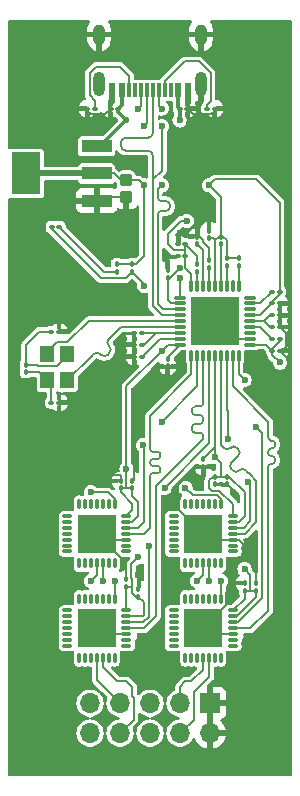
<source format=gtl>
%TF.GenerationSoftware,KiCad,Pcbnew,8.0.8*%
%TF.CreationDate,2025-04-09T23:46:09+08:00*%
%TF.ProjectId,usb-4uart,7573622d-3475-4617-9274-2e6b69636164,rev?*%
%TF.SameCoordinates,Original*%
%TF.FileFunction,Copper,L1,Top*%
%TF.FilePolarity,Positive*%
%FSLAX46Y46*%
G04 Gerber Fmt 4.6, Leading zero omitted, Abs format (unit mm)*
G04 Created by KiCad (PCBNEW 8.0.8) date 2025-04-09 23:46:09*
%MOMM*%
%LPD*%
G01*
G04 APERTURE LIST*
G04 Aperture macros list*
%AMRoundRect*
0 Rectangle with rounded corners*
0 $1 Rounding radius*
0 $2 $3 $4 $5 $6 $7 $8 $9 X,Y pos of 4 corners*
0 Add a 4 corners polygon primitive as box body*
4,1,4,$2,$3,$4,$5,$6,$7,$8,$9,$2,$3,0*
0 Add four circle primitives for the rounded corners*
1,1,$1+$1,$2,$3*
1,1,$1+$1,$4,$5*
1,1,$1+$1,$6,$7*
1,1,$1+$1,$8,$9*
0 Add four rect primitives between the rounded corners*
20,1,$1+$1,$2,$3,$4,$5,0*
20,1,$1+$1,$4,$5,$6,$7,0*
20,1,$1+$1,$6,$7,$8,$9,0*
20,1,$1+$1,$8,$9,$2,$3,0*%
G04 Aperture macros list end*
%TA.AperFunction,SMDPad,CuDef*%
%ADD10RoundRect,0.100000X0.130000X0.100000X-0.130000X0.100000X-0.130000X-0.100000X0.130000X-0.100000X0*%
%TD*%
%TA.AperFunction,SMDPad,CuDef*%
%ADD11RoundRect,0.100000X-0.130000X-0.100000X0.130000X-0.100000X0.130000X0.100000X-0.130000X0.100000X0*%
%TD*%
%TA.AperFunction,SMDPad,CuDef*%
%ADD12RoundRect,0.100000X0.100000X-0.130000X0.100000X0.130000X-0.100000X0.130000X-0.100000X-0.130000X0*%
%TD*%
%TA.AperFunction,SMDPad,CuDef*%
%ADD13O,0.280000X1.100000*%
%TD*%
%TA.AperFunction,SMDPad,CuDef*%
%ADD14O,1.100000X0.280000*%
%TD*%
%TA.AperFunction,SMDPad,CuDef*%
%ADD15R,4.100000X4.100000*%
%TD*%
%TA.AperFunction,SMDPad,CuDef*%
%ADD16RoundRect,0.100000X-0.100000X0.130000X-0.100000X-0.130000X0.100000X-0.130000X0.100000X0.130000X0*%
%TD*%
%TA.AperFunction,SMDPad,CuDef*%
%ADD17O,0.900000X0.280000*%
%TD*%
%TA.AperFunction,SMDPad,CuDef*%
%ADD18O,0.280000X0.900000*%
%TD*%
%TA.AperFunction,SMDPad,CuDef*%
%ADD19R,3.200000X3.200000*%
%TD*%
%TA.AperFunction,ComponentPad*%
%ADD20O,1.000000X2.100000*%
%TD*%
%TA.AperFunction,ComponentPad*%
%ADD21O,1.000000X1.800000*%
%TD*%
%TA.AperFunction,SMDPad,CuDef*%
%ADD22R,0.600000X1.150000*%
%TD*%
%TA.AperFunction,SMDPad,CuDef*%
%ADD23R,0.300000X1.150000*%
%TD*%
%TA.AperFunction,ComponentPad*%
%ADD24R,1.700000X1.700000*%
%TD*%
%TA.AperFunction,ComponentPad*%
%ADD25O,1.700000X1.700000*%
%TD*%
%TA.AperFunction,SMDPad,CuDef*%
%ADD26RoundRect,0.250000X-0.275000X0.287500X-0.275000X-0.287500X0.275000X-0.287500X0.275000X0.287500X0*%
%TD*%
%TA.AperFunction,SMDPad,CuDef*%
%ADD27R,1.200000X1.400000*%
%TD*%
%TA.AperFunction,SMDPad,CuDef*%
%ADD28R,2.500000X1.100000*%
%TD*%
%TA.AperFunction,SMDPad,CuDef*%
%ADD29R,2.340000X3.600000*%
%TD*%
%TA.AperFunction,ViaPad*%
%ADD30C,0.600000*%
%TD*%
%TA.AperFunction,Conductor*%
%ADD31C,0.200000*%
%TD*%
%TA.AperFunction,Conductor*%
%ADD32C,0.500000*%
%TD*%
%TA.AperFunction,Conductor*%
%ADD33C,0.300000*%
%TD*%
G04 APERTURE END LIST*
D10*
%TO.P,C8,1*%
%TO.N,Net-(U2-PLLFILT)*%
X31820000Y-46500000D03*
%TO.P,C8,2*%
%TO.N,GND*%
X31180000Y-46500000D03*
%TD*%
%TO.P,R2,1*%
%TO.N,Net-(USB1-CC2)*%
X27820000Y-26500000D03*
%TO.P,R2,2*%
%TO.N,GND*%
X27180000Y-26500000D03*
%TD*%
D11*
%TO.P,C4,1*%
%TO.N,Net-(U2-CRFILT)*%
X42835000Y-45000000D03*
%TO.P,C4,2*%
%TO.N,GND*%
X43475000Y-45000000D03*
%TD*%
D12*
%TO.P,C19,1*%
%TO.N,+3.3V*%
X31000000Y-58665000D03*
%TO.P,C19,2*%
%TO.N,GND*%
X31000000Y-58025000D03*
%TD*%
%TO.P,C21,1*%
%TO.N,+3.3V*%
X31500000Y-67820000D03*
%TO.P,C21,2*%
%TO.N,GND*%
X31500000Y-67180000D03*
%TD*%
D10*
%TO.P,R4,1*%
%TO.N,+3.3V*%
X43475000Y-46000000D03*
%TO.P,R4,2*%
%TO.N,Net-(U2-OCS_N1)*%
X42835000Y-46000000D03*
%TD*%
D11*
%TO.P,D1,1,K*%
%TO.N,SUSP_IND*%
X24180000Y-36500000D03*
%TO.P,D1,2,A*%
%TO.N,Net-(D1-A)*%
X24820000Y-36500000D03*
%TD*%
D12*
%TO.P,R12,1*%
%TO.N,Net-(U2-RESET_N)*%
X36500000Y-40320000D03*
%TO.P,R12,2*%
%TO.N,+3.3V*%
X36500000Y-39680000D03*
%TD*%
D11*
%TO.P,R1,1*%
%TO.N,Net-(USB1-CC1)*%
X37335000Y-26500000D03*
%TO.P,R1,2*%
%TO.N,GND*%
X37975000Y-26500000D03*
%TD*%
D13*
%TO.P,U2,1,USBDM_DN1/PRT_DIS_M1*%
%TO.N,D1+*%
X36000000Y-47472000D03*
%TO.P,U2,2,USBDP_DN1/PRT_DIS_P1*%
%TO.N,D1-*%
X36500000Y-47472000D03*
%TO.P,U2,3,USBDM_DN2/PRT_DIS_M2*%
%TO.N,D2+*%
X37000000Y-47472000D03*
%TO.P,U2,4,USBDP_DN2/PRT_DIS_P2*%
%TO.N,D2-*%
X37500000Y-47472000D03*
%TO.P,U2,5,VDDA33*%
%TO.N,+3.3V*%
X38000000Y-47472000D03*
%TO.P,U2,6,USBDM_DN3/PRT_DOS_M3*%
%TO.N,D3+*%
X38500000Y-47472000D03*
%TO.P,U2,7,USBDP_DN3/PRT_DIS_P3*%
%TO.N,D3-*%
X39000000Y-47472000D03*
%TO.P,U2,8,USBDM_DN4/PRT_DIS_M4*%
%TO.N,D4+*%
X39500000Y-47472000D03*
%TO.P,U2,9,USBDP_DN4/PRT_DIS_P4*%
%TO.N,D4-*%
X40000000Y-47472000D03*
D14*
%TO.P,U2,10,VDDA33*%
%TO.N,+3.3V*%
X40972000Y-46500000D03*
%TO.P,U2,11,TEST*%
%TO.N,GND*%
X40972000Y-46000000D03*
%TO.P,U2,12,PRTPWR1/BC_EN1*%
%TO.N,unconnected-(U2-PRTPWR1{slash}BC_EN1-Pad12)*%
X40972000Y-45500000D03*
%TO.P,U2,13,OCS_N1*%
%TO.N,Net-(U2-OCS_N1)*%
X40972000Y-45000000D03*
%TO.P,U2,14,CRFILT*%
%TO.N,Net-(U2-CRFILT)*%
X40972000Y-44500000D03*
%TO.P,U2,15,VDD33*%
%TO.N,+3.3V*%
X40972000Y-44000000D03*
%TO.P,U2,16,PRTPWR2/BC_EN2*%
%TO.N,unconnected-(U2-PRTPWR2{slash}BC_EN2-Pad16)*%
X40972000Y-43500000D03*
%TO.P,U2,17,OCS_N2*%
%TO.N,Net-(U2-OCS_N2)*%
X40972000Y-43000000D03*
%TO.P,U2,18,PRTPWR3/BC_EN3*%
%TO.N,unconnected-(U2-PRTPWR3{slash}BC_EN3-Pad18)*%
X40972000Y-42500000D03*
D13*
%TO.P,U2,19,OCS_N3*%
%TO.N,Net-(U2-OCS_N3)*%
X40000000Y-41528000D03*
%TO.P,U2,20,PRTPWR4/BC_EN4*%
%TO.N,unconnected-(U2-PRTPWR4{slash}BC_EN4-Pad20)*%
X39500000Y-41528000D03*
%TO.P,U2,21,OCS_N4*%
%TO.N,Net-(U2-OCS_N4)*%
X39000000Y-41528000D03*
%TO.P,U2,22,SDA/SMBDATA/NON_REM1*%
%TO.N,Net-(U2-SDA{slash}SMBDATA{slash}NON_REM1)*%
X38500000Y-41528000D03*
%TO.P,U2,23,VDD33*%
%TO.N,+3.3V*%
X38000000Y-41528000D03*
%TO.P,U2,24,SCL/SMBCLK/CFG_SEL0*%
%TO.N,Net-(U2-SCL{slash}SMBCLK{slash}CFG_SEL0)*%
X37500000Y-41528000D03*
%TO.P,U2,25,HS_IND/CFG_SEL1*%
%TO.N,Net-(U2-HS_IND{slash}CFG_SEL1)*%
X37000000Y-41528000D03*
%TO.P,U2,26,RESET_N*%
%TO.N,Net-(U2-RESET_N)*%
X36500000Y-41528000D03*
%TO.P,U2,27,VBUS_DET*%
%TO.N,+3.3V*%
X36000000Y-41528000D03*
D14*
%TO.P,U2,28,SUSP_IND/LOCAL_PWR/NON_REM0*%
%TO.N,SUSP_IND*%
X35028000Y-42500000D03*
%TO.P,U2,29,VDDA33*%
%TO.N,+3.3V*%
X35028000Y-43000000D03*
%TO.P,U2,30,USBDM_UP*%
%TO.N,USB_IN-*%
X35028000Y-43500000D03*
%TO.P,U2,31,USBDP_UP*%
%TO.N,USB_IN+*%
X35028000Y-44000000D03*
%TO.P,U2,32,XTALOUT*%
%TO.N,XTAL_OUT*%
X35028000Y-44500000D03*
%TO.P,U2,33,XTALIN/CLKIN*%
%TO.N,XTAL_IN*%
X35028000Y-45000000D03*
%TO.P,U2,34,PLLFILT*%
%TO.N,Net-(U2-PLLFILT)*%
X35028000Y-45500000D03*
%TO.P,U2,35,RBIAS*%
%TO.N,Net-(U2-RBIAS)*%
X35028000Y-46000000D03*
%TO.P,U2,36,VDD33*%
%TO.N,+3.3V*%
X35028000Y-46500000D03*
D15*
%TO.P,U2,37,EP*%
%TO.N,GND*%
X38000000Y-44500000D03*
%TD*%
D16*
%TO.P,R6,1*%
%TO.N,Net-(C7-Pad1)*%
X22000000Y-48180000D03*
%TO.P,R6,2*%
%TO.N,Net-(C6-Pad1)*%
X22000000Y-48820000D03*
%TD*%
D12*
%TO.P,R9,1*%
%TO.N,Net-(U2-SDA{slash}SMBDATA{slash}NON_REM1)*%
X38500000Y-37975000D03*
%TO.P,R9,2*%
%TO.N,+3.3V*%
X38500000Y-37335000D03*
%TD*%
%TO.P,R13,1*%
%TO.N,Net-(U2-OCS_N4)*%
X39000000Y-39820000D03*
%TO.P,R13,2*%
%TO.N,+3.3V*%
X39000000Y-39180000D03*
%TD*%
D10*
%TO.P,C10,1*%
%TO.N,+3.3V*%
X35500000Y-38000000D03*
%TO.P,C10,2*%
%TO.N,GND*%
X34860000Y-38000000D03*
%TD*%
D17*
%TO.P,U6,1,DCD*%
%TO.N,unconnected-(U6-DCD-Pad1)*%
X39500000Y-72001500D03*
%TO.P,U6,2,RI*%
%TO.N,unconnected-(U6-RI-Pad2)*%
X39500000Y-71501000D03*
%TO.P,U6,3,GND*%
%TO.N,GND*%
X39500000Y-71000500D03*
%TO.P,U6,4,D+*%
%TO.N,D4+*%
X39500000Y-70500000D03*
%TO.P,U6,5,D-*%
%TO.N,D4-*%
X39500000Y-69999500D03*
%TO.P,U6,6,VDD*%
%TO.N,+3.3V*%
X39500000Y-69499500D03*
%TO.P,U6,7,REGIN*%
X39500000Y-68999000D03*
D18*
%TO.P,U6,8,VBUS*%
%TO.N,+5V*%
X38501500Y-68000000D03*
%TO.P,U6,9,RST#*%
%TO.N,unconnected-(U6-RST#-Pad9)*%
X38001000Y-68000000D03*
%TO.P,U6,10,NC*%
%TO.N,unconnected-(U6-NC-Pad10)*%
X37500500Y-68000000D03*
%TO.P,U6,11,SUSPEND#*%
%TO.N,unconnected-(U6-SUSPEND#-Pad11)*%
X37000000Y-68000000D03*
%TO.P,U6,12,SUSPEND*%
%TO.N,unconnected-(U6-SUSPEND-Pad12)*%
X36499500Y-68000000D03*
%TO.P,U6,13,NC*%
%TO.N,unconnected-(U6-NC-Pad13)*%
X35999500Y-68000000D03*
%TO.P,U6,14,NC*%
%TO.N,unconnected-(U6-NC-Pad14)*%
X35499000Y-68000000D03*
D17*
%TO.P,U6,15,NC*%
%TO.N,unconnected-(U6-NC-Pad15)*%
X34500000Y-68999000D03*
%TO.P,U6,16,NC*%
%TO.N,unconnected-(U6-NC-Pad16)*%
X34500000Y-69499500D03*
%TO.P,U6,17,NC*%
%TO.N,unconnected-(U6-NC-Pad17)*%
X34500000Y-69999500D03*
%TO.P,U6,18,NC*%
%TO.N,unconnected-(U6-NC-Pad18)*%
X34500000Y-70500000D03*
%TO.P,U6,19,NC*%
%TO.N,unconnected-(U6-NC-Pad19)*%
X34500000Y-71000500D03*
%TO.P,U6,20,NC*%
%TO.N,unconnected-(U6-NC-Pad20)*%
X34500000Y-71501000D03*
%TO.P,U6,21,NC*%
%TO.N,unconnected-(U6-NC-Pad21)*%
X34500000Y-72001500D03*
D18*
%TO.P,U6,22,NC*%
%TO.N,unconnected-(U6-NC-Pad22)*%
X35499000Y-73000000D03*
%TO.P,U6,23,CTS*%
%TO.N,unconnected-(U6-CTS-Pad23)*%
X35999500Y-73000000D03*
%TO.P,U6,24,RTS*%
%TO.N,unconnected-(U6-RTS-Pad24)*%
X36499500Y-73000000D03*
%TO.P,U6,25,RXD*%
%TO.N,RX4*%
X37000000Y-73000000D03*
%TO.P,U6,26,TXD*%
%TO.N,TX4*%
X37500500Y-73000000D03*
%TO.P,U6,27,DSR*%
%TO.N,unconnected-(U6-DSR-Pad27)*%
X38001000Y-73000000D03*
%TO.P,U6,28,DTR*%
%TO.N,unconnected-(U6-DTR-Pad28)*%
X38501500Y-73000000D03*
D19*
%TO.P,U6,29,EP*%
%TO.N,GND*%
X37000000Y-70500000D03*
%TD*%
D10*
%TO.P,C14,1*%
%TO.N,+3.3V*%
X35500000Y-39000000D03*
%TO.P,C14,2*%
%TO.N,GND*%
X34860000Y-39000000D03*
%TD*%
D20*
%TO.P,USB1,1,SHELL*%
%TO.N,GND*%
X36820000Y-24382200D03*
%TO.P,USB1,2,SHELL*%
X28180000Y-24382200D03*
D21*
%TO.P,USB1,3,SHELL*%
X36820000Y-20232200D03*
%TO.P,USB1,4,SHELL*%
X28180000Y-20232200D03*
D22*
%TO.P,USB1,A1B12,GND*%
X35700000Y-24957200D03*
%TO.P,USB1,A4B9,VBUS*%
%TO.N,+5V*%
X34900000Y-24957200D03*
D23*
%TO.P,USB1,A5,CC1*%
%TO.N,Net-(USB1-CC1)*%
X33750000Y-24957200D03*
%TO.P,USB1,A6,DP1*%
%TO.N,USB_IN+*%
X32750000Y-24957200D03*
%TO.P,USB1,A7,DN1*%
%TO.N,USB_IN-*%
X32250000Y-24957200D03*
%TO.P,USB1,A8,SBU1*%
%TO.N,unconnected-(USB1-SBU1-PadA8)*%
X31250000Y-24957200D03*
D22*
%TO.P,USB1,B1A12,GND*%
%TO.N,GND*%
X29300000Y-24957200D03*
%TO.P,USB1,B4A9,VBUS*%
%TO.N,+5V*%
X30100000Y-24957200D03*
D23*
%TO.P,USB1,B5,CC2*%
%TO.N,Net-(USB1-CC2)*%
X30750000Y-24957200D03*
%TO.P,USB1,B6,DP2*%
%TO.N,USB_IN+*%
X31750000Y-24957200D03*
%TO.P,USB1,B7,DN2*%
%TO.N,USB_IN-*%
X33250000Y-24957200D03*
%TO.P,USB1,B8,SBU2*%
%TO.N,unconnected-(USB1-SBU2-PadB8)*%
X34250000Y-24957200D03*
%TD*%
D12*
%TO.P,C18,1*%
%TO.N,+3.3V*%
X30000000Y-58665000D03*
%TO.P,C18,2*%
%TO.N,GND*%
X30000000Y-58025000D03*
%TD*%
D17*
%TO.P,U4,1,DCD*%
%TO.N,unconnected-(U4-DCD-Pad1)*%
X30500000Y-72001500D03*
%TO.P,U4,2,RI*%
%TO.N,unconnected-(U4-RI-Pad2)*%
X30500000Y-71501000D03*
%TO.P,U4,3,GND*%
%TO.N,GND*%
X30500000Y-71000500D03*
%TO.P,U4,4,D+*%
%TO.N,D2+*%
X30500000Y-70500000D03*
%TO.P,U4,5,D-*%
%TO.N,D2-*%
X30500000Y-69999500D03*
%TO.P,U4,6,VDD*%
%TO.N,+3.3V*%
X30500000Y-69499500D03*
%TO.P,U4,7,REGIN*%
X30500000Y-68999000D03*
D18*
%TO.P,U4,8,VBUS*%
%TO.N,+5V*%
X29501500Y-68000000D03*
%TO.P,U4,9,RST#*%
%TO.N,unconnected-(U4-RST#-Pad9)*%
X29001000Y-68000000D03*
%TO.P,U4,10,NC*%
%TO.N,unconnected-(U4-NC-Pad10)*%
X28500500Y-68000000D03*
%TO.P,U4,11,SUSPEND#*%
%TO.N,unconnected-(U4-SUSPEND#-Pad11)*%
X28000000Y-68000000D03*
%TO.P,U4,12,SUSPEND*%
%TO.N,unconnected-(U4-SUSPEND-Pad12)*%
X27499500Y-68000000D03*
%TO.P,U4,13,NC*%
%TO.N,unconnected-(U4-NC-Pad13)*%
X26999500Y-68000000D03*
%TO.P,U4,14,NC*%
%TO.N,unconnected-(U4-NC-Pad14)*%
X26499000Y-68000000D03*
D17*
%TO.P,U4,15,NC*%
%TO.N,unconnected-(U4-NC-Pad15)*%
X25500000Y-68999000D03*
%TO.P,U4,16,NC*%
%TO.N,unconnected-(U4-NC-Pad16)*%
X25500000Y-69499500D03*
%TO.P,U4,17,NC*%
%TO.N,unconnected-(U4-NC-Pad17)*%
X25500000Y-69999500D03*
%TO.P,U4,18,NC*%
%TO.N,unconnected-(U4-NC-Pad18)*%
X25500000Y-70500000D03*
%TO.P,U4,19,NC*%
%TO.N,unconnected-(U4-NC-Pad19)*%
X25500000Y-71000500D03*
%TO.P,U4,20,NC*%
%TO.N,unconnected-(U4-NC-Pad20)*%
X25500000Y-71501000D03*
%TO.P,U4,21,NC*%
%TO.N,unconnected-(U4-NC-Pad21)*%
X25500000Y-72001500D03*
D18*
%TO.P,U4,22,NC*%
%TO.N,unconnected-(U4-NC-Pad22)*%
X26499000Y-73000000D03*
%TO.P,U4,23,CTS*%
%TO.N,unconnected-(U4-CTS-Pad23)*%
X26999500Y-73000000D03*
%TO.P,U4,24,RTS*%
%TO.N,unconnected-(U4-RTS-Pad24)*%
X27499500Y-73000000D03*
%TO.P,U4,25,RXD*%
%TO.N,RX2*%
X28000000Y-73000000D03*
%TO.P,U4,26,TXD*%
%TO.N,TX2*%
X28500500Y-73000000D03*
%TO.P,U4,27,DSR*%
%TO.N,unconnected-(U4-DSR-Pad27)*%
X29001000Y-73000000D03*
%TO.P,U4,28,DTR*%
%TO.N,unconnected-(U4-DTR-Pad28)*%
X29501500Y-73000000D03*
D19*
%TO.P,U4,29,EP*%
%TO.N,GND*%
X28000000Y-70500000D03*
%TD*%
D16*
%TO.P,C15,1*%
%TO.N,+3.3V*%
X34000000Y-47680000D03*
%TO.P,C15,2*%
%TO.N,GND*%
X34000000Y-48320000D03*
%TD*%
D24*
%TO.P,J1,1,Pin_1*%
%TO.N,GND*%
X37575000Y-76850000D03*
D25*
%TO.P,J1,2,Pin_2*%
X37575000Y-79390000D03*
%TO.P,J1,3,Pin_3*%
%TO.N,RX4*%
X35035000Y-76850000D03*
%TO.P,J1,4,Pin_4*%
%TO.N,TX4*%
X35035000Y-79390000D03*
%TO.P,J1,5,Pin_5*%
%TO.N,RX3*%
X32495000Y-76850000D03*
%TO.P,J1,6,Pin_6*%
%TO.N,TX3*%
X32495000Y-79390000D03*
%TO.P,J1,7,Pin_7*%
%TO.N,RX2*%
X29955000Y-76850000D03*
%TO.P,J1,8,Pin_8*%
%TO.N,TX2*%
X29955000Y-79390000D03*
%TO.P,J1,9,Pin_9*%
%TO.N,RX1*%
X27415000Y-76850000D03*
%TO.P,J1,10,Pin_10*%
%TO.N,TX1*%
X27415000Y-79390000D03*
%TD*%
D12*
%TO.P,C25,1*%
%TO.N,+3.3V*%
X41500000Y-67320000D03*
%TO.P,C25,2*%
%TO.N,GND*%
X41500000Y-66680000D03*
%TD*%
%TO.P,C20,1*%
%TO.N,+3.3V*%
X30500000Y-66975000D03*
%TO.P,C20,2*%
%TO.N,GND*%
X30500000Y-66335000D03*
%TD*%
D11*
%TO.P,C6,1*%
%TO.N,Net-(C6-Pad1)*%
X24150000Y-51400000D03*
%TO.P,C6,2*%
%TO.N,GND*%
X24790000Y-51400000D03*
%TD*%
D17*
%TO.P,U5,1,DCD*%
%TO.N,unconnected-(U5-DCD-Pad1)*%
X39500000Y-64001500D03*
%TO.P,U5,2,RI*%
%TO.N,unconnected-(U5-RI-Pad2)*%
X39500000Y-63501000D03*
%TO.P,U5,3,GND*%
%TO.N,GND*%
X39500000Y-63000500D03*
%TO.P,U5,4,D+*%
%TO.N,D3+*%
X39500000Y-62500000D03*
%TO.P,U5,5,D-*%
%TO.N,D3-*%
X39500000Y-61999500D03*
%TO.P,U5,6,VDD*%
%TO.N,+3.3V*%
X39500000Y-61499500D03*
%TO.P,U5,7,REGIN*%
X39500000Y-60999000D03*
D18*
%TO.P,U5,8,VBUS*%
%TO.N,+5V*%
X38501500Y-60000000D03*
%TO.P,U5,9,RST#*%
%TO.N,unconnected-(U5-RST#-Pad9)*%
X38001000Y-60000000D03*
%TO.P,U5,10,NC*%
%TO.N,unconnected-(U5-NC-Pad10)*%
X37500500Y-60000000D03*
%TO.P,U5,11,SUSPEND#*%
%TO.N,unconnected-(U5-SUSPEND#-Pad11)*%
X37000000Y-60000000D03*
%TO.P,U5,12,SUSPEND*%
%TO.N,unconnected-(U5-SUSPEND-Pad12)*%
X36499500Y-60000000D03*
%TO.P,U5,13,NC*%
%TO.N,unconnected-(U5-NC-Pad13)*%
X35999500Y-60000000D03*
%TO.P,U5,14,NC*%
%TO.N,unconnected-(U5-NC-Pad14)*%
X35499000Y-60000000D03*
D17*
%TO.P,U5,15,NC*%
%TO.N,unconnected-(U5-NC-Pad15)*%
X34500000Y-60999000D03*
%TO.P,U5,16,NC*%
%TO.N,unconnected-(U5-NC-Pad16)*%
X34500000Y-61499500D03*
%TO.P,U5,17,NC*%
%TO.N,unconnected-(U5-NC-Pad17)*%
X34500000Y-61999500D03*
%TO.P,U5,18,NC*%
%TO.N,unconnected-(U5-NC-Pad18)*%
X34500000Y-62500000D03*
%TO.P,U5,19,NC*%
%TO.N,unconnected-(U5-NC-Pad19)*%
X34500000Y-63000500D03*
%TO.P,U5,20,NC*%
%TO.N,unconnected-(U5-NC-Pad20)*%
X34500000Y-63501000D03*
%TO.P,U5,21,NC*%
%TO.N,unconnected-(U5-NC-Pad21)*%
X34500000Y-64001500D03*
D18*
%TO.P,U5,22,NC*%
%TO.N,unconnected-(U5-NC-Pad22)*%
X35499000Y-65000000D03*
%TO.P,U5,23,CTS*%
%TO.N,unconnected-(U5-CTS-Pad23)*%
X35999500Y-65000000D03*
%TO.P,U5,24,RTS*%
%TO.N,unconnected-(U5-RTS-Pad24)*%
X36499500Y-65000000D03*
%TO.P,U5,25,RXD*%
%TO.N,RX3*%
X37000000Y-65000000D03*
%TO.P,U5,26,TXD*%
%TO.N,TX3*%
X37500500Y-65000000D03*
%TO.P,U5,27,DSR*%
%TO.N,unconnected-(U5-DSR-Pad27)*%
X38001000Y-65000000D03*
%TO.P,U5,28,DTR*%
%TO.N,unconnected-(U5-DTR-Pad28)*%
X38501500Y-65000000D03*
D19*
%TO.P,U5,29,EP*%
%TO.N,GND*%
X37000000Y-62500000D03*
%TD*%
D16*
%TO.P,C23,1*%
%TO.N,+3.3V*%
X38000000Y-57680000D03*
%TO.P,C23,2*%
%TO.N,GND*%
X38000000Y-58320000D03*
%TD*%
D12*
%TO.P,C11,1*%
%TO.N,+3.3V*%
X37500000Y-37475000D03*
%TO.P,C11,2*%
%TO.N,GND*%
X37500000Y-36835000D03*
%TD*%
%TO.P,R7,1*%
%TO.N,Net-(U2-HS_IND{slash}CFG_SEL1)*%
X36500000Y-37975000D03*
%TO.P,R7,2*%
%TO.N,GND*%
X36500000Y-37335000D03*
%TD*%
D16*
%TO.P,R10,1*%
%TO.N,+3.3V*%
X31000000Y-39680000D03*
%TO.P,R10,2*%
%TO.N,SUSP_IND*%
X31000000Y-40320000D03*
%TD*%
D11*
%TO.P,C5,1*%
%TO.N,Net-(U2-CRFILT)*%
X42835000Y-44000000D03*
%TO.P,C5,2*%
%TO.N,GND*%
X43475000Y-44000000D03*
%TD*%
D16*
%TO.P,C22,1*%
%TO.N,+3.3V*%
X39000000Y-57680000D03*
%TO.P,C22,2*%
%TO.N,GND*%
X39000000Y-58320000D03*
%TD*%
D17*
%TO.P,U3,1,DCD*%
%TO.N,unconnected-(U3-DCD-Pad1)*%
X30500500Y-64001500D03*
%TO.P,U3,2,RI*%
%TO.N,unconnected-(U3-RI-Pad2)*%
X30500500Y-63501000D03*
%TO.P,U3,3,GND*%
%TO.N,GND*%
X30500500Y-63000500D03*
%TO.P,U3,4,D+*%
%TO.N,D1+*%
X30500500Y-62500000D03*
%TO.P,U3,5,D-*%
%TO.N,D1-*%
X30500500Y-61999500D03*
%TO.P,U3,6,VDD*%
%TO.N,+3.3V*%
X30500500Y-61499500D03*
%TO.P,U3,7,REGIN*%
X30500500Y-60999000D03*
D18*
%TO.P,U3,8,VBUS*%
%TO.N,+5V*%
X29502000Y-60000000D03*
%TO.P,U3,9,RST#*%
%TO.N,unconnected-(U3-RST#-Pad9)*%
X29001500Y-60000000D03*
%TO.P,U3,10,NC*%
%TO.N,unconnected-(U3-NC-Pad10)*%
X28501000Y-60000000D03*
%TO.P,U3,11,SUSPEND#*%
%TO.N,unconnected-(U3-SUSPEND#-Pad11)*%
X28000500Y-60000000D03*
%TO.P,U3,12,SUSPEND*%
%TO.N,unconnected-(U3-SUSPEND-Pad12)*%
X27500000Y-60000000D03*
%TO.P,U3,13,NC*%
%TO.N,unconnected-(U3-NC-Pad13)*%
X27000000Y-60000000D03*
%TO.P,U3,14,NC*%
%TO.N,unconnected-(U3-NC-Pad14)*%
X26499500Y-60000000D03*
D17*
%TO.P,U3,15,NC*%
%TO.N,unconnected-(U3-NC-Pad15)*%
X25500500Y-60999000D03*
%TO.P,U3,16,NC*%
%TO.N,unconnected-(U3-NC-Pad16)*%
X25500500Y-61499500D03*
%TO.P,U3,17,NC*%
%TO.N,unconnected-(U3-NC-Pad17)*%
X25500500Y-61999500D03*
%TO.P,U3,18,NC*%
%TO.N,unconnected-(U3-NC-Pad18)*%
X25500500Y-62500000D03*
%TO.P,U3,19,NC*%
%TO.N,unconnected-(U3-NC-Pad19)*%
X25500500Y-63000500D03*
%TO.P,U3,20,NC*%
%TO.N,unconnected-(U3-NC-Pad20)*%
X25500500Y-63501000D03*
%TO.P,U3,21,NC*%
%TO.N,unconnected-(U3-NC-Pad21)*%
X25500500Y-64001500D03*
D18*
%TO.P,U3,22,NC*%
%TO.N,unconnected-(U3-NC-Pad22)*%
X26499500Y-65000000D03*
%TO.P,U3,23,CTS*%
%TO.N,unconnected-(U3-CTS-Pad23)*%
X27000000Y-65000000D03*
%TO.P,U3,24,RTS*%
%TO.N,unconnected-(U3-RTS-Pad24)*%
X27500000Y-65000000D03*
%TO.P,U3,25,RXD*%
%TO.N,RX1*%
X28000500Y-65000000D03*
%TO.P,U3,26,TXD*%
%TO.N,TX1*%
X28501000Y-65000000D03*
%TO.P,U3,27,DSR*%
%TO.N,unconnected-(U3-DSR-Pad27)*%
X29001500Y-65000000D03*
%TO.P,U3,28,DTR*%
%TO.N,unconnected-(U3-DTR-Pad28)*%
X29502000Y-65000000D03*
D19*
%TO.P,U3,29,EP*%
%TO.N,GND*%
X28000500Y-62500000D03*
%TD*%
D10*
%TO.P,C9,1*%
%TO.N,Net-(U2-PLLFILT)*%
X31820000Y-45500000D03*
%TO.P,C9,2*%
%TO.N,GND*%
X31180000Y-45500000D03*
%TD*%
D26*
%TO.P,C3,1*%
%TO.N,+3.3V*%
X30500000Y-32575000D03*
%TO.P,C3,2*%
%TO.N,GND*%
X30500000Y-34000000D03*
%TD*%
D10*
%TO.P,C2,1*%
%TO.N,+5V*%
X29820000Y-26500000D03*
%TO.P,C2,2*%
%TO.N,GND*%
X29180000Y-26500000D03*
%TD*%
D12*
%TO.P,C13,1*%
%TO.N,+3.3V*%
X34000000Y-40820000D03*
%TO.P,C13,2*%
%TO.N,GND*%
X34000000Y-40180000D03*
%TD*%
D11*
%TO.P,C17,1*%
%TO.N,+3.3V*%
X42835000Y-47000000D03*
%TO.P,C17,2*%
%TO.N,GND*%
X43475000Y-47000000D03*
%TD*%
D12*
%TO.P,R14,1*%
%TO.N,Net-(U2-OCS_N3)*%
X40000000Y-39820000D03*
%TO.P,R14,2*%
%TO.N,+3.3V*%
X40000000Y-39180000D03*
%TD*%
D27*
%TO.P,X1,1,OSC1*%
%TO.N,XTAL_OUT*%
X23800000Y-47300000D03*
%TO.P,X1,2,GND*%
%TO.N,Net-(C6-Pad1)*%
X23800000Y-49500000D03*
%TO.P,X1,3,OSC2*%
%TO.N,XTAL_IN*%
X25500000Y-49500000D03*
%TO.P,X1,4,GND*%
%TO.N,Net-(C7-Pad1)*%
X25500000Y-47300000D03*
%TD*%
D11*
%TO.P,C1,1*%
%TO.N,+5V*%
X35000000Y-26500000D03*
%TO.P,C1,2*%
%TO.N,GND*%
X35640000Y-26500000D03*
%TD*%
%TO.P,C12,1*%
%TO.N,+3.3V*%
X42835000Y-43000000D03*
%TO.P,C12,2*%
%TO.N,GND*%
X43475000Y-43000000D03*
%TD*%
%TO.P,C7,1*%
%TO.N,Net-(C7-Pad1)*%
X24150000Y-45400000D03*
%TO.P,C7,2*%
%TO.N,GND*%
X24790000Y-45400000D03*
%TD*%
D16*
%TO.P,R11,1*%
%TO.N,+3.3V*%
X29680000Y-39680000D03*
%TO.P,R11,2*%
%TO.N,Net-(D1-A)*%
X29680000Y-40320000D03*
%TD*%
D12*
%TO.P,C24,1*%
%TO.N,+3.3V*%
X40500000Y-67320000D03*
%TO.P,C24,2*%
%TO.N,GND*%
X40500000Y-66680000D03*
%TD*%
D16*
%TO.P,C16,1*%
%TO.N,+3.3V*%
X37000000Y-56180000D03*
%TO.P,C16,2*%
%TO.N,GND*%
X37000000Y-56820000D03*
%TD*%
D10*
%TO.P,R5,1*%
%TO.N,+3.3V*%
X43475000Y-42000000D03*
%TO.P,R5,2*%
%TO.N,Net-(U2-OCS_N2)*%
X42835000Y-42000000D03*
%TD*%
D12*
%TO.P,R8,1*%
%TO.N,Net-(U2-SCL{slash}SMBCLK{slash}CFG_SEL0)*%
X37500000Y-39975000D03*
%TO.P,R8,2*%
%TO.N,GND*%
X37500000Y-39335000D03*
%TD*%
D10*
%TO.P,R3,1*%
%TO.N,Net-(U2-RBIAS)*%
X31820000Y-47500000D03*
%TO.P,R3,2*%
%TO.N,GND*%
X31180000Y-47500000D03*
%TD*%
D28*
%TO.P,U1,1,GND*%
%TO.N,GND*%
X27970000Y-34300000D03*
%TO.P,U1,2,VOUT*%
%TO.N,+3.3V*%
X27970000Y-32000000D03*
%TO.P,U1,3,VIN*%
%TO.N,+5V*%
X27970000Y-29700000D03*
D29*
%TO.P,U1,4,VOUT*%
%TO.N,+3.3V*%
X22030000Y-32000000D03*
%TD*%
D30*
%TO.N,GND*%
X28000500Y-62500000D03*
X36500000Y-43000000D03*
X37000000Y-71500000D03*
X29000000Y-62500000D03*
X29000000Y-70500000D03*
X37000000Y-61500000D03*
X37500000Y-34500000D03*
X36000000Y-70500000D03*
X28000000Y-70500000D03*
X37000000Y-69500000D03*
X39500000Y-43000000D03*
X28000000Y-61500000D03*
X28000000Y-37000000D03*
X41500000Y-21000000D03*
X36500000Y-46000000D03*
X37000000Y-44500000D03*
X42500000Y-49000000D03*
X38000000Y-62500000D03*
X24000000Y-21000000D03*
X37000000Y-70500000D03*
X38000000Y-45500000D03*
X38000000Y-44500000D03*
X35000000Y-37000000D03*
X39000000Y-44500000D03*
X37000000Y-62500000D03*
X28000000Y-63500000D03*
X34500000Y-74000000D03*
X39500000Y-59000000D03*
X41500000Y-76500000D03*
X39500000Y-46000000D03*
X23000000Y-76500000D03*
X28000000Y-69500000D03*
X27000000Y-62500000D03*
X37000000Y-63500000D03*
X27000000Y-70500000D03*
X38000000Y-43500000D03*
X36000000Y-62500000D03*
X35000000Y-48500000D03*
X24500000Y-73500000D03*
X24500000Y-41500000D03*
X31500000Y-66000000D03*
X26500000Y-58000000D03*
X28000000Y-71500000D03*
X34000000Y-39000000D03*
X38000000Y-70500000D03*
%TO.N,+3.3V*%
X30500000Y-57000000D03*
X37500000Y-33000000D03*
X31500000Y-64500000D03*
X38000000Y-56000000D03*
X35000000Y-40000000D03*
X33500000Y-47000000D03*
X43500000Y-48000000D03*
X40500000Y-65500000D03*
X32000000Y-33000000D03*
X35600000Y-36000000D03*
%TO.N,+5V*%
X30500000Y-27500000D03*
X27500000Y-59000000D03*
X29500000Y-66500000D03*
X35000000Y-27500000D03*
X35500000Y-58624265D03*
X38500000Y-66500000D03*
%TO.N,TX1*%
X28500000Y-66500000D03*
%TO.N,SUSP_IND*%
X35024263Y-40824266D03*
X32000000Y-41500000D03*
%TO.N,RX3*%
X36500000Y-66500000D03*
%TO.N,RX1*%
X27500000Y-66500000D03*
%TO.N,TX3*%
X37500000Y-66500000D03*
%TO.N,D1-*%
X33500000Y-53000000D03*
X31900000Y-55000000D03*
%TO.N,D4-*%
X40500000Y-49500000D03*
X41500000Y-53500000D03*
%TO.N,D3-*%
X40775735Y-58124265D03*
X39100000Y-54500000D03*
%TO.N,D2-*%
X32400000Y-63500000D03*
X33724265Y-58624265D03*
%TO.N,USB_IN+*%
X31500000Y-26500000D03*
X33500000Y-28000000D03*
%TO.N,USB_IN-*%
X33500000Y-33000000D03*
X32000000Y-28000000D03*
X33500000Y-26500000D03*
%TD*%
D31*
%TO.N,GND*%
X34000000Y-39000000D02*
X34860000Y-39000000D01*
X30000000Y-57500000D02*
X30000000Y-58025000D01*
X30000000Y-57500000D02*
X27000000Y-57500000D01*
X35640000Y-26500000D02*
X36140000Y-27000000D01*
X29180000Y-26500000D02*
X28680000Y-27000000D01*
X29180000Y-25077200D02*
X29180000Y-26500000D01*
X43475000Y-43000000D02*
X43475000Y-45000000D01*
X43704999Y-47000000D02*
X44005000Y-46699999D01*
X34900000Y-58375736D02*
X34900000Y-60400000D01*
X31500000Y-67180000D02*
X31500000Y-66000000D01*
X31100000Y-57925000D02*
X31100000Y-52400000D01*
X31000000Y-58025000D02*
X31100000Y-57925000D01*
X30000000Y-34000000D02*
X27770000Y-34000000D01*
X28500500Y-71000500D02*
X30500000Y-71000500D01*
X38000000Y-58320000D02*
X39000000Y-58320000D01*
X37975000Y-26699999D02*
X37975000Y-26500000D01*
X44000000Y-49000000D02*
X44400000Y-48600000D01*
X43475000Y-47000000D02*
X43704999Y-47000000D01*
X39500000Y-46000000D02*
X38000000Y-44500000D01*
X35700000Y-26440000D02*
X35640000Y-26500000D01*
X36699999Y-37335000D02*
X36500000Y-37335000D01*
X39800001Y-66680000D02*
X40500000Y-66680000D01*
X37000000Y-62500000D02*
X37500500Y-63000500D01*
X38941500Y-68558500D02*
X38941500Y-67538501D01*
X34820000Y-48320000D02*
X35000000Y-48500000D01*
X29300000Y-24957200D02*
X29180000Y-25077200D01*
X34000000Y-39000000D02*
X34000000Y-40180000D01*
X37500500Y-63000500D02*
X39500000Y-63000500D01*
X44400000Y-47925000D02*
X43475000Y-47000000D01*
X44400000Y-48600000D02*
X44400000Y-47925000D01*
X30500500Y-63000500D02*
X28501000Y-63000500D01*
X27770000Y-34000000D02*
X27470000Y-34300000D01*
X31100000Y-52400000D02*
X35000000Y-48500000D01*
X27180000Y-26699999D02*
X27180000Y-26500000D01*
X44005000Y-45530000D02*
X43475000Y-45000000D01*
X42500000Y-49000000D02*
X44000000Y-49000000D01*
X27000000Y-57500000D02*
X26500000Y-58000000D01*
X37500500Y-71000500D02*
X39500000Y-71000500D01*
X37000000Y-37635001D02*
X36699999Y-37335000D01*
X35700000Y-24957200D02*
X35700000Y-26440000D01*
X36500000Y-37335000D02*
X36500000Y-35500000D01*
X37674999Y-27000000D02*
X37975000Y-26699999D01*
X34900000Y-60400000D02*
X37000000Y-62500000D01*
X36140000Y-27000000D02*
X37674999Y-27000000D01*
X28501000Y-63000500D02*
X28000500Y-62500000D01*
X30500000Y-66335000D02*
X30500000Y-64999500D01*
X28000000Y-70500000D02*
X28500500Y-71000500D01*
X34000000Y-48320000D02*
X34820000Y-48320000D01*
X37500000Y-36835000D02*
X37500000Y-34500000D01*
X28680000Y-27000000D02*
X27480001Y-27000000D01*
X35000000Y-37000000D02*
X35000000Y-38000000D01*
X41500000Y-64501000D02*
X41500000Y-66680000D01*
X30500000Y-64999500D02*
X28000500Y-62500000D01*
X44005000Y-46699999D02*
X44005000Y-45530000D01*
X37000000Y-56820000D02*
X36455736Y-56820000D01*
X39500000Y-58820000D02*
X39000000Y-58320000D01*
X37500000Y-39335000D02*
X37500000Y-38335000D01*
X37000000Y-70500000D02*
X37500500Y-71000500D01*
X39500000Y-59000000D02*
X39500000Y-58820000D01*
X39500000Y-63000500D02*
X39999500Y-63000500D01*
X27480001Y-27000000D02*
X27180000Y-26699999D01*
X38941500Y-67538501D02*
X39800001Y-66680000D01*
X37500000Y-38335000D02*
X37000000Y-37835000D01*
X40972000Y-46000000D02*
X39500000Y-46000000D01*
X39999500Y-63000500D02*
X41500000Y-64501000D01*
X37000000Y-70500000D02*
X38941500Y-68558500D01*
X36500000Y-35500000D02*
X37500000Y-34500000D01*
X36455736Y-56820000D02*
X34900000Y-58375736D01*
X37000000Y-37835000D02*
X37000000Y-37635001D01*
%TO.N,+3.3V*%
X30000000Y-58665000D02*
X30000000Y-59000000D01*
X34000000Y-38000000D02*
X34000000Y-37151471D01*
X40000500Y-61499500D02*
X39500000Y-61499500D01*
X38000000Y-55180000D02*
X38000000Y-55000000D01*
X39000000Y-39180000D02*
X40000000Y-39180000D01*
X31000000Y-60500000D02*
X30999500Y-60500000D01*
X38350000Y-58850000D02*
X39500000Y-60000000D01*
X31500000Y-59820000D02*
X31000000Y-59320000D01*
X31000000Y-66348529D02*
X30900000Y-66248529D01*
X37500000Y-57980001D02*
X37500000Y-58618456D01*
X41500000Y-67866068D02*
X39866568Y-69499500D01*
X31000000Y-39680000D02*
X31320000Y-39680000D01*
X34000000Y-42704999D02*
X34295001Y-43000000D01*
X42835000Y-42841544D02*
X42835000Y-43000000D01*
X38000000Y-57680000D02*
X37800001Y-57680000D01*
X40500000Y-59000000D02*
X40500000Y-61000000D01*
X42835000Y-47335000D02*
X43500000Y-48000000D01*
X41000000Y-66000000D02*
X41000000Y-67320000D01*
X39500000Y-68999000D02*
X40500000Y-67999000D01*
X34500000Y-38500000D02*
X34000000Y-38000000D01*
X38000000Y-41528000D02*
X38000000Y-40000000D01*
X41000000Y-67320000D02*
X41500000Y-67320000D01*
X40500000Y-65500000D02*
X41000000Y-66000000D01*
X38699999Y-37335000D02*
X39000000Y-37635001D01*
X42335000Y-46500000D02*
X42835000Y-47000000D01*
X31500000Y-67820000D02*
X32000000Y-68320000D01*
X35500000Y-39000000D02*
X35500000Y-40000000D01*
X38000000Y-55000000D02*
X38000000Y-56000000D01*
X32000000Y-68320000D02*
X32000000Y-69368628D01*
X30900000Y-65100000D02*
X31500000Y-64500000D01*
X31300001Y-67820000D02*
X31000000Y-67519999D01*
X37731544Y-58850000D02*
X38350000Y-58850000D01*
X43475000Y-42201544D02*
X42835000Y-42841544D01*
X35500000Y-40000000D02*
X36000000Y-40500000D01*
X39866568Y-69499500D02*
X39500000Y-69499500D01*
X34000000Y-40975000D02*
X34000000Y-42704999D01*
X30000000Y-58665000D02*
X30500000Y-58665000D01*
X30500000Y-66975000D02*
X30500000Y-68999000D01*
X41500000Y-32500000D02*
X43475000Y-34475000D01*
X31000000Y-60000000D02*
X31000000Y-60500000D01*
X38500000Y-57680000D02*
X39000000Y-57680000D01*
X40500000Y-67999000D02*
X40500000Y-67320000D01*
X37500000Y-33000000D02*
X38500000Y-34000000D01*
X37839999Y-37475000D02*
X38000000Y-37635001D01*
X27470000Y-32000000D02*
X29425000Y-32000000D01*
X38500000Y-56500000D02*
X38500000Y-57680000D01*
X42835000Y-46839999D02*
X42835000Y-47000000D01*
X39000000Y-37635001D02*
X39000000Y-39180000D01*
X30955001Y-66975000D02*
X31000000Y-67019999D01*
X31575000Y-32575000D02*
X32000000Y-33000000D01*
X38300001Y-37335000D02*
X38500000Y-37335000D01*
X34000000Y-37151471D02*
X35151471Y-36000000D01*
X31100000Y-58580000D02*
X31000000Y-58680000D01*
X35500000Y-38000000D02*
X36500000Y-39000000D01*
X30000000Y-59000000D02*
X31000000Y-60000000D01*
X32000000Y-39000000D02*
X32000000Y-33000000D01*
X34295001Y-43000000D02*
X35028000Y-43000000D01*
X43475000Y-42000000D02*
X43475000Y-42201544D01*
X30999500Y-60500000D02*
X30500500Y-60999000D01*
X35500000Y-38500000D02*
X34500000Y-38500000D01*
X31500000Y-61000000D02*
X31500000Y-59820000D01*
X43475000Y-46199999D02*
X42835000Y-46839999D01*
X30500000Y-57000000D02*
X30500000Y-50000000D01*
X38000000Y-37635001D02*
X38300001Y-37335000D01*
X39180000Y-57680000D02*
X40500000Y-59000000D01*
X34000000Y-47528000D02*
X35028000Y-46500000D01*
X37500000Y-58618456D02*
X37731544Y-58850000D01*
X39000000Y-57680000D02*
X39180000Y-57680000D01*
X38500000Y-37335000D02*
X38699999Y-37335000D01*
X41500000Y-67320000D02*
X41500000Y-67866068D01*
X35151471Y-36000000D02*
X35600000Y-36000000D01*
X31000000Y-58665000D02*
X31000000Y-59320000D01*
X37000000Y-56180000D02*
X38000000Y-55180000D01*
X31000000Y-67519999D02*
X31000000Y-67019999D01*
X30500000Y-66975000D02*
X30955001Y-66975000D01*
D32*
X27970000Y-32000000D02*
X22030000Y-32000000D01*
D31*
X43475000Y-34475000D02*
X43475000Y-42000000D01*
X38000000Y-57680000D02*
X38500000Y-57680000D01*
X38000000Y-40000000D02*
X38000000Y-37635001D01*
X38000000Y-32500000D02*
X41500000Y-32500000D01*
X37500000Y-37475000D02*
X37839999Y-37475000D01*
X31000500Y-61499500D02*
X31500000Y-61000000D01*
X30500000Y-58665000D02*
X31000000Y-58665000D01*
X37800001Y-57680000D02*
X37500000Y-57980001D01*
X30900000Y-66248529D02*
X30900000Y-65100000D01*
X42835000Y-47000000D02*
X42835000Y-47335000D01*
X38500000Y-34000000D02*
X38500000Y-37335000D01*
X29425000Y-32000000D02*
X30000000Y-32575000D01*
X31000000Y-67019999D02*
X31000000Y-66348529D01*
X35000000Y-40000000D02*
X34180000Y-40820000D01*
X35028000Y-46500000D02*
X34000000Y-46500000D01*
X31500000Y-67820000D02*
X31300001Y-67820000D01*
X38000000Y-47472000D02*
X38000000Y-55000000D01*
X34000000Y-47680000D02*
X34000000Y-47528000D01*
X34000000Y-40975000D02*
X34044803Y-40930197D01*
X31320000Y-39680000D02*
X32000000Y-39000000D01*
X36500000Y-39000000D02*
X36500000Y-39680000D01*
X40500000Y-61000000D02*
X40000500Y-61499500D01*
X30500500Y-61499500D02*
X31000500Y-61499500D01*
X34180000Y-40820000D02*
X34000000Y-40820000D01*
X36000000Y-41528000D02*
X36000000Y-40500000D01*
X41835000Y-44000000D02*
X42835000Y-43000000D01*
X30500000Y-50000000D02*
X33500000Y-47000000D01*
X35500000Y-38000000D02*
X35500000Y-38500000D01*
X43475000Y-46000000D02*
X43475000Y-46199999D01*
X37500000Y-33000000D02*
X38000000Y-32500000D01*
X34000000Y-46500000D02*
X33500000Y-47000000D01*
X29680000Y-39680000D02*
X31000000Y-39680000D01*
X32000000Y-69368628D02*
X31869128Y-69499500D01*
X35500000Y-38500000D02*
X35500000Y-39000000D01*
X40972000Y-44000000D02*
X41835000Y-44000000D01*
X39500000Y-60000000D02*
X39500000Y-60999000D01*
X40972000Y-46500000D02*
X42335000Y-46500000D01*
X40500000Y-67320000D02*
X41500000Y-67320000D01*
X38000000Y-56000000D02*
X38500000Y-56500000D01*
X30500000Y-32575000D02*
X31575000Y-32575000D01*
X31869128Y-69499500D02*
X30500000Y-69499500D01*
X30500000Y-57000000D02*
X30500000Y-58665000D01*
%TO.N,Net-(USB1-CC1)*%
X33750000Y-24957200D02*
X33750000Y-24182200D01*
X37620000Y-25880000D02*
X37335000Y-26165000D01*
X33750000Y-24182200D02*
X35432200Y-22500000D01*
X36619171Y-22500000D02*
X37620000Y-23500829D01*
X35432200Y-22500000D02*
X36619171Y-22500000D01*
X37335000Y-26165000D02*
X37335000Y-26500000D01*
X37620000Y-23500829D02*
X37620000Y-25880000D01*
%TO.N,Net-(USB1-CC2)*%
X27380000Y-25380000D02*
X27820000Y-25820000D01*
X29996336Y-22962637D02*
X27918192Y-22962637D01*
X27820000Y-25820000D02*
X27820000Y-26500000D01*
X30750000Y-24957200D02*
X30750000Y-23716301D01*
X27918192Y-22962637D02*
X27380000Y-23500829D01*
X27380000Y-23500829D02*
X27380000Y-25380000D01*
X30750000Y-23716301D02*
X29996336Y-22962637D01*
%TO.N,+5V*%
X38183254Y-59250000D02*
X38501500Y-59568246D01*
X29502000Y-59568246D02*
X29502000Y-60000000D01*
X38501500Y-59568246D02*
X38501500Y-60000000D01*
D33*
X29820000Y-26500000D02*
X29820000Y-26820000D01*
D31*
X34900000Y-26400000D02*
X35000000Y-26500000D01*
D33*
X35000000Y-26500000D02*
X35000000Y-27500000D01*
D31*
X38500000Y-67998500D02*
X38501500Y-68000000D01*
D33*
X30500000Y-27500000D02*
X28300000Y-29700000D01*
D31*
X35500000Y-58624265D02*
X36125735Y-59250000D01*
D33*
X30100000Y-26220000D02*
X29820000Y-26500000D01*
X28300000Y-29700000D02*
X27970000Y-29700000D01*
X34900000Y-24957200D02*
X34900000Y-26400000D01*
X29820000Y-26820000D02*
X30500000Y-27500000D01*
X30100000Y-24957200D02*
X30100000Y-26220000D01*
D31*
X29500000Y-66500000D02*
X29500000Y-67998500D01*
X28933754Y-59000000D02*
X29502000Y-59568246D01*
X36125735Y-59250000D02*
X38183254Y-59250000D01*
X29500000Y-67998500D02*
X29501500Y-68000000D01*
X27500000Y-59000000D02*
X28933754Y-59000000D01*
X38500000Y-66500000D02*
X38500000Y-67998500D01*
%TO.N,Net-(U2-CRFILT)*%
X42180000Y-44500000D02*
X42680000Y-45000000D01*
X42680000Y-44000000D02*
X42180000Y-44500000D01*
X40972000Y-44500000D02*
X42180000Y-44500000D01*
%TO.N,TX1*%
X28501000Y-65000000D02*
X28501000Y-66499000D01*
X28501000Y-66499000D02*
X28500000Y-66500000D01*
%TO.N,TX4*%
X36185000Y-78240000D02*
X35035000Y-79390000D01*
X36185000Y-75940000D02*
X36185000Y-78240000D01*
X37500500Y-73000000D02*
X37500500Y-74624500D01*
X37500500Y-74624500D02*
X36185000Y-75940000D01*
%TO.N,Net-(C6-Pad1)*%
X24150000Y-49850000D02*
X23800000Y-49500000D01*
X23120000Y-48820000D02*
X23800000Y-49500000D01*
X24150000Y-51400000D02*
X24150000Y-49850000D01*
X22000000Y-48820000D02*
X23120000Y-48820000D01*
%TO.N,Net-(C7-Pad1)*%
X23020000Y-48300000D02*
X24600000Y-48300000D01*
X23100000Y-45400000D02*
X24150000Y-45400000D01*
X22900000Y-48180000D02*
X23020000Y-48300000D01*
X22000000Y-46500000D02*
X23100000Y-45400000D01*
X25500000Y-47400000D02*
X25500000Y-47300000D01*
X24600000Y-48300000D02*
X25500000Y-47400000D01*
X22000000Y-48180000D02*
X22000000Y-46500000D01*
X22000000Y-48180000D02*
X22900000Y-48180000D01*
%TO.N,Net-(U2-PLLFILT)*%
X35028000Y-45500000D02*
X33000000Y-45500000D01*
X32000000Y-46500000D02*
X33000000Y-45500000D01*
X33000000Y-45500000D02*
X31820000Y-45500000D01*
X31820000Y-46500000D02*
X32000000Y-46500000D01*
%TO.N,Net-(D1-A)*%
X28640000Y-40320000D02*
X24820000Y-36500000D01*
X29680000Y-40320000D02*
X28640000Y-40320000D01*
%TO.N,SUSP_IND*%
X28330001Y-40850000D02*
X24180000Y-36699999D01*
X24180000Y-36699999D02*
X24180000Y-36500000D01*
X31000000Y-40320000D02*
X30470000Y-40850000D01*
X32000000Y-41500000D02*
X32000000Y-41320000D01*
X32000000Y-41320000D02*
X31000000Y-40320000D01*
X35024263Y-40824266D02*
X35028000Y-40828003D01*
X35028000Y-40828003D02*
X35028000Y-42500000D01*
X30470000Y-40850000D02*
X28330001Y-40850000D01*
%TO.N,RX4*%
X36000000Y-75000000D02*
X35500000Y-75000000D01*
X37000000Y-74000000D02*
X36000000Y-75000000D01*
X35500000Y-75000000D02*
X35035000Y-75465000D01*
X35035000Y-75465000D02*
X35035000Y-76850000D01*
X37000000Y-73000000D02*
X37000000Y-74000000D01*
%TO.N,TX2*%
X28500500Y-73000000D02*
X28500500Y-73769154D01*
X31000000Y-75500000D02*
X31000000Y-76268654D01*
X30500000Y-75000000D02*
X31000000Y-75500000D01*
X31000000Y-76268654D02*
X31105000Y-76373654D01*
X29731346Y-75000000D02*
X30500000Y-75000000D01*
X31105000Y-78240000D02*
X29955000Y-79390000D01*
X31105000Y-76373654D02*
X31105000Y-78240000D01*
X28500500Y-73769154D02*
X29731346Y-75000000D01*
%TO.N,Net-(U2-OCS_N1)*%
X40972000Y-45000000D02*
X41835000Y-45000000D01*
X41835000Y-45000000D02*
X42835000Y-46000000D01*
%TO.N,Net-(U2-OCS_N2)*%
X41835000Y-43000000D02*
X40972000Y-43000000D01*
X42835000Y-42000000D02*
X41835000Y-43000000D01*
%TO.N,Net-(U2-HS_IND{slash}CFG_SEL1)*%
X37000000Y-41528000D02*
X37000000Y-38475000D01*
X37000000Y-41528000D02*
X37030000Y-41498000D01*
X37000000Y-38475000D02*
X36500000Y-37975000D01*
%TO.N,Net-(U2-SCL{slash}SMBCLK{slash}CFG_SEL0)*%
X37500000Y-39975000D02*
X37500000Y-41528000D01*
%TO.N,RX3*%
X36500000Y-66500000D02*
X37000000Y-66000000D01*
X37000000Y-66000000D02*
X37000000Y-65000000D01*
%TO.N,Net-(U2-SDA{slash}SMBDATA{slash}NON_REM1)*%
X38500000Y-37975000D02*
X38500000Y-41528000D01*
%TO.N,Net-(U2-RESET_N)*%
X36500000Y-40320000D02*
X36500000Y-41528000D01*
%TO.N,Net-(U2-OCS_N4)*%
X39000000Y-39820000D02*
X39000000Y-41528000D01*
%TO.N,Net-(U2-OCS_N3)*%
X40000000Y-39820000D02*
X40000000Y-41528000D01*
%TO.N,XTAL_OUT*%
X27300000Y-44500000D02*
X35028000Y-44500000D01*
X23800000Y-47100000D02*
X24600000Y-46300000D01*
X24600000Y-46300000D02*
X25500000Y-46300000D01*
X25500000Y-46300000D02*
X27300000Y-44500000D01*
X23800000Y-47300000D02*
X23800000Y-47100000D01*
%TO.N,XTAL_IN*%
X29000000Y-46577000D02*
X29045255Y-46622255D01*
X27496826Y-47503174D02*
X25500000Y-49500000D01*
X35028000Y-45000000D02*
X30000000Y-45000000D01*
X27701754Y-47298250D02*
X27557502Y-47442499D01*
X29045254Y-47199255D02*
X28901006Y-47343504D01*
X30000000Y-45000000D02*
X29000000Y-46000000D01*
X28324006Y-47343505D02*
X28278752Y-47298251D01*
X27557502Y-47442499D02*
X27496826Y-47503174D01*
X29000000Y-46000000D02*
G75*
G03*
X29000000Y-46577000I288500J-288500D01*
G01*
X28901006Y-47343504D02*
G75*
G02*
X28324001Y-47343511I-288506J288504D01*
G01*
X29045255Y-46622255D02*
G75*
G02*
X29045300Y-47199301I-288455J-288545D01*
G01*
X28278752Y-47298251D02*
G75*
G03*
X27701801Y-47298297I-288452J-288549D01*
G01*
%TO.N,RX1*%
X27500000Y-66500000D02*
X28000500Y-65999500D01*
X28000500Y-65999500D02*
X28000500Y-65000000D01*
%TO.N,RX2*%
X28000000Y-74895000D02*
X29955000Y-76850000D01*
X28000000Y-73000000D02*
X28000000Y-74895000D01*
%TO.N,TX3*%
X37500500Y-65000000D02*
X37500500Y-66499500D01*
X37500500Y-66499500D02*
X37500000Y-66500000D01*
%TO.N,Net-(U2-RBIAS)*%
X33320000Y-46000000D02*
X35028000Y-46000000D01*
X31820000Y-47500000D02*
X33320000Y-46000000D01*
%TO.N,D1-*%
X32000000Y-61500000D02*
X31500500Y-61999500D01*
X31500500Y-61999500D02*
X30500500Y-61999500D01*
X33500000Y-53000000D02*
X36500000Y-50000000D01*
X31900000Y-55000000D02*
X32000000Y-55100000D01*
X32000000Y-55100000D02*
X32000000Y-61500000D01*
X36500000Y-50000000D02*
X36500000Y-47472000D01*
%TO.N,D4-*%
X40000000Y-49000000D02*
X40000000Y-47472000D01*
X41500000Y-53500000D02*
X42000000Y-54000000D01*
X40500000Y-49500000D02*
X40000000Y-49000000D01*
X42000000Y-54000000D02*
X42000000Y-67931754D01*
X42000000Y-67931754D02*
X39932254Y-69999500D01*
X39932254Y-69999500D02*
X39500000Y-69999500D01*
%TO.N,D1+*%
X36000000Y-47472000D02*
X36000000Y-49000000D01*
X32500000Y-57727947D02*
X32500000Y-58026559D01*
X32500000Y-57607947D02*
X32500000Y-57727947D01*
X32740000Y-56767947D02*
X33140000Y-56767947D01*
X32500000Y-56407947D02*
X32500000Y-56527947D01*
X32740000Y-55567947D02*
X33140000Y-55567947D01*
X33140000Y-57367947D02*
X32740000Y-57367947D01*
X33140000Y-56167947D02*
X32740000Y-56167947D01*
X32500000Y-52500000D02*
X32500000Y-55327947D01*
X32500000Y-62000000D02*
X32000000Y-62500000D01*
X36000000Y-49000000D02*
X32500000Y-52500000D01*
X33380000Y-57007947D02*
X33380000Y-57127947D01*
X32000000Y-62500000D02*
X30500500Y-62500000D01*
X33380000Y-55807947D02*
X33380000Y-55927947D01*
X32500000Y-58026559D02*
X32500000Y-62000000D01*
X33140000Y-55567947D02*
G75*
G02*
X33379953Y-55807947I0J-239953D01*
G01*
X33140000Y-56767947D02*
G75*
G02*
X33379953Y-57007947I0J-239953D01*
G01*
X33380000Y-57127947D02*
G75*
G02*
X33140000Y-57367900I-240000J47D01*
G01*
X33380000Y-55927947D02*
G75*
G02*
X33140000Y-56167900I-240000J47D01*
G01*
X32740000Y-57367947D02*
G75*
G03*
X32500047Y-57607947I0J-239953D01*
G01*
X32500000Y-55327947D02*
G75*
G03*
X32740000Y-55567900I240000J47D01*
G01*
X32500000Y-56527947D02*
G75*
G03*
X32740000Y-56767900I240000J47D01*
G01*
X32740000Y-56167947D02*
G75*
G03*
X32500047Y-56407947I0J-239953D01*
G01*
%TO.N,D2+*%
X36326000Y-53940950D02*
X36704000Y-53940950D01*
X37000000Y-52756950D02*
X37000000Y-52904950D01*
X33000000Y-58500000D02*
X33000000Y-69500000D01*
X36030000Y-53496950D02*
X36030000Y-53644950D01*
X33000000Y-69500000D02*
X32000000Y-70500000D01*
X37000000Y-54384950D02*
X37000000Y-54500000D01*
X37000000Y-54500000D02*
X33000000Y-58500000D01*
X32000000Y-70500000D02*
X30500000Y-70500000D01*
X36704000Y-53200950D02*
X36326000Y-53200950D01*
X36326000Y-52460950D02*
X36704000Y-52460950D01*
X37000000Y-54236950D02*
X37000000Y-54384950D01*
X36704000Y-51720950D02*
X36326000Y-51720950D01*
X36030000Y-52016950D02*
X36030000Y-52164950D01*
X37000000Y-47472000D02*
X37000000Y-51424950D01*
X37000000Y-52904950D02*
G75*
G02*
X36704000Y-53201000I-296000J-50D01*
G01*
X36326000Y-53200950D02*
G75*
G03*
X36030050Y-53496950I0J-295950D01*
G01*
X36704000Y-52460950D02*
G75*
G02*
X36999950Y-52756950I0J-295950D01*
G01*
X36326000Y-51720950D02*
G75*
G03*
X36030050Y-52016950I0J-295950D01*
G01*
X36704000Y-53940950D02*
G75*
G02*
X36999950Y-54236950I0J-295950D01*
G01*
X37000000Y-51424950D02*
G75*
G02*
X36704000Y-51721000I-296000J-50D01*
G01*
X36030000Y-52164950D02*
G75*
G03*
X36326000Y-52461000I296000J-50D01*
G01*
X36030000Y-53644950D02*
G75*
G03*
X36326000Y-53941000I296000J-50D01*
G01*
%TO.N,D3-*%
X39100000Y-52100000D02*
X39000000Y-52000000D01*
X40434814Y-61999500D02*
X39500000Y-61999500D01*
X40775735Y-58124265D02*
X41000000Y-58348530D01*
X39100000Y-54500000D02*
X39100000Y-52100000D01*
X41000000Y-58348530D02*
X41000000Y-61434314D01*
X39000000Y-52000000D02*
X39000000Y-47472000D01*
X41000000Y-61434314D02*
X40434814Y-61999500D01*
%TO.N,D2-*%
X37500000Y-54848530D02*
X33724265Y-58624265D01*
X37500000Y-47472000D02*
X37500000Y-54848530D01*
X32400000Y-69534314D02*
X31934814Y-69999500D01*
X31934814Y-69999500D02*
X30500000Y-69999500D01*
X32400000Y-63500000D02*
X32400000Y-69534314D01*
%TO.N,D4+*%
X42764000Y-55926957D02*
X42826000Y-55926957D01*
X43090000Y-54870957D02*
X43090000Y-55002957D01*
X42500000Y-56850957D02*
X42500000Y-56982957D01*
X42500000Y-57000000D02*
X42500000Y-69000000D01*
X43090000Y-56190957D02*
X43090000Y-56322957D01*
X42826000Y-56586957D02*
X42764000Y-56586957D01*
X42826000Y-55266957D02*
X42764000Y-55266957D01*
X42500000Y-53000000D02*
X42500000Y-54342957D01*
X41000000Y-70500000D02*
X39500000Y-70500000D01*
X42500000Y-56982957D02*
X42500000Y-57000000D01*
X42500000Y-69000000D02*
X41000000Y-70500000D01*
X42764000Y-54606957D02*
X42826000Y-54606957D01*
X39500000Y-47472000D02*
X39500000Y-50000000D01*
X39500000Y-50000000D02*
X42500000Y-53000000D01*
X42500000Y-55530957D02*
X42500000Y-55662957D01*
X43090000Y-55002957D02*
G75*
G02*
X42826000Y-55267000I-264000J-43D01*
G01*
X42764000Y-55266957D02*
G75*
G03*
X42499957Y-55530957I0J-264043D01*
G01*
X42500000Y-55662957D02*
G75*
G03*
X42764000Y-55927000I264000J-43D01*
G01*
X42764000Y-56586957D02*
G75*
G03*
X42499957Y-56850957I0J-264043D01*
G01*
X42500000Y-54342957D02*
G75*
G03*
X42764000Y-54607000I264000J-43D01*
G01*
X42826000Y-54606957D02*
G75*
G02*
X43090043Y-54870957I0J-264043D01*
G01*
X42826000Y-55926957D02*
G75*
G02*
X43090043Y-56190957I0J-264043D01*
G01*
X43090000Y-56322957D02*
G75*
G02*
X42826000Y-56587000I-264000J-43D01*
G01*
%TO.N,D3+*%
X39980366Y-55880739D02*
X39946423Y-55914679D01*
X40611102Y-57111102D02*
X40744039Y-57244039D01*
X40744039Y-57244039D02*
X40930183Y-57430183D01*
X39847430Y-55216059D02*
X39980366Y-55348995D01*
X39946423Y-55914679D02*
X39680551Y-56180551D01*
X40930183Y-57430183D02*
X41500000Y-58000000D01*
X39380737Y-57012108D02*
X39513673Y-57145044D01*
X40045417Y-57145044D02*
X40079358Y-57111102D01*
X41500000Y-61500000D02*
X40500000Y-62500000D01*
X39281744Y-55250000D02*
X39315686Y-55216059D01*
X39414678Y-56446423D02*
X39380737Y-56480364D01*
X38500000Y-47472000D02*
X38500000Y-55000000D01*
X40500000Y-62500000D02*
X39500000Y-62500000D01*
X38500000Y-55000000D02*
X38750000Y-55250000D01*
X41500000Y-58000000D02*
X41500000Y-61500000D01*
X39680551Y-56180551D02*
X39414678Y-56446423D01*
X38750000Y-55250000D02*
G75*
G03*
X39281744Y-55250000I265872J265871D01*
G01*
X39315686Y-55216059D02*
G75*
G02*
X39847430Y-55216059I265872J-265871D01*
G01*
X39980366Y-55348995D02*
G75*
G02*
X39980399Y-55880772I-265866J-265905D01*
G01*
X39380737Y-56480364D02*
G75*
G03*
X39380773Y-57012072I265863J-265836D01*
G01*
X39513673Y-57145044D02*
G75*
G03*
X40045417Y-57145044I265872J265871D01*
G01*
X40079358Y-57111102D02*
G75*
G02*
X40611102Y-57111102I265872J-265871D01*
G01*
%TO.N,USB_IN+*%
X30020000Y-29628000D02*
X30020000Y-29410000D01*
X32750000Y-34870284D02*
X32750000Y-35527967D01*
X32750000Y-35527967D02*
X32750000Y-43250000D01*
X32750000Y-43250000D02*
X33500000Y-44000000D01*
X32750000Y-28320000D02*
X32750000Y-28000000D01*
X30456000Y-28974000D02*
X32314000Y-28974000D01*
X33500000Y-44000000D02*
X35028000Y-44000000D01*
X32750000Y-28538000D02*
X32750000Y-28320000D01*
X32750000Y-28000000D02*
X32750000Y-24957200D01*
X33500000Y-28000000D02*
X33500000Y-31750000D01*
X33500000Y-31750000D02*
X32750000Y-32500000D01*
X32750000Y-32500000D02*
X32750000Y-34870284D01*
X31750000Y-26250000D02*
X31500000Y-26500000D01*
X32750000Y-32500000D02*
X32750000Y-30500000D01*
X31750000Y-24957200D02*
X31750000Y-26250000D01*
X32314000Y-30064000D02*
X30456000Y-30064000D01*
X30456000Y-30064000D02*
G75*
G02*
X30020000Y-29628000I0J436000D01*
G01*
X30020000Y-29410000D02*
G75*
G02*
X30456000Y-28974000I436000J0D01*
G01*
X32750000Y-30500000D02*
G75*
G03*
X32314000Y-30064000I-436000J0D01*
G01*
X32314000Y-28974000D02*
G75*
G03*
X32750000Y-28538000I0J436000D01*
G01*
%TO.N,USB_IN-*%
X33150000Y-33500000D02*
X33150000Y-33350000D01*
X35028000Y-43500000D02*
X33565686Y-43500000D01*
X33150000Y-33840000D02*
X33150000Y-33500000D01*
X33150000Y-33350000D02*
X33500000Y-33000000D01*
X33565686Y-43500000D02*
X33150000Y-43084314D01*
X33250000Y-24957200D02*
X33250000Y-26250000D01*
X33250000Y-26250000D02*
X33500000Y-26500000D01*
X32250000Y-27750000D02*
X32000000Y-28000000D01*
X34170000Y-34836000D02*
X34170000Y-34670000D01*
X32250000Y-24957200D02*
X32250000Y-27750000D01*
X33150000Y-43084314D02*
X33150000Y-35500000D01*
X33838000Y-34338000D02*
X33482000Y-34338000D01*
X33150000Y-34006000D02*
X33150000Y-33840000D01*
X33482000Y-35168000D02*
X33838000Y-35168000D01*
X33482000Y-34338000D02*
G75*
G02*
X33150000Y-34006000I0J332000D01*
G01*
X33838000Y-35168000D02*
G75*
G03*
X34170000Y-34836000I0J332000D01*
G01*
X33150000Y-35500000D02*
G75*
G02*
X33482000Y-35168000I332000J0D01*
G01*
X34170000Y-34670000D02*
G75*
G03*
X33838000Y-34338000I-332000J0D01*
G01*
%TD*%
%TA.AperFunction,Conductor*%
%TO.N,GND*%
G36*
X27368085Y-19020185D02*
G01*
X27413840Y-19072989D01*
X27423784Y-19142147D01*
X27404148Y-19193391D01*
X27293814Y-19358515D01*
X27293807Y-19358528D01*
X27218430Y-19540506D01*
X27218427Y-19540518D01*
X27180000Y-19733704D01*
X27180000Y-19982200D01*
X27880000Y-19982200D01*
X27880000Y-20482200D01*
X27180000Y-20482200D01*
X27180000Y-20730695D01*
X27218427Y-20923881D01*
X27218430Y-20923893D01*
X27293807Y-21105871D01*
X27293814Y-21105884D01*
X27403248Y-21269662D01*
X27403251Y-21269666D01*
X27542533Y-21408948D01*
X27542537Y-21408951D01*
X27706315Y-21518385D01*
X27706328Y-21518392D01*
X27888308Y-21593769D01*
X27930000Y-21602062D01*
X27930000Y-20799188D01*
X27939940Y-20816405D01*
X27995795Y-20872260D01*
X28064204Y-20911756D01*
X28140504Y-20932200D01*
X28219496Y-20932200D01*
X28295796Y-20911756D01*
X28364205Y-20872260D01*
X28420060Y-20816405D01*
X28430000Y-20799188D01*
X28430000Y-21602062D01*
X28471690Y-21593769D01*
X28471692Y-21593769D01*
X28653671Y-21518392D01*
X28653684Y-21518385D01*
X28817462Y-21408951D01*
X28817466Y-21408948D01*
X28956748Y-21269666D01*
X28956751Y-21269662D01*
X29066185Y-21105884D01*
X29066192Y-21105871D01*
X29141569Y-20923893D01*
X29141572Y-20923881D01*
X29179999Y-20730695D01*
X29180000Y-20730692D01*
X29180000Y-20482200D01*
X28480000Y-20482200D01*
X28480000Y-19982200D01*
X29180000Y-19982200D01*
X29180000Y-19733708D01*
X29179999Y-19733704D01*
X29141572Y-19540518D01*
X29141569Y-19540506D01*
X29066192Y-19358528D01*
X29066185Y-19358515D01*
X28955852Y-19193391D01*
X28934974Y-19126714D01*
X28953458Y-19059333D01*
X29005437Y-19012643D01*
X29058954Y-19000500D01*
X35941046Y-19000500D01*
X36008085Y-19020185D01*
X36053840Y-19072989D01*
X36063784Y-19142147D01*
X36044148Y-19193391D01*
X35933814Y-19358515D01*
X35933807Y-19358528D01*
X35858430Y-19540506D01*
X35858427Y-19540518D01*
X35820000Y-19733704D01*
X35820000Y-19982200D01*
X36520000Y-19982200D01*
X36520000Y-20482200D01*
X35820000Y-20482200D01*
X35820000Y-20730695D01*
X35858427Y-20923881D01*
X35858430Y-20923893D01*
X35933807Y-21105871D01*
X35933814Y-21105884D01*
X36043248Y-21269662D01*
X36043251Y-21269666D01*
X36182533Y-21408948D01*
X36182537Y-21408951D01*
X36346315Y-21518385D01*
X36346328Y-21518392D01*
X36528308Y-21593769D01*
X36570000Y-21602062D01*
X36570000Y-20799188D01*
X36579940Y-20816405D01*
X36635795Y-20872260D01*
X36704204Y-20911756D01*
X36780504Y-20932200D01*
X36859496Y-20932200D01*
X36935796Y-20911756D01*
X37004205Y-20872260D01*
X37060060Y-20816405D01*
X37070000Y-20799188D01*
X37070000Y-21602062D01*
X37111690Y-21593769D01*
X37111692Y-21593769D01*
X37293671Y-21518392D01*
X37293684Y-21518385D01*
X37457462Y-21408951D01*
X37457466Y-21408948D01*
X37596748Y-21269666D01*
X37596751Y-21269662D01*
X37706185Y-21105884D01*
X37706192Y-21105871D01*
X37781569Y-20923893D01*
X37781572Y-20923881D01*
X37819999Y-20730695D01*
X37820000Y-20730692D01*
X37820000Y-20482200D01*
X37120000Y-20482200D01*
X37120000Y-19982200D01*
X37820000Y-19982200D01*
X37820000Y-19733708D01*
X37819999Y-19733704D01*
X37781572Y-19540518D01*
X37781569Y-19540506D01*
X37706192Y-19358528D01*
X37706185Y-19358515D01*
X37595852Y-19193391D01*
X37574974Y-19126714D01*
X37593458Y-19059333D01*
X37645437Y-19012643D01*
X37698954Y-19000500D01*
X44375500Y-19000500D01*
X44442539Y-19020185D01*
X44488294Y-19072989D01*
X44499500Y-19124500D01*
X44499500Y-82875500D01*
X44479815Y-82942539D01*
X44427011Y-82988294D01*
X44375500Y-82999500D01*
X20624500Y-82999500D01*
X20557461Y-82979815D01*
X20511706Y-82927011D01*
X20500500Y-82875500D01*
X20500500Y-76850000D01*
X26259571Y-76850000D01*
X26279244Y-77062310D01*
X26332675Y-77250099D01*
X26337596Y-77267392D01*
X26337596Y-77267394D01*
X26432632Y-77458253D01*
X26432634Y-77458255D01*
X26561128Y-77628407D01*
X26718698Y-77772052D01*
X26899981Y-77884298D01*
X27098802Y-77961321D01*
X27295613Y-77998111D01*
X27357893Y-78029779D01*
X27393166Y-78090092D01*
X27390232Y-78159900D01*
X27350023Y-78217040D01*
X27295613Y-78241888D01*
X27098802Y-78278679D01*
X27098799Y-78278679D01*
X27098799Y-78278680D01*
X26899982Y-78355701D01*
X26899980Y-78355702D01*
X26718699Y-78467947D01*
X26561127Y-78611593D01*
X26432632Y-78781746D01*
X26337596Y-78972605D01*
X26337596Y-78972607D01*
X26279244Y-79177689D01*
X26265671Y-79324174D01*
X26259571Y-79390000D01*
X26279244Y-79602310D01*
X26332675Y-79790099D01*
X26337596Y-79807392D01*
X26337596Y-79807394D01*
X26432632Y-79998253D01*
X26561127Y-80168406D01*
X26561128Y-80168407D01*
X26718698Y-80312052D01*
X26899981Y-80424298D01*
X27098802Y-80501321D01*
X27308390Y-80540500D01*
X27308392Y-80540500D01*
X27521608Y-80540500D01*
X27521610Y-80540500D01*
X27731198Y-80501321D01*
X27930019Y-80424298D01*
X28111302Y-80312052D01*
X28268872Y-80168407D01*
X28397366Y-79998255D01*
X28451270Y-79890000D01*
X28492403Y-79807394D01*
X28492403Y-79807393D01*
X28492405Y-79807389D01*
X28550756Y-79602310D01*
X28561529Y-79486047D01*
X28587315Y-79421111D01*
X28631869Y-79389194D01*
X28595497Y-79368331D01*
X28563307Y-79306318D01*
X28561529Y-79293951D01*
X28560849Y-79286613D01*
X28550756Y-79177690D01*
X28492405Y-78972611D01*
X28492403Y-78972606D01*
X28492403Y-78972605D01*
X28397367Y-78781746D01*
X28268872Y-78611593D01*
X28212804Y-78560480D01*
X28111302Y-78467948D01*
X27930019Y-78355702D01*
X27930017Y-78355701D01*
X27767455Y-78292725D01*
X27731198Y-78278679D01*
X27534385Y-78241888D01*
X27472106Y-78210221D01*
X27436833Y-78149908D01*
X27439767Y-78080100D01*
X27479976Y-78022960D01*
X27534384Y-77998111D01*
X27731198Y-77961321D01*
X27930019Y-77884298D01*
X28111302Y-77772052D01*
X28268872Y-77628407D01*
X28397366Y-77458255D01*
X28451270Y-77350000D01*
X28492403Y-77267394D01*
X28492403Y-77267393D01*
X28492405Y-77267389D01*
X28550756Y-77062310D01*
X28561529Y-76946047D01*
X28587315Y-76881111D01*
X28631869Y-76849194D01*
X28595497Y-76828331D01*
X28563307Y-76766318D01*
X28561529Y-76753951D01*
X28560849Y-76746613D01*
X28550756Y-76637690D01*
X28492405Y-76432611D01*
X28492403Y-76432606D01*
X28492403Y-76432605D01*
X28397367Y-76241746D01*
X28292668Y-76103104D01*
X28267976Y-76037743D01*
X28275659Y-76001695D01*
X28257045Y-76008638D01*
X28188772Y-75993786D01*
X28164661Y-75976591D01*
X28111303Y-75927949D01*
X28111302Y-75927948D01*
X27930019Y-75815702D01*
X27930017Y-75815701D01*
X27780829Y-75757906D01*
X27731198Y-75738679D01*
X27521610Y-75699500D01*
X27308390Y-75699500D01*
X27098802Y-75738679D01*
X27098799Y-75738679D01*
X27098799Y-75738680D01*
X26899982Y-75815701D01*
X26899980Y-75815702D01*
X26718699Y-75927947D01*
X26561127Y-76071593D01*
X26432632Y-76241746D01*
X26337596Y-76432605D01*
X26337596Y-76432607D01*
X26279244Y-76637689D01*
X26265671Y-76784174D01*
X26259571Y-76850000D01*
X20500500Y-76850000D01*
X20500500Y-34897844D01*
X26220000Y-34897844D01*
X26226401Y-34957372D01*
X26226403Y-34957379D01*
X26276645Y-35092086D01*
X26276649Y-35092093D01*
X26362809Y-35207187D01*
X26362812Y-35207190D01*
X26477906Y-35293350D01*
X26477913Y-35293354D01*
X26612620Y-35343596D01*
X26612627Y-35343598D01*
X26672155Y-35349999D01*
X26672172Y-35350000D01*
X27720000Y-35350000D01*
X27720000Y-34550000D01*
X26220000Y-34550000D01*
X26220000Y-34897844D01*
X20500500Y-34897844D01*
X20500500Y-34159534D01*
X20520185Y-34092495D01*
X20572989Y-34046740D01*
X20642147Y-34036796D01*
X20675703Y-34049879D01*
X20676725Y-34047565D01*
X20687234Y-34052205D01*
X20687235Y-34052206D01*
X20790009Y-34097585D01*
X20815135Y-34100500D01*
X23244864Y-34100499D01*
X23244879Y-34100497D01*
X23244882Y-34100497D01*
X23269987Y-34097586D01*
X23269988Y-34097585D01*
X23269991Y-34097585D01*
X23372765Y-34052206D01*
X23452206Y-33972765D01*
X23497585Y-33869991D01*
X23500500Y-33844865D01*
X23500500Y-33702155D01*
X26220000Y-33702155D01*
X26220000Y-34050000D01*
X27720000Y-34050000D01*
X27720000Y-33250000D01*
X26672155Y-33250000D01*
X26612627Y-33256401D01*
X26612620Y-33256403D01*
X26477913Y-33306645D01*
X26477906Y-33306649D01*
X26362812Y-33392809D01*
X26362809Y-33392812D01*
X26276649Y-33507906D01*
X26276645Y-33507913D01*
X26226403Y-33642620D01*
X26226401Y-33642627D01*
X26220000Y-33702155D01*
X23500500Y-33702155D01*
X23500500Y-32674500D01*
X23520185Y-32607461D01*
X23572989Y-32561706D01*
X23624500Y-32550500D01*
X26310934Y-32550500D01*
X26377973Y-32570185D01*
X26423728Y-32622989D01*
X26424311Y-32624285D01*
X26467794Y-32722765D01*
X26547235Y-32802206D01*
X26650009Y-32847585D01*
X26675135Y-32850500D01*
X29264864Y-32850499D01*
X29264879Y-32850497D01*
X29264882Y-32850497D01*
X29289987Y-32847586D01*
X29289988Y-32847585D01*
X29289991Y-32847585D01*
X29392765Y-32802206D01*
X29439108Y-32755863D01*
X29500431Y-32722378D01*
X29570123Y-32727362D01*
X29614470Y-32755863D01*
X29638181Y-32779574D01*
X29671666Y-32840897D01*
X29674500Y-32867255D01*
X29674500Y-32905602D01*
X29678249Y-32936819D01*
X29685122Y-32994061D01*
X29711186Y-33060154D01*
X29717467Y-33129741D01*
X29685130Y-33191677D01*
X29683514Y-33193324D01*
X29632680Y-33244159D01*
X29622609Y-33260487D01*
X29570660Y-33307211D01*
X29501697Y-33318431D01*
X29470867Y-33308488D01*
X29470398Y-33309747D01*
X29327376Y-33256402D01*
X29327372Y-33256401D01*
X29267844Y-33250000D01*
X28220000Y-33250000D01*
X28220000Y-35350000D01*
X29267828Y-35350000D01*
X29267844Y-35349999D01*
X29327372Y-35343598D01*
X29327379Y-35343596D01*
X29462086Y-35293354D01*
X29462093Y-35293350D01*
X29577187Y-35207190D01*
X29577190Y-35207187D01*
X29663350Y-35092093D01*
X29663355Y-35092084D01*
X29692402Y-35014205D01*
X29734272Y-34958271D01*
X29799737Y-34933853D01*
X29868010Y-34948704D01*
X29873681Y-34951999D01*
X29905869Y-34971853D01*
X29905880Y-34971858D01*
X30072302Y-35027005D01*
X30072309Y-35027006D01*
X30175019Y-35037499D01*
X30249999Y-35037498D01*
X30250000Y-35037498D01*
X30250000Y-34124000D01*
X30269685Y-34056961D01*
X30322489Y-34011206D01*
X30374000Y-34000000D01*
X30626000Y-34000000D01*
X30693039Y-34019685D01*
X30738794Y-34072489D01*
X30750000Y-34124000D01*
X30750000Y-35037499D01*
X30824972Y-35037499D01*
X30824986Y-35037498D01*
X30927697Y-35027005D01*
X31094119Y-34971858D01*
X31094124Y-34971856D01*
X31243345Y-34879815D01*
X31367316Y-34755844D01*
X31367317Y-34755842D01*
X31369960Y-34751559D01*
X31421906Y-34704833D01*
X31490869Y-34693609D01*
X31554952Y-34721451D01*
X31593809Y-34779519D01*
X31599500Y-34816653D01*
X31599500Y-38782744D01*
X31579815Y-38849783D01*
X31563181Y-38870425D01*
X31307919Y-39125686D01*
X31246596Y-39159171D01*
X31200841Y-39160478D01*
X31131525Y-39149500D01*
X30868482Y-39149500D01*
X30787519Y-39162323D01*
X30774696Y-39164354D01*
X30661658Y-39221950D01*
X30661657Y-39221951D01*
X30661652Y-39221954D01*
X30640426Y-39243181D01*
X30579103Y-39276666D01*
X30552745Y-39279500D01*
X30127255Y-39279500D01*
X30060216Y-39259815D01*
X30039574Y-39243181D01*
X30018347Y-39221954D01*
X30018344Y-39221952D01*
X30018342Y-39221950D01*
X29934417Y-39179188D01*
X29905301Y-39164352D01*
X29811524Y-39149500D01*
X29548482Y-39149500D01*
X29467519Y-39162323D01*
X29454696Y-39164354D01*
X29341658Y-39221950D01*
X29341657Y-39221951D01*
X29341652Y-39221954D01*
X29251954Y-39311652D01*
X29251951Y-39311657D01*
X29251950Y-39311658D01*
X29233395Y-39348074D01*
X29194352Y-39424698D01*
X29179500Y-39518475D01*
X29179500Y-39518480D01*
X29179500Y-39518481D01*
X29179500Y-39658482D01*
X29179501Y-39795500D01*
X29159817Y-39862539D01*
X29107013Y-39908294D01*
X29055501Y-39919500D01*
X28857255Y-39919500D01*
X28790216Y-39899815D01*
X28769574Y-39883181D01*
X25386818Y-36500425D01*
X25353333Y-36439102D01*
X25350499Y-36412744D01*
X25350499Y-36368482D01*
X25340103Y-36302841D01*
X25335646Y-36274696D01*
X25278050Y-36161658D01*
X25278046Y-36161654D01*
X25278045Y-36161652D01*
X25188347Y-36071954D01*
X25188344Y-36071952D01*
X25188342Y-36071950D01*
X25109014Y-36031530D01*
X25075301Y-36014352D01*
X24981524Y-35999500D01*
X24658482Y-35999500D01*
X24564693Y-36014354D01*
X24564688Y-36014356D01*
X24556289Y-36018636D01*
X24487620Y-36031530D01*
X24443709Y-36018636D01*
X24435302Y-36014353D01*
X24341524Y-35999500D01*
X24018482Y-35999500D01*
X23937519Y-36012323D01*
X23924696Y-36014354D01*
X23811658Y-36071950D01*
X23811657Y-36071951D01*
X23811652Y-36071954D01*
X23721954Y-36161652D01*
X23721951Y-36161657D01*
X23721950Y-36161658D01*
X23705806Y-36193343D01*
X23664352Y-36274698D01*
X23649500Y-36368475D01*
X23649500Y-36631517D01*
X23657023Y-36679016D01*
X23664354Y-36725304D01*
X23721950Y-36838342D01*
X23721952Y-36838344D01*
X23721954Y-36838347D01*
X23811652Y-36928045D01*
X23811654Y-36928046D01*
X23811658Y-36928050D01*
X23855326Y-36950300D01*
X23886711Y-36973103D01*
X28005180Y-41091571D01*
X28005190Y-41091582D01*
X28009520Y-41095912D01*
X28009521Y-41095913D01*
X28084088Y-41170480D01*
X28137314Y-41201210D01*
X28175414Y-41223207D01*
X28277274Y-41250501D01*
X28277276Y-41250501D01*
X28390324Y-41250501D01*
X28390340Y-41250500D01*
X30522725Y-41250500D01*
X30522727Y-41250500D01*
X30624588Y-41223207D01*
X30715913Y-41170480D01*
X30912320Y-40974071D01*
X30973641Y-40940588D01*
X31043333Y-40945572D01*
X31087681Y-40974073D01*
X31376589Y-41262981D01*
X31410074Y-41324304D01*
X31411847Y-41366847D01*
X31394318Y-41499998D01*
X31394318Y-41500001D01*
X31414955Y-41656760D01*
X31414956Y-41656762D01*
X31475464Y-41802841D01*
X31571718Y-41928282D01*
X31697159Y-42024536D01*
X31843238Y-42085044D01*
X31921619Y-42095363D01*
X31999999Y-42105682D01*
X32000000Y-42105682D01*
X32000001Y-42105682D01*
X32052254Y-42098802D01*
X32156762Y-42085044D01*
X32178048Y-42076226D01*
X32247516Y-42068758D01*
X32309995Y-42100033D01*
X32345648Y-42160122D01*
X32349500Y-42190788D01*
X32349500Y-43197273D01*
X32349500Y-43302727D01*
X32359043Y-43338342D01*
X32376793Y-43404589D01*
X32390339Y-43428050D01*
X32429520Y-43495913D01*
X32429522Y-43495915D01*
X32821426Y-43887819D01*
X32854911Y-43949142D01*
X32849927Y-44018834D01*
X32808055Y-44074767D01*
X32742591Y-44099184D01*
X32733745Y-44099500D01*
X27247273Y-44099500D01*
X27145413Y-44126793D01*
X27145410Y-44126794D01*
X27054090Y-44179517D01*
X27054085Y-44179521D01*
X25662440Y-45571165D01*
X25601117Y-45604650D01*
X25536095Y-45600000D01*
X24914000Y-45600000D01*
X24846961Y-45580315D01*
X24801206Y-45527511D01*
X24790000Y-45476000D01*
X24790000Y-45400000D01*
X24783972Y-45393972D01*
X24737460Y-45380315D01*
X24691705Y-45327511D01*
X24680499Y-45276000D01*
X24680499Y-45268482D01*
X24677572Y-45250000D01*
X24669653Y-45200000D01*
X24990000Y-45200000D01*
X25512010Y-45200000D01*
X25512011Y-45199998D01*
X25504557Y-45143372D01*
X25504555Y-45143366D01*
X25444100Y-44997414D01*
X25347924Y-44872075D01*
X25222586Y-44775899D01*
X25076631Y-44715444D01*
X24990000Y-44704038D01*
X24990000Y-45200000D01*
X24669653Y-45200000D01*
X24665646Y-45174696D01*
X24608050Y-45061658D01*
X24608048Y-45061656D01*
X24603619Y-45052963D01*
X24607128Y-45051174D01*
X24590183Y-45003252D01*
X24590000Y-44996524D01*
X24590000Y-44704038D01*
X24503369Y-44715444D01*
X24503365Y-44715445D01*
X24357412Y-44775900D01*
X24357410Y-44775901D01*
X24229726Y-44873876D01*
X24164557Y-44899070D01*
X24154241Y-44899500D01*
X23988482Y-44899500D01*
X23907519Y-44912323D01*
X23894696Y-44914354D01*
X23781658Y-44971950D01*
X23781657Y-44971950D01*
X23781653Y-44971953D01*
X23776329Y-44975821D01*
X23710522Y-44999298D01*
X23703448Y-44999500D01*
X23047273Y-44999500D01*
X22945410Y-45026793D01*
X22854087Y-45079520D01*
X22854084Y-45079522D01*
X21679522Y-46254084D01*
X21679518Y-46254090D01*
X21626792Y-46345413D01*
X21626791Y-46345414D01*
X21612033Y-46400498D01*
X21612033Y-46400499D01*
X21599500Y-46447273D01*
X21599500Y-47733448D01*
X21579815Y-47800487D01*
X21575821Y-47806329D01*
X21571953Y-47811653D01*
X21514352Y-47924698D01*
X21499500Y-48018475D01*
X21499500Y-48341517D01*
X21514354Y-48435306D01*
X21514355Y-48435307D01*
X21518635Y-48443707D01*
X21531530Y-48512376D01*
X21518637Y-48556288D01*
X21514353Y-48564695D01*
X21514353Y-48564697D01*
X21499500Y-48658475D01*
X21499500Y-48981517D01*
X21507901Y-49034557D01*
X21514354Y-49075304D01*
X21571950Y-49188342D01*
X21571952Y-49188344D01*
X21571954Y-49188347D01*
X21661652Y-49278045D01*
X21661654Y-49278046D01*
X21661658Y-49278050D01*
X21774694Y-49335645D01*
X21774698Y-49335647D01*
X21868475Y-49350499D01*
X21868481Y-49350500D01*
X22131518Y-49350499D01*
X22225304Y-49335646D01*
X22338342Y-49278050D01*
X22338347Y-49278045D01*
X22359574Y-49256819D01*
X22420897Y-49223334D01*
X22447255Y-49220500D01*
X22775500Y-49220500D01*
X22842539Y-49240185D01*
X22888294Y-49292989D01*
X22899500Y-49344500D01*
X22899500Y-50244856D01*
X22899502Y-50244882D01*
X22902413Y-50269987D01*
X22902415Y-50269991D01*
X22947793Y-50372764D01*
X22947794Y-50372765D01*
X23027235Y-50452206D01*
X23130009Y-50497585D01*
X23155135Y-50500500D01*
X23625500Y-50500499D01*
X23692539Y-50520183D01*
X23738294Y-50572987D01*
X23749500Y-50624499D01*
X23749500Y-50952745D01*
X23729815Y-51019784D01*
X23713181Y-51040426D01*
X23691954Y-51061652D01*
X23691951Y-51061657D01*
X23634352Y-51174698D01*
X23619500Y-51268475D01*
X23619500Y-51531517D01*
X23626064Y-51572959D01*
X23634354Y-51625304D01*
X23691950Y-51738342D01*
X23691952Y-51738344D01*
X23691954Y-51738347D01*
X23781652Y-51828045D01*
X23781654Y-51828046D01*
X23781658Y-51828050D01*
X23894696Y-51885646D01*
X23894698Y-51885647D01*
X23988475Y-51900499D01*
X23988481Y-51900500D01*
X24154241Y-51900499D01*
X24221280Y-51920183D01*
X24229728Y-51926123D01*
X24357413Y-52024100D01*
X24503365Y-52084554D01*
X24503369Y-52084555D01*
X24590000Y-52095961D01*
X24590000Y-52095959D01*
X24990000Y-52095959D01*
X24990001Y-52095960D01*
X25076627Y-52084557D01*
X25076633Y-52084555D01*
X25222585Y-52024100D01*
X25347924Y-51927924D01*
X25444100Y-51802586D01*
X25504555Y-51656631D01*
X25512012Y-51600000D01*
X24990000Y-51600000D01*
X24990000Y-52095959D01*
X24590000Y-52095959D01*
X24590000Y-51803475D01*
X24606187Y-51748345D01*
X24603619Y-51747037D01*
X24608048Y-51738343D01*
X24608050Y-51738342D01*
X24665646Y-51625304D01*
X24665646Y-51625302D01*
X24665647Y-51625301D01*
X24679625Y-51537042D01*
X24680500Y-51531519D01*
X24680499Y-51268482D01*
X24665646Y-51174696D01*
X24608050Y-51061658D01*
X24608048Y-51061656D01*
X24603619Y-51052963D01*
X24607128Y-51051174D01*
X24590183Y-51003252D01*
X24590000Y-50996524D01*
X24590000Y-50702121D01*
X24555317Y-50647441D01*
X24550500Y-50613215D01*
X24550500Y-50564470D01*
X24570185Y-50497431D01*
X24622989Y-50451676D01*
X24692147Y-50441732D01*
X24724587Y-50451036D01*
X24727233Y-50452204D01*
X24727235Y-50452206D01*
X24830009Y-50497585D01*
X24855135Y-50500500D01*
X24892630Y-50500499D01*
X24959667Y-50520182D01*
X25005423Y-50572985D01*
X25015368Y-50642143D01*
X24990000Y-50697695D01*
X24990000Y-51200000D01*
X25512010Y-51200000D01*
X25512011Y-51199998D01*
X25504557Y-51143372D01*
X25504555Y-51143366D01*
X25444100Y-50997414D01*
X25347924Y-50872075D01*
X25222587Y-50775900D01*
X25133647Y-50739060D01*
X25079244Y-50695219D01*
X25057179Y-50628925D01*
X25074458Y-50561225D01*
X25125596Y-50513615D01*
X25181096Y-50500499D01*
X26144864Y-50500499D01*
X26144879Y-50500497D01*
X26144882Y-50500497D01*
X26169987Y-50497586D01*
X26169988Y-50497585D01*
X26169991Y-50497585D01*
X26272765Y-50452206D01*
X26352206Y-50372765D01*
X26397585Y-50269991D01*
X26400500Y-50244865D01*
X26400499Y-49217254D01*
X26420183Y-49150216D01*
X26436818Y-49129574D01*
X27874575Y-47691819D01*
X27895417Y-47670977D01*
X27895421Y-47670972D01*
X27902566Y-47663827D01*
X27963888Y-47630343D01*
X28033580Y-47635327D01*
X28077925Y-47663826D01*
X28088292Y-47674192D01*
X28097118Y-47683018D01*
X28097121Y-47683020D01*
X28229532Y-47771491D01*
X28229537Y-47771494D01*
X28229540Y-47771496D01*
X28376678Y-47832440D01*
X28532879Y-47863508D01*
X28692138Y-47863506D01*
X28692140Y-47863506D01*
X28692140Y-47863505D01*
X28848339Y-47832435D01*
X28848341Y-47832433D01*
X28848345Y-47832433D01*
X28976131Y-47779500D01*
X28995476Y-47771487D01*
X29102461Y-47700001D01*
X30457988Y-47700001D01*
X30465442Y-47756627D01*
X30465444Y-47756633D01*
X30525899Y-47902585D01*
X30622075Y-48027924D01*
X30747413Y-48124100D01*
X30893365Y-48184554D01*
X30893369Y-48184555D01*
X30980000Y-48195961D01*
X30980000Y-47700000D01*
X30457990Y-47700000D01*
X30457988Y-47700001D01*
X29102461Y-47700001D01*
X29127896Y-47683006D01*
X29136705Y-47674196D01*
X29136711Y-47674193D01*
X29136710Y-47674192D01*
X29146918Y-47663983D01*
X29146920Y-47663983D01*
X29292087Y-47518814D01*
X29292285Y-47518706D01*
X29328494Y-47482496D01*
X29328495Y-47482497D01*
X29384807Y-47426184D01*
X29469117Y-47300000D01*
X30457987Y-47300000D01*
X30980000Y-47300000D01*
X30980000Y-46700000D01*
X30457990Y-46700000D01*
X30457988Y-46700001D01*
X30465442Y-46756627D01*
X30465444Y-46756633D01*
X30525900Y-46902589D01*
X30542724Y-46924514D01*
X30567918Y-46989684D01*
X30553879Y-47058128D01*
X30542724Y-47075486D01*
X30525900Y-47097410D01*
X30465444Y-47243368D01*
X30457987Y-47300000D01*
X29469117Y-47300000D01*
X29473294Y-47293748D01*
X29534241Y-47146594D01*
X29565305Y-46990376D01*
X29565293Y-46831099D01*
X29534205Y-46674886D01*
X29534204Y-46674883D01*
X29534204Y-46674882D01*
X29474174Y-46530008D01*
X29473235Y-46527741D01*
X29470956Y-46524331D01*
X29384731Y-46395323D01*
X29384727Y-46395318D01*
X29365591Y-46376188D01*
X29332097Y-46314870D01*
X29333158Y-46300000D01*
X30457987Y-46300000D01*
X30980000Y-46300000D01*
X30980000Y-45700000D01*
X30457990Y-45700000D01*
X30457988Y-45700001D01*
X30465442Y-45756627D01*
X30465444Y-45756633D01*
X30525900Y-45902589D01*
X30542724Y-45924514D01*
X30567918Y-45989684D01*
X30553879Y-46058128D01*
X30542724Y-46075486D01*
X30525900Y-46097410D01*
X30465444Y-46243368D01*
X30457987Y-46300000D01*
X29333158Y-46300000D01*
X29337071Y-46245178D01*
X29365576Y-46200815D01*
X30129573Y-45436819D01*
X30190896Y-45403334D01*
X30217254Y-45400500D01*
X31056000Y-45400500D01*
X31123039Y-45420185D01*
X31168794Y-45472989D01*
X31173188Y-45493188D01*
X31186027Y-45506027D01*
X31232540Y-45519685D01*
X31278295Y-45572489D01*
X31289500Y-45623999D01*
X31289501Y-45631518D01*
X31304354Y-45725304D01*
X31361950Y-45838342D01*
X31361951Y-45838343D01*
X31366381Y-45847037D01*
X31362824Y-45848848D01*
X31379794Y-45896337D01*
X31380000Y-45903475D01*
X31380000Y-46096524D01*
X31363811Y-46151653D01*
X31366381Y-46152963D01*
X31361951Y-46161656D01*
X31361950Y-46161658D01*
X31341999Y-46200813D01*
X31304352Y-46274698D01*
X31289500Y-46368475D01*
X31289500Y-46368480D01*
X31289500Y-46368481D01*
X31289501Y-46631518D01*
X31304354Y-46725304D01*
X31361950Y-46838342D01*
X31361951Y-46838343D01*
X31366381Y-46847037D01*
X31362824Y-46848848D01*
X31379794Y-46896337D01*
X31380000Y-46903475D01*
X31380000Y-47096524D01*
X31363811Y-47151653D01*
X31366381Y-47152963D01*
X31361951Y-47161656D01*
X31361950Y-47161658D01*
X31352444Y-47180315D01*
X31304352Y-47274698D01*
X31289500Y-47368475D01*
X31289500Y-47368480D01*
X31289500Y-47368481D01*
X31289501Y-47631518D01*
X31304354Y-47725304D01*
X31361950Y-47838342D01*
X31361951Y-47838343D01*
X31366381Y-47847037D01*
X31362824Y-47848848D01*
X31379794Y-47896337D01*
X31380000Y-47903475D01*
X31380000Y-48195959D01*
X31380001Y-48195959D01*
X31429704Y-48189417D01*
X31498739Y-48200183D01*
X31550994Y-48246564D01*
X31569879Y-48313833D01*
X31549398Y-48380633D01*
X31533569Y-48400037D01*
X30179522Y-49754084D01*
X30179518Y-49754090D01*
X30126792Y-49845412D01*
X30126793Y-49845413D01*
X30099500Y-49947273D01*
X30099500Y-56493419D01*
X30079815Y-56560458D01*
X30073876Y-56568905D01*
X29975464Y-56697157D01*
X29914956Y-56843237D01*
X29914955Y-56843239D01*
X29894318Y-56999998D01*
X29894318Y-57000001D01*
X29915735Y-57162682D01*
X29904969Y-57231717D01*
X29858589Y-57283973D01*
X29808980Y-57301806D01*
X29743372Y-57310442D01*
X29743366Y-57310444D01*
X29597414Y-57370899D01*
X29472075Y-57467075D01*
X29375899Y-57592413D01*
X29315445Y-57738365D01*
X29315444Y-57738369D01*
X29304038Y-57825000D01*
X29975500Y-57825000D01*
X30042539Y-57844685D01*
X30088294Y-57897489D01*
X30099500Y-57949000D01*
X30099500Y-58010500D01*
X30079815Y-58077539D01*
X30027011Y-58123294D01*
X29975501Y-58134500D01*
X29868482Y-58134500D01*
X29787519Y-58147323D01*
X29774696Y-58149354D01*
X29661658Y-58206950D01*
X29661656Y-58206951D01*
X29652963Y-58211381D01*
X29651151Y-58207824D01*
X29603663Y-58224794D01*
X29596525Y-58225000D01*
X29304041Y-58225000D01*
X29304039Y-58225001D01*
X29315442Y-58311627D01*
X29315444Y-58311633D01*
X29375899Y-58457586D01*
X29473876Y-58585271D01*
X29499070Y-58650441D01*
X29499500Y-58660758D01*
X29499500Y-58699991D01*
X29479815Y-58767030D01*
X29427011Y-58812785D01*
X29357853Y-58822729D01*
X29294297Y-58793704D01*
X29287819Y-58787672D01*
X29179669Y-58679522D01*
X29179667Y-58679520D01*
X29129301Y-58650441D01*
X29088343Y-58626793D01*
X29037411Y-58613146D01*
X28986481Y-58599500D01*
X28986480Y-58599500D01*
X28006580Y-58599500D01*
X27939541Y-58579815D01*
X27931093Y-58573876D01*
X27928283Y-58571720D01*
X27928282Y-58571718D01*
X27802841Y-58475464D01*
X27783621Y-58467503D01*
X27656762Y-58414956D01*
X27656760Y-58414955D01*
X27500001Y-58394318D01*
X27499999Y-58394318D01*
X27343239Y-58414955D01*
X27343237Y-58414956D01*
X27197160Y-58475463D01*
X27071718Y-58571718D01*
X26975463Y-58697160D01*
X26914956Y-58843237D01*
X26914955Y-58843239D01*
X26894318Y-58999998D01*
X26894318Y-59000001D01*
X26913476Y-59145526D01*
X26902710Y-59214562D01*
X26856330Y-59266817D01*
X26836996Y-59275251D01*
X26837477Y-59276411D01*
X26829971Y-59279519D01*
X26811749Y-59290040D01*
X26743848Y-59306511D01*
X26687751Y-59290040D01*
X26669529Y-59279519D01*
X26594837Y-59259506D01*
X26557493Y-59249500D01*
X26441507Y-59249500D01*
X26329471Y-59279519D01*
X26229027Y-59337512D01*
X26229024Y-59337514D01*
X26147014Y-59419524D01*
X26147012Y-59419527D01*
X26089019Y-59519971D01*
X26059000Y-59632007D01*
X26059000Y-60367994D01*
X26073142Y-60420775D01*
X26071478Y-60490625D01*
X26032315Y-60548487D01*
X25968086Y-60575990D01*
X25921275Y-60572642D01*
X25868494Y-60558500D01*
X25868493Y-60558500D01*
X25132507Y-60558500D01*
X25020471Y-60588519D01*
X24920027Y-60646512D01*
X24920024Y-60646514D01*
X24838014Y-60728524D01*
X24838012Y-60728527D01*
X24780019Y-60828971D01*
X24750000Y-60941007D01*
X24750000Y-61056992D01*
X24780019Y-61169029D01*
X24790540Y-61187251D01*
X24807011Y-61255152D01*
X24790540Y-61311249D01*
X24780019Y-61329470D01*
X24750000Y-61441507D01*
X24750000Y-61557492D01*
X24780019Y-61669526D01*
X24780021Y-61669531D01*
X24790396Y-61687502D01*
X24806867Y-61755403D01*
X24790396Y-61811498D01*
X24780021Y-61829468D01*
X24780019Y-61829473D01*
X24750000Y-61941507D01*
X24750000Y-62057492D01*
X24780019Y-62169529D01*
X24790540Y-62187751D01*
X24807011Y-62255652D01*
X24790540Y-62311749D01*
X24780019Y-62329970D01*
X24750000Y-62442007D01*
X24750000Y-62557992D01*
X24780019Y-62670029D01*
X24790540Y-62688251D01*
X24807011Y-62756152D01*
X24790540Y-62812249D01*
X24780019Y-62830470D01*
X24750000Y-62942507D01*
X24750000Y-63058492D01*
X24780019Y-63170529D01*
X24790540Y-63188751D01*
X24807011Y-63256652D01*
X24790540Y-63312749D01*
X24780019Y-63330970D01*
X24750000Y-63443007D01*
X24750000Y-63558992D01*
X24780019Y-63671029D01*
X24790540Y-63689251D01*
X24807011Y-63757152D01*
X24790540Y-63813249D01*
X24780019Y-63831470D01*
X24750000Y-63943507D01*
X24750000Y-64059492D01*
X24780019Y-64171528D01*
X24809015Y-64221750D01*
X24838012Y-64271973D01*
X24920027Y-64353988D01*
X25020473Y-64411981D01*
X25132507Y-64442000D01*
X25132509Y-64442000D01*
X25868489Y-64442000D01*
X25868493Y-64442000D01*
X25921133Y-64427895D01*
X25990978Y-64429558D01*
X26048841Y-64468720D01*
X26076346Y-64532948D01*
X26072998Y-64579761D01*
X26059000Y-64632002D01*
X26059000Y-65367992D01*
X26089019Y-65480028D01*
X26100551Y-65500001D01*
X26147012Y-65580473D01*
X26229027Y-65662488D01*
X26329473Y-65720481D01*
X26441507Y-65750500D01*
X26441509Y-65750500D01*
X26557491Y-65750500D01*
X26557493Y-65750500D01*
X26669527Y-65720481D01*
X26687750Y-65709959D01*
X26755648Y-65693486D01*
X26811749Y-65709959D01*
X26829973Y-65720481D01*
X26942007Y-65750500D01*
X26942009Y-65750500D01*
X27057991Y-65750500D01*
X27057993Y-65750500D01*
X27162760Y-65722428D01*
X27232607Y-65724091D01*
X27290470Y-65763253D01*
X27317974Y-65827482D01*
X27306388Y-65896384D01*
X27259389Y-65948084D01*
X27242305Y-65956764D01*
X27197159Y-65975464D01*
X27071718Y-66071718D01*
X26975463Y-66197160D01*
X26914956Y-66343237D01*
X26914955Y-66343239D01*
X26894318Y-66499998D01*
X26894318Y-66500001D01*
X26914955Y-66656760D01*
X26914956Y-66656762D01*
X26975464Y-66802841D01*
X27071718Y-66928282D01*
X27197159Y-67024536D01*
X27242300Y-67043234D01*
X27243220Y-67043615D01*
X27297623Y-67087456D01*
X27319688Y-67153750D01*
X27302409Y-67221449D01*
X27251272Y-67269060D01*
X27182512Y-67281466D01*
X27163677Y-67277951D01*
X27057493Y-67249500D01*
X26941507Y-67249500D01*
X26829470Y-67279519D01*
X26811249Y-67290040D01*
X26743348Y-67306511D01*
X26687251Y-67290040D01*
X26669029Y-67279519D01*
X26594337Y-67259506D01*
X26556993Y-67249500D01*
X26441007Y-67249500D01*
X26328971Y-67279519D01*
X26228527Y-67337512D01*
X26228524Y-67337514D01*
X26146514Y-67419524D01*
X26146512Y-67419527D01*
X26088519Y-67519971D01*
X26058500Y-67632007D01*
X26058500Y-68367994D01*
X26072642Y-68420775D01*
X26070978Y-68490625D01*
X26031815Y-68548487D01*
X25967586Y-68575990D01*
X25920775Y-68572642D01*
X25867994Y-68558500D01*
X25867993Y-68558500D01*
X25132007Y-68558500D01*
X25019971Y-68588519D01*
X24919527Y-68646512D01*
X24919524Y-68646514D01*
X24837514Y-68728524D01*
X24837512Y-68728527D01*
X24779519Y-68828971D01*
X24749500Y-68941007D01*
X24749500Y-69056992D01*
X24779519Y-69169029D01*
X24790040Y-69187251D01*
X24806511Y-69255152D01*
X24790040Y-69311249D01*
X24779519Y-69329470D01*
X24749500Y-69441507D01*
X24749500Y-69557492D01*
X24779519Y-69669526D01*
X24779521Y-69669531D01*
X24789896Y-69687502D01*
X24806367Y-69755403D01*
X24789896Y-69811498D01*
X24779521Y-69829468D01*
X24779519Y-69829473D01*
X24749500Y-69941507D01*
X24749500Y-70057492D01*
X24779519Y-70169529D01*
X24790040Y-70187751D01*
X24806511Y-70255652D01*
X24790040Y-70311749D01*
X24779519Y-70329970D01*
X24749500Y-70442007D01*
X24749500Y-70557992D01*
X24779519Y-70670029D01*
X24790040Y-70688251D01*
X24806511Y-70756152D01*
X24790040Y-70812249D01*
X24779519Y-70830470D01*
X24749500Y-70942507D01*
X24749500Y-71058492D01*
X24779519Y-71170529D01*
X24790040Y-71188751D01*
X24806511Y-71256652D01*
X24790040Y-71312749D01*
X24779519Y-71330970D01*
X24749500Y-71443007D01*
X24749500Y-71558992D01*
X24779519Y-71671029D01*
X24790040Y-71689251D01*
X24806511Y-71757152D01*
X24790040Y-71813249D01*
X24779519Y-71831470D01*
X24749500Y-71943507D01*
X24749500Y-72059492D01*
X24779519Y-72171528D01*
X24808515Y-72221750D01*
X24837512Y-72271973D01*
X24919527Y-72353988D01*
X25019973Y-72411981D01*
X25132007Y-72442000D01*
X25132009Y-72442000D01*
X25867989Y-72442000D01*
X25867993Y-72442000D01*
X25920633Y-72427895D01*
X25990478Y-72429558D01*
X26048341Y-72468720D01*
X26075846Y-72532948D01*
X26072498Y-72579761D01*
X26058500Y-72632002D01*
X26058500Y-73367992D01*
X26088519Y-73480028D01*
X26117515Y-73530250D01*
X26146512Y-73580473D01*
X26228527Y-73662488D01*
X26282217Y-73693486D01*
X26328969Y-73720479D01*
X26328973Y-73720481D01*
X26441007Y-73750500D01*
X26441009Y-73750500D01*
X26556991Y-73750500D01*
X26556993Y-73750500D01*
X26669027Y-73720481D01*
X26687250Y-73709959D01*
X26755148Y-73693486D01*
X26811249Y-73709959D01*
X26829473Y-73720481D01*
X26941507Y-73750500D01*
X26941509Y-73750500D01*
X27057491Y-73750500D01*
X27057493Y-73750500D01*
X27169527Y-73720481D01*
X27187497Y-73710106D01*
X27255397Y-73693631D01*
X27311503Y-73710106D01*
X27329469Y-73720479D01*
X27329470Y-73720479D01*
X27329473Y-73720481D01*
X27441507Y-73750500D01*
X27441509Y-73750500D01*
X27475500Y-73750500D01*
X27542539Y-73770185D01*
X27588294Y-73822989D01*
X27599500Y-73874500D01*
X27599500Y-74947726D01*
X27626793Y-75049589D01*
X27653156Y-75095250D01*
X27679520Y-75140913D01*
X27679522Y-75140915D01*
X28335880Y-75797273D01*
X28369365Y-75858596D01*
X28365524Y-75912297D01*
X28399948Y-75904657D01*
X28465514Y-75928798D01*
X28479303Y-75940696D01*
X28846805Y-76308198D01*
X28880290Y-76369521D01*
X28878390Y-76429813D01*
X28819244Y-76637687D01*
X28808471Y-76753951D01*
X28782685Y-76818888D01*
X28738130Y-76850804D01*
X28774503Y-76871668D01*
X28806693Y-76933681D01*
X28808470Y-76946047D01*
X28819244Y-77062310D01*
X28872675Y-77250099D01*
X28877596Y-77267392D01*
X28877596Y-77267394D01*
X28972632Y-77458253D01*
X28972634Y-77458255D01*
X29101128Y-77628407D01*
X29258698Y-77772052D01*
X29439981Y-77884298D01*
X29638802Y-77961321D01*
X29835613Y-77998111D01*
X29897893Y-78029779D01*
X29933166Y-78090092D01*
X29930232Y-78159900D01*
X29890023Y-78217040D01*
X29835613Y-78241888D01*
X29638802Y-78278679D01*
X29638799Y-78278679D01*
X29638799Y-78278680D01*
X29439982Y-78355701D01*
X29439980Y-78355702D01*
X29258699Y-78467947D01*
X29101127Y-78611593D01*
X28972632Y-78781746D01*
X28877596Y-78972605D01*
X28877596Y-78972607D01*
X28819244Y-79177689D01*
X28808471Y-79293951D01*
X28782685Y-79358888D01*
X28738130Y-79390804D01*
X28774503Y-79411668D01*
X28806693Y-79473681D01*
X28808470Y-79486047D01*
X28819244Y-79602310D01*
X28872675Y-79790099D01*
X28877596Y-79807392D01*
X28877596Y-79807394D01*
X28972632Y-79998253D01*
X29101127Y-80168406D01*
X29101128Y-80168407D01*
X29258698Y-80312052D01*
X29439981Y-80424298D01*
X29638802Y-80501321D01*
X29848390Y-80540500D01*
X29848392Y-80540500D01*
X30061608Y-80540500D01*
X30061610Y-80540500D01*
X30271198Y-80501321D01*
X30470019Y-80424298D01*
X30651302Y-80312052D01*
X30808872Y-80168407D01*
X30937366Y-79998255D01*
X30991270Y-79890000D01*
X31032403Y-79807394D01*
X31032403Y-79807393D01*
X31032405Y-79807389D01*
X31090756Y-79602310D01*
X31101529Y-79486047D01*
X31127315Y-79421111D01*
X31171869Y-79389194D01*
X31135497Y-79368331D01*
X31103307Y-79306318D01*
X31101529Y-79293951D01*
X31100849Y-79286613D01*
X31090756Y-79177690D01*
X31032405Y-78972611D01*
X31031609Y-78969813D01*
X31032195Y-78899946D01*
X31063192Y-78848199D01*
X31350910Y-78560481D01*
X31350913Y-78560480D01*
X31425480Y-78485913D01*
X31478207Y-78394587D01*
X31488626Y-78355702D01*
X31505501Y-78292727D01*
X31505501Y-78187273D01*
X31505501Y-78179678D01*
X31505500Y-78179660D01*
X31505500Y-77785599D01*
X31525185Y-77718560D01*
X31577989Y-77672805D01*
X31647147Y-77662861D01*
X31710703Y-77691886D01*
X31712996Y-77693924D01*
X31798698Y-77772052D01*
X31979981Y-77884298D01*
X32178802Y-77961321D01*
X32375613Y-77998111D01*
X32437893Y-78029779D01*
X32473166Y-78090092D01*
X32470232Y-78159900D01*
X32430023Y-78217040D01*
X32375613Y-78241888D01*
X32178802Y-78278679D01*
X32178799Y-78278679D01*
X32178799Y-78278680D01*
X31979982Y-78355701D01*
X31979980Y-78355702D01*
X31798699Y-78467947D01*
X31641125Y-78611595D01*
X31628684Y-78628070D01*
X31625523Y-78630415D01*
X31617331Y-78643104D01*
X31512633Y-78781746D01*
X31417596Y-78972605D01*
X31417596Y-78972607D01*
X31359244Y-79177689D01*
X31348471Y-79293951D01*
X31322685Y-79358888D01*
X31278130Y-79390804D01*
X31314503Y-79411668D01*
X31346693Y-79473681D01*
X31348470Y-79486047D01*
X31359244Y-79602310D01*
X31412675Y-79790099D01*
X31417596Y-79807392D01*
X31417596Y-79807394D01*
X31512632Y-79998253D01*
X31641127Y-80168406D01*
X31641128Y-80168407D01*
X31798698Y-80312052D01*
X31979981Y-80424298D01*
X32178802Y-80501321D01*
X32388390Y-80540500D01*
X32388392Y-80540500D01*
X32601608Y-80540500D01*
X32601610Y-80540500D01*
X32811198Y-80501321D01*
X33010019Y-80424298D01*
X33191302Y-80312052D01*
X33348872Y-80168407D01*
X33477366Y-79998255D01*
X33531270Y-79890000D01*
X33572403Y-79807394D01*
X33572403Y-79807393D01*
X33572405Y-79807389D01*
X33630756Y-79602310D01*
X33641529Y-79486047D01*
X33667315Y-79421111D01*
X33711869Y-79389194D01*
X33675497Y-79368331D01*
X33643307Y-79306318D01*
X33641529Y-79293951D01*
X33640849Y-79286613D01*
X33630756Y-79177690D01*
X33572405Y-78972611D01*
X33572403Y-78972606D01*
X33572403Y-78972605D01*
X33477367Y-78781746D01*
X33348872Y-78611593D01*
X33292804Y-78560480D01*
X33191302Y-78467948D01*
X33010019Y-78355702D01*
X33010017Y-78355701D01*
X32847455Y-78292725D01*
X32811198Y-78278679D01*
X32614385Y-78241888D01*
X32552106Y-78210221D01*
X32516833Y-78149908D01*
X32519767Y-78080100D01*
X32559976Y-78022960D01*
X32614384Y-77998111D01*
X32811198Y-77961321D01*
X33010019Y-77884298D01*
X33191302Y-77772052D01*
X33348872Y-77628407D01*
X33477366Y-77458255D01*
X33531270Y-77350000D01*
X33572403Y-77267394D01*
X33572403Y-77267393D01*
X33572405Y-77267389D01*
X33630756Y-77062310D01*
X33641529Y-76946047D01*
X33667315Y-76881111D01*
X33711869Y-76849194D01*
X33675497Y-76828331D01*
X33643307Y-76766318D01*
X33641529Y-76753951D01*
X33640849Y-76746613D01*
X33630756Y-76637690D01*
X33572405Y-76432611D01*
X33572403Y-76432606D01*
X33572403Y-76432605D01*
X33477367Y-76241746D01*
X33348872Y-76071593D01*
X33320927Y-76046118D01*
X33191302Y-75927948D01*
X33010019Y-75815702D01*
X33010017Y-75815701D01*
X32860829Y-75757906D01*
X32811198Y-75738679D01*
X32601610Y-75699500D01*
X32388390Y-75699500D01*
X32178802Y-75738679D01*
X32178799Y-75738679D01*
X32178799Y-75738680D01*
X31979982Y-75815701D01*
X31979980Y-75815702D01*
X31798699Y-75927947D01*
X31641127Y-76071593D01*
X31623454Y-76094997D01*
X31567345Y-76136633D01*
X31497633Y-76141324D01*
X31436451Y-76107582D01*
X31403224Y-76046118D01*
X31400500Y-76020270D01*
X31400500Y-75447275D01*
X31400500Y-75447273D01*
X31373207Y-75345413D01*
X31373207Y-75345412D01*
X31358811Y-75320477D01*
X31328632Y-75268206D01*
X31320482Y-75254090D01*
X31320481Y-75254089D01*
X31320480Y-75254087D01*
X31245913Y-75179520D01*
X31245912Y-75179519D01*
X31241582Y-75175189D01*
X31241571Y-75175179D01*
X30745915Y-74679522D01*
X30745914Y-74679521D01*
X30745913Y-74679520D01*
X30693200Y-74649086D01*
X30654589Y-74626793D01*
X30603657Y-74613146D01*
X30552727Y-74599500D01*
X30552726Y-74599500D01*
X29948601Y-74599500D01*
X29881562Y-74579815D01*
X29860920Y-74563181D01*
X29230791Y-73933052D01*
X29197306Y-73871729D01*
X29202290Y-73802037D01*
X29244162Y-73746104D01*
X29309626Y-73721687D01*
X29350561Y-73725595D01*
X29443507Y-73750500D01*
X29443509Y-73750500D01*
X29559491Y-73750500D01*
X29559493Y-73750500D01*
X29671527Y-73720481D01*
X29771973Y-73662488D01*
X29853988Y-73580473D01*
X29911981Y-73480027D01*
X29942000Y-73367993D01*
X29942000Y-72632007D01*
X29928039Y-72579903D01*
X29929702Y-72510058D01*
X29968864Y-72452196D01*
X30033092Y-72424691D01*
X30079901Y-72428038D01*
X30132007Y-72442000D01*
X30132010Y-72442000D01*
X30867991Y-72442000D01*
X30867993Y-72442000D01*
X30980027Y-72411981D01*
X31080473Y-72353988D01*
X31162488Y-72271973D01*
X31220481Y-72171527D01*
X31250500Y-72059493D01*
X31250500Y-71943507D01*
X31220481Y-71831473D01*
X31209959Y-71813249D01*
X31193486Y-71745352D01*
X31209959Y-71689250D01*
X31220481Y-71671027D01*
X31250500Y-71558993D01*
X31250500Y-71516459D01*
X31270185Y-71449420D01*
X31286821Y-71428776D01*
X31307119Y-71408478D01*
X31307121Y-71408475D01*
X31377159Y-71303657D01*
X31377160Y-71303654D01*
X31425404Y-71187183D01*
X31425406Y-71187175D01*
X31434691Y-71140500D01*
X31404050Y-71103164D01*
X31376738Y-71038854D01*
X31388530Y-70969986D01*
X31435682Y-70918427D01*
X31499904Y-70900500D01*
X32052725Y-70900500D01*
X32052727Y-70900500D01*
X32154588Y-70873207D01*
X32245913Y-70820480D01*
X33235703Y-69830687D01*
X33235708Y-69830684D01*
X33245911Y-69820480D01*
X33245913Y-69820480D01*
X33320480Y-69745913D01*
X33373207Y-69654587D01*
X33375237Y-69647012D01*
X33400501Y-69552727D01*
X33400501Y-69447273D01*
X33400501Y-69439678D01*
X33400500Y-69439660D01*
X33400500Y-59325712D01*
X33420185Y-59258673D01*
X33472989Y-59212918D01*
X33542147Y-59202974D01*
X33559508Y-59207739D01*
X33559652Y-59207205D01*
X33567501Y-59209308D01*
X33567503Y-59209309D01*
X33607404Y-59214562D01*
X33724264Y-59229947D01*
X33724265Y-59229947D01*
X33724266Y-59229947D01*
X33776519Y-59223067D01*
X33881027Y-59209309D01*
X34027106Y-59148801D01*
X34152547Y-59052547D01*
X34248801Y-58927106D01*
X34309309Y-58781027D01*
X34329947Y-58624265D01*
X34329946Y-58624262D01*
X34330409Y-58620750D01*
X34358675Y-58556854D01*
X34365655Y-58549266D01*
X35894919Y-57020001D01*
X36304039Y-57020001D01*
X36315442Y-57106627D01*
X36315444Y-57106633D01*
X36375899Y-57252585D01*
X36472075Y-57377924D01*
X36597414Y-57474100D01*
X36743366Y-57534555D01*
X36743372Y-57534557D01*
X36799998Y-57542011D01*
X36800000Y-57542010D01*
X36800000Y-57020000D01*
X36304041Y-57020000D01*
X36304039Y-57020001D01*
X35894919Y-57020001D01*
X36258602Y-56656318D01*
X36319925Y-56622834D01*
X36346283Y-56620000D01*
X36596525Y-56620000D01*
X36651654Y-56636187D01*
X36652963Y-56633619D01*
X36661656Y-56638048D01*
X36661658Y-56638050D01*
X36761350Y-56688846D01*
X36774698Y-56695647D01*
X36868475Y-56710499D01*
X36868481Y-56710500D01*
X37131518Y-56710499D01*
X37225304Y-56695646D01*
X37338342Y-56638050D01*
X37338343Y-56638048D01*
X37347037Y-56633619D01*
X37348848Y-56637175D01*
X37396337Y-56620206D01*
X37403475Y-56620000D01*
X37695959Y-56620000D01*
X37699103Y-56616415D01*
X37758104Y-56578991D01*
X37827973Y-56579407D01*
X37839778Y-56583611D01*
X37843238Y-56585044D01*
X37991686Y-56604587D01*
X38055582Y-56632853D01*
X38094053Y-56691178D01*
X38099500Y-56727526D01*
X38099500Y-57025500D01*
X38079815Y-57092539D01*
X38027011Y-57138294D01*
X37975501Y-57149500D01*
X37868480Y-57149500D01*
X37838883Y-57154188D01*
X37769590Y-57145231D01*
X37716139Y-57100234D01*
X37695501Y-57033482D01*
X37696267Y-57020348D01*
X37695962Y-57020000D01*
X37200000Y-57020000D01*
X37200000Y-57547688D01*
X37229307Y-57593897D01*
X37228891Y-57663765D01*
X37197807Y-57715800D01*
X37179523Y-57734084D01*
X37179520Y-57734088D01*
X37126792Y-57825413D01*
X37126792Y-57825414D01*
X37121433Y-57845411D01*
X37121434Y-57845412D01*
X37099500Y-57927272D01*
X37099500Y-58671184D01*
X37105455Y-58693408D01*
X37103792Y-58763257D01*
X37064629Y-58821120D01*
X37000400Y-58848623D01*
X36985680Y-58849500D01*
X36342990Y-58849500D01*
X36275951Y-58829815D01*
X36255309Y-58813181D01*
X36141402Y-58699274D01*
X36107917Y-58637951D01*
X36106144Y-58627778D01*
X36105681Y-58624263D01*
X36085044Y-58467503D01*
X36024536Y-58321424D01*
X35928282Y-58195983D01*
X35802841Y-58099729D01*
X35656762Y-58039221D01*
X35656760Y-58039220D01*
X35500001Y-58018583D01*
X35499999Y-58018583D01*
X35343239Y-58039220D01*
X35343237Y-58039221D01*
X35197160Y-58099728D01*
X35071718Y-58195983D01*
X34975463Y-58321425D01*
X34914956Y-58467502D01*
X34914955Y-58467504D01*
X34894318Y-58624263D01*
X34894318Y-58624266D01*
X34914955Y-58781025D01*
X34914956Y-58781027D01*
X34972646Y-58920304D01*
X34975464Y-58927106D01*
X35071718Y-59052547D01*
X35197159Y-59148801D01*
X35197160Y-59148801D01*
X35203608Y-59153749D01*
X35202749Y-59154867D01*
X35244943Y-59199109D01*
X35258174Y-59267715D01*
X35232213Y-59332582D01*
X35222416Y-59343623D01*
X35146512Y-59419527D01*
X35088519Y-59519971D01*
X35058500Y-59632007D01*
X35058500Y-60367994D01*
X35072642Y-60420775D01*
X35070978Y-60490625D01*
X35031815Y-60548487D01*
X34967586Y-60575990D01*
X34920775Y-60572642D01*
X34867994Y-60558500D01*
X34867993Y-60558500D01*
X34132007Y-60558500D01*
X34019971Y-60588519D01*
X33919527Y-60646512D01*
X33919524Y-60646514D01*
X33837514Y-60728524D01*
X33837512Y-60728527D01*
X33779519Y-60828971D01*
X33749500Y-60941007D01*
X33749500Y-61056992D01*
X33779519Y-61169029D01*
X33790040Y-61187251D01*
X33806511Y-61255152D01*
X33790040Y-61311249D01*
X33779519Y-61329470D01*
X33749500Y-61441507D01*
X33749500Y-61557492D01*
X33779519Y-61669526D01*
X33779521Y-61669531D01*
X33789896Y-61687502D01*
X33806367Y-61755403D01*
X33789896Y-61811498D01*
X33779521Y-61829468D01*
X33779519Y-61829473D01*
X33749500Y-61941507D01*
X33749500Y-62057492D01*
X33779519Y-62169529D01*
X33790040Y-62187751D01*
X33806511Y-62255652D01*
X33790040Y-62311749D01*
X33779519Y-62329970D01*
X33749500Y-62442007D01*
X33749500Y-62557992D01*
X33779519Y-62670029D01*
X33790040Y-62688251D01*
X33806511Y-62756152D01*
X33790040Y-62812249D01*
X33779519Y-62830470D01*
X33749500Y-62942507D01*
X33749500Y-63058492D01*
X33779519Y-63170529D01*
X33790040Y-63188751D01*
X33806511Y-63256652D01*
X33790040Y-63312749D01*
X33779519Y-63330970D01*
X33749500Y-63443007D01*
X33749500Y-63558992D01*
X33779519Y-63671029D01*
X33790040Y-63689251D01*
X33806511Y-63757152D01*
X33790040Y-63813249D01*
X33779519Y-63831470D01*
X33749500Y-63943507D01*
X33749500Y-64059492D01*
X33779519Y-64171528D01*
X33808515Y-64221750D01*
X33837512Y-64271973D01*
X33919527Y-64353988D01*
X34019973Y-64411981D01*
X34132007Y-64442000D01*
X34132009Y-64442000D01*
X34867989Y-64442000D01*
X34867993Y-64442000D01*
X34920633Y-64427895D01*
X34990478Y-64429558D01*
X35048341Y-64468720D01*
X35075846Y-64532948D01*
X35072498Y-64579761D01*
X35058500Y-64632002D01*
X35058500Y-65367992D01*
X35088519Y-65480028D01*
X35100051Y-65500001D01*
X35146512Y-65580473D01*
X35228527Y-65662488D01*
X35328973Y-65720481D01*
X35441007Y-65750500D01*
X35441009Y-65750500D01*
X35556991Y-65750500D01*
X35556993Y-65750500D01*
X35669027Y-65720481D01*
X35687250Y-65709959D01*
X35755148Y-65693486D01*
X35811249Y-65709959D01*
X35829473Y-65720481D01*
X35941507Y-65750500D01*
X35941509Y-65750500D01*
X36057490Y-65750500D01*
X36057493Y-65750500D01*
X36163678Y-65722048D01*
X36233523Y-65723711D01*
X36291386Y-65762873D01*
X36318890Y-65827101D01*
X36307304Y-65896004D01*
X36260305Y-65947704D01*
X36243222Y-65956383D01*
X36197161Y-65975462D01*
X36071718Y-66071718D01*
X35975463Y-66197160D01*
X35914956Y-66343237D01*
X35914955Y-66343239D01*
X35894318Y-66499998D01*
X35894318Y-66500001D01*
X35914955Y-66656760D01*
X35914956Y-66656762D01*
X35975464Y-66802841D01*
X36071718Y-66928282D01*
X36197159Y-67024536D01*
X36242300Y-67043234D01*
X36243220Y-67043615D01*
X36297623Y-67087456D01*
X36319688Y-67153750D01*
X36302409Y-67221449D01*
X36251272Y-67269060D01*
X36182512Y-67281466D01*
X36163677Y-67277951D01*
X36057493Y-67249500D01*
X35941507Y-67249500D01*
X35829470Y-67279519D01*
X35811249Y-67290040D01*
X35743348Y-67306511D01*
X35687251Y-67290040D01*
X35669029Y-67279519D01*
X35594337Y-67259506D01*
X35556993Y-67249500D01*
X35441007Y-67249500D01*
X35328971Y-67279519D01*
X35228527Y-67337512D01*
X35228524Y-67337514D01*
X35146514Y-67419524D01*
X35146512Y-67419527D01*
X35088519Y-67519971D01*
X35058500Y-67632007D01*
X35058500Y-68367994D01*
X35072642Y-68420775D01*
X35070978Y-68490625D01*
X35031815Y-68548487D01*
X34967586Y-68575990D01*
X34920775Y-68572642D01*
X34867994Y-68558500D01*
X34867993Y-68558500D01*
X34132007Y-68558500D01*
X34019971Y-68588519D01*
X33919527Y-68646512D01*
X33919524Y-68646514D01*
X33837514Y-68728524D01*
X33837512Y-68728527D01*
X33779519Y-68828971D01*
X33749500Y-68941007D01*
X33749500Y-69056992D01*
X33779519Y-69169029D01*
X33790040Y-69187251D01*
X33806511Y-69255152D01*
X33790040Y-69311249D01*
X33779519Y-69329470D01*
X33749500Y-69441507D01*
X33749500Y-69557492D01*
X33779519Y-69669526D01*
X33779521Y-69669531D01*
X33789896Y-69687502D01*
X33806367Y-69755403D01*
X33789896Y-69811498D01*
X33779521Y-69829468D01*
X33779519Y-69829473D01*
X33749500Y-69941507D01*
X33749500Y-70057492D01*
X33779519Y-70169529D01*
X33790040Y-70187751D01*
X33806511Y-70255652D01*
X33790040Y-70311749D01*
X33779519Y-70329970D01*
X33749500Y-70442007D01*
X33749500Y-70557992D01*
X33779519Y-70670029D01*
X33790040Y-70688251D01*
X33806511Y-70756152D01*
X33790040Y-70812249D01*
X33779519Y-70830470D01*
X33749500Y-70942507D01*
X33749500Y-71058492D01*
X33779519Y-71170529D01*
X33790040Y-71188751D01*
X33806511Y-71256652D01*
X33790040Y-71312749D01*
X33779519Y-71330970D01*
X33749500Y-71443007D01*
X33749500Y-71558992D01*
X33779519Y-71671029D01*
X33790040Y-71689251D01*
X33806511Y-71757152D01*
X33790040Y-71813249D01*
X33779519Y-71831470D01*
X33749500Y-71943507D01*
X33749500Y-72059492D01*
X33779519Y-72171528D01*
X33808515Y-72221750D01*
X33837512Y-72271973D01*
X33919527Y-72353988D01*
X34019973Y-72411981D01*
X34132007Y-72442000D01*
X34132009Y-72442000D01*
X34867989Y-72442000D01*
X34867993Y-72442000D01*
X34920633Y-72427895D01*
X34990478Y-72429558D01*
X35048341Y-72468720D01*
X35075846Y-72532948D01*
X35072498Y-72579761D01*
X35058500Y-72632002D01*
X35058500Y-73367992D01*
X35088519Y-73480028D01*
X35117515Y-73530250D01*
X35146512Y-73580473D01*
X35228527Y-73662488D01*
X35282217Y-73693486D01*
X35328969Y-73720479D01*
X35328973Y-73720481D01*
X35441007Y-73750500D01*
X35441009Y-73750500D01*
X35556991Y-73750500D01*
X35556993Y-73750500D01*
X35669027Y-73720481D01*
X35687250Y-73709959D01*
X35755148Y-73693486D01*
X35811249Y-73709959D01*
X35829473Y-73720481D01*
X35941507Y-73750500D01*
X35941509Y-73750500D01*
X36057491Y-73750500D01*
X36057493Y-73750500D01*
X36169527Y-73720481D01*
X36187497Y-73710106D01*
X36255397Y-73693631D01*
X36311503Y-73710106D01*
X36329469Y-73720479D01*
X36329470Y-73720479D01*
X36329473Y-73720481D01*
X36424594Y-73745968D01*
X36484255Y-73782333D01*
X36514784Y-73845180D01*
X36506489Y-73914555D01*
X36480182Y-73953424D01*
X35870426Y-74563181D01*
X35809103Y-74596666D01*
X35782745Y-74599500D01*
X35447273Y-74599500D01*
X35345413Y-74626793D01*
X35345412Y-74626793D01*
X35345410Y-74626794D01*
X35345407Y-74626795D01*
X35306800Y-74649086D01*
X35306799Y-74649087D01*
X35280443Y-74664303D01*
X35254088Y-74679519D01*
X35254085Y-74679521D01*
X34714522Y-75219084D01*
X34714520Y-75219087D01*
X34661793Y-75310410D01*
X34634500Y-75412273D01*
X34634500Y-75686394D01*
X34614815Y-75753433D01*
X34562011Y-75799188D01*
X34555295Y-75802020D01*
X34519987Y-75815698D01*
X34519979Y-75815702D01*
X34338699Y-75927947D01*
X34181127Y-76071593D01*
X34052632Y-76241746D01*
X33957596Y-76432605D01*
X33957596Y-76432607D01*
X33899244Y-76637689D01*
X33888471Y-76753951D01*
X33862685Y-76818888D01*
X33818130Y-76850804D01*
X33854503Y-76871668D01*
X33886693Y-76933681D01*
X33888470Y-76946047D01*
X33899244Y-77062310D01*
X33952675Y-77250099D01*
X33957596Y-77267392D01*
X33957596Y-77267394D01*
X34052632Y-77458253D01*
X34052634Y-77458255D01*
X34181128Y-77628407D01*
X34338698Y-77772052D01*
X34519981Y-77884298D01*
X34718802Y-77961321D01*
X34915613Y-77998111D01*
X34977893Y-78029779D01*
X35013166Y-78090092D01*
X35010232Y-78159900D01*
X34970023Y-78217040D01*
X34915613Y-78241888D01*
X34718802Y-78278679D01*
X34718799Y-78278679D01*
X34718799Y-78278680D01*
X34519982Y-78355701D01*
X34519980Y-78355702D01*
X34338699Y-78467947D01*
X34181127Y-78611593D01*
X34052632Y-78781746D01*
X33957596Y-78972605D01*
X33957596Y-78972607D01*
X33899244Y-79177689D01*
X33888471Y-79293951D01*
X33862685Y-79358888D01*
X33818130Y-79390804D01*
X33854503Y-79411668D01*
X33886693Y-79473681D01*
X33888470Y-79486047D01*
X33899244Y-79602310D01*
X33952675Y-79790099D01*
X33957596Y-79807392D01*
X33957596Y-79807394D01*
X34052632Y-79998253D01*
X34181127Y-80168406D01*
X34181128Y-80168407D01*
X34338698Y-80312052D01*
X34519981Y-80424298D01*
X34718802Y-80501321D01*
X34928390Y-80540500D01*
X34928392Y-80540500D01*
X35141608Y-80540500D01*
X35141610Y-80540500D01*
X35351198Y-80501321D01*
X35550019Y-80424298D01*
X35731302Y-80312052D01*
X35888872Y-80168407D01*
X36017366Y-79998255D01*
X36084325Y-79863781D01*
X36131825Y-79812548D01*
X36199488Y-79795126D01*
X36265828Y-79817051D01*
X36307705Y-79866651D01*
X36401399Y-80067578D01*
X36536894Y-80261082D01*
X36703917Y-80428105D01*
X36897421Y-80563600D01*
X37111507Y-80663429D01*
X37111516Y-80663433D01*
X37325000Y-80720634D01*
X37325000Y-79823012D01*
X37382007Y-79855925D01*
X37509174Y-79890000D01*
X37640826Y-79890000D01*
X37767993Y-79855925D01*
X37825000Y-79823012D01*
X37825000Y-80720633D01*
X38038483Y-80663433D01*
X38038492Y-80663429D01*
X38252578Y-80563600D01*
X38446082Y-80428105D01*
X38613105Y-80261082D01*
X38748600Y-80067578D01*
X38848429Y-79853492D01*
X38848432Y-79853486D01*
X38905636Y-79640000D01*
X38008012Y-79640000D01*
X38040925Y-79582993D01*
X38075000Y-79455826D01*
X38075000Y-79324174D01*
X38040925Y-79197007D01*
X38008012Y-79140000D01*
X38905636Y-79140000D01*
X38905635Y-79139999D01*
X38848432Y-78926513D01*
X38848429Y-78926507D01*
X38748600Y-78712422D01*
X38748599Y-78712420D01*
X38613113Y-78518926D01*
X38613108Y-78518920D01*
X38490665Y-78396477D01*
X38457180Y-78335154D01*
X38462164Y-78265462D01*
X38504036Y-78209529D01*
X38535013Y-78192614D01*
X38667086Y-78143354D01*
X38667093Y-78143350D01*
X38782187Y-78057190D01*
X38782190Y-78057187D01*
X38868350Y-77942093D01*
X38868354Y-77942086D01*
X38918596Y-77807379D01*
X38918598Y-77807372D01*
X38924999Y-77747844D01*
X38925000Y-77747827D01*
X38925000Y-77100000D01*
X38008012Y-77100000D01*
X38040925Y-77042993D01*
X38075000Y-76915826D01*
X38075000Y-76784174D01*
X38040925Y-76657007D01*
X38008012Y-76600000D01*
X38925000Y-76600000D01*
X38925000Y-75952172D01*
X38924999Y-75952155D01*
X38918598Y-75892627D01*
X38918596Y-75892620D01*
X38868354Y-75757913D01*
X38868350Y-75757906D01*
X38782190Y-75642812D01*
X38782187Y-75642809D01*
X38667093Y-75556649D01*
X38667086Y-75556645D01*
X38532379Y-75506403D01*
X38532372Y-75506401D01*
X38472844Y-75500000D01*
X37825000Y-75500000D01*
X37825000Y-76416988D01*
X37767993Y-76384075D01*
X37640826Y-76350000D01*
X37509174Y-76350000D01*
X37382007Y-76384075D01*
X37325000Y-76416988D01*
X37325000Y-75482643D01*
X37312392Y-75459554D01*
X37317376Y-75389862D01*
X37345875Y-75345517D01*
X37820980Y-74870413D01*
X37873707Y-74779088D01*
X37901000Y-74677227D01*
X37901000Y-74571773D01*
X37901000Y-73874500D01*
X37920685Y-73807461D01*
X37973489Y-73761706D01*
X38025000Y-73750500D01*
X38058991Y-73750500D01*
X38058993Y-73750500D01*
X38171027Y-73720481D01*
X38189250Y-73709959D01*
X38257148Y-73693486D01*
X38313249Y-73709959D01*
X38331473Y-73720481D01*
X38443507Y-73750500D01*
X38443509Y-73750500D01*
X38559491Y-73750500D01*
X38559493Y-73750500D01*
X38671527Y-73720481D01*
X38771973Y-73662488D01*
X38853988Y-73580473D01*
X38911981Y-73480027D01*
X38942000Y-73367993D01*
X38942000Y-72632007D01*
X38928039Y-72579903D01*
X38929702Y-72510058D01*
X38968864Y-72452196D01*
X39033092Y-72424691D01*
X39079901Y-72428038D01*
X39132007Y-72442000D01*
X39132010Y-72442000D01*
X39867991Y-72442000D01*
X39867993Y-72442000D01*
X39980027Y-72411981D01*
X40080473Y-72353988D01*
X40162488Y-72271973D01*
X40220481Y-72171527D01*
X40250500Y-72059493D01*
X40250500Y-71943507D01*
X40220481Y-71831473D01*
X40209959Y-71813249D01*
X40193486Y-71745352D01*
X40209959Y-71689250D01*
X40220481Y-71671027D01*
X40250500Y-71558993D01*
X40250500Y-71516459D01*
X40270185Y-71449420D01*
X40286821Y-71428776D01*
X40307119Y-71408478D01*
X40307121Y-71408475D01*
X40377159Y-71303657D01*
X40377160Y-71303654D01*
X40425404Y-71187183D01*
X40425406Y-71187175D01*
X40434691Y-71140500D01*
X40404050Y-71103164D01*
X40376738Y-71038854D01*
X40388530Y-70969986D01*
X40435682Y-70918427D01*
X40499904Y-70900500D01*
X41052725Y-70900500D01*
X41052727Y-70900500D01*
X41154588Y-70873207D01*
X41245913Y-70820480D01*
X42820480Y-69245913D01*
X42858812Y-69179520D01*
X42873207Y-69154587D01*
X42900500Y-69052727D01*
X42900500Y-57086470D01*
X42920185Y-57019431D01*
X42972989Y-56973676D01*
X42996901Y-56965580D01*
X43046881Y-56954172D01*
X43181805Y-56889188D01*
X43298884Y-56795807D01*
X43392246Y-56678713D01*
X43457208Y-56543778D01*
X43490512Y-56397771D01*
X43490500Y-56322892D01*
X43490500Y-56320480D01*
X43490500Y-56257580D01*
X43490509Y-56257443D01*
X43490507Y-56248478D01*
X43490509Y-56248475D01*
X43490508Y-56242305D01*
X43490550Y-56242159D01*
X43490540Y-56175194D01*
X43490532Y-56116023D01*
X43481164Y-56075008D01*
X43475603Y-56050658D01*
X43457192Y-55970046D01*
X43440136Y-55934639D01*
X43392209Y-55835146D01*
X43308894Y-55730692D01*
X43298838Y-55718085D01*
X43298832Y-55718080D01*
X43268532Y-55693920D01*
X43228387Y-55636735D01*
X43225532Y-55566923D01*
X43260873Y-55506651D01*
X43268490Y-55500048D01*
X43298884Y-55475807D01*
X43392246Y-55358713D01*
X43457208Y-55223778D01*
X43490512Y-55077771D01*
X43490500Y-55002892D01*
X43490500Y-54937580D01*
X43490509Y-54937443D01*
X43490507Y-54928478D01*
X43490509Y-54928475D01*
X43490508Y-54922305D01*
X43490550Y-54922159D01*
X43490532Y-54796025D01*
X43490531Y-54796017D01*
X43467952Y-54697159D01*
X43457192Y-54650046D01*
X43419460Y-54571718D01*
X43392209Y-54515146D01*
X43312294Y-54414955D01*
X43298838Y-54398085D01*
X43298837Y-54398084D01*
X43298836Y-54398083D01*
X43181762Y-54304734D01*
X43046851Y-54239772D01*
X42996906Y-54228373D01*
X42935930Y-54194267D01*
X42903072Y-54132606D01*
X42900500Y-54107483D01*
X42900500Y-53062729D01*
X42900501Y-53062716D01*
X42900501Y-52947274D01*
X42891528Y-52913787D01*
X42873207Y-52845413D01*
X42855339Y-52814465D01*
X42820480Y-52754087D01*
X42745913Y-52679520D01*
X42741582Y-52675189D01*
X42741571Y-52675179D01*
X40380657Y-50314264D01*
X40347172Y-50252941D01*
X40352156Y-50183249D01*
X40394028Y-50127316D01*
X40459492Y-50102899D01*
X40484517Y-50103643D01*
X40500000Y-50105682D01*
X40656762Y-50085044D01*
X40802841Y-50024536D01*
X40928282Y-49928282D01*
X41024536Y-49802841D01*
X41085044Y-49656762D01*
X41105682Y-49500000D01*
X41101323Y-49466893D01*
X41085044Y-49343239D01*
X41085044Y-49343238D01*
X41024536Y-49197159D01*
X40928282Y-49071718D01*
X40802841Y-48975464D01*
X40656762Y-48914956D01*
X40628219Y-48911198D01*
X40508314Y-48895412D01*
X40444418Y-48867145D01*
X40405947Y-48808821D01*
X40400500Y-48772473D01*
X40400500Y-48100787D01*
X40408624Y-48059944D01*
X40408377Y-48059878D01*
X40409388Y-48056101D01*
X40409940Y-48053331D01*
X40410475Y-48052037D01*
X40410481Y-48052027D01*
X40440500Y-47939993D01*
X40440500Y-47064500D01*
X40460185Y-46997461D01*
X40512989Y-46951706D01*
X40564500Y-46940500D01*
X41439991Y-46940500D01*
X41439993Y-46940500D01*
X41552027Y-46910481D01*
X41552035Y-46910476D01*
X41553337Y-46909938D01*
X41556112Y-46909385D01*
X41559878Y-46908377D01*
X41559944Y-46908623D01*
X41600788Y-46900500D01*
X42117745Y-46900500D01*
X42184784Y-46920185D01*
X42205426Y-46936819D01*
X42268181Y-46999574D01*
X42301666Y-47060897D01*
X42304500Y-47087252D01*
X42304500Y-47131516D01*
X42307897Y-47152963D01*
X42319354Y-47225304D01*
X42376950Y-47338342D01*
X42376952Y-47338344D01*
X42376953Y-47338346D01*
X42413992Y-47375384D01*
X42446087Y-47430972D01*
X42461793Y-47489589D01*
X42467804Y-47500000D01*
X42514520Y-47580913D01*
X42514522Y-47580915D01*
X42858597Y-47924990D01*
X42892082Y-47986313D01*
X42893855Y-47996485D01*
X42898711Y-48033366D01*
X42914956Y-48156762D01*
X42975464Y-48302841D01*
X43071718Y-48428282D01*
X43197159Y-48524536D01*
X43343238Y-48585044D01*
X43421619Y-48595363D01*
X43499999Y-48605682D01*
X43500000Y-48605682D01*
X43500001Y-48605682D01*
X43552254Y-48598802D01*
X43656762Y-48585044D01*
X43802841Y-48524536D01*
X43928282Y-48428282D01*
X44024536Y-48302841D01*
X44085044Y-48156762D01*
X44105682Y-48000000D01*
X44085044Y-47843238D01*
X44049171Y-47756633D01*
X44024538Y-47697163D01*
X44024537Y-47697161D01*
X44024536Y-47697160D01*
X44024536Y-47697159D01*
X44020901Y-47692422D01*
X43995706Y-47627255D01*
X44009743Y-47558810D01*
X44031601Y-47529248D01*
X44032923Y-47527925D01*
X44129100Y-47402586D01*
X44189555Y-47256631D01*
X44197012Y-47200000D01*
X43599000Y-47200000D01*
X43531961Y-47180315D01*
X43486206Y-47127511D01*
X43475000Y-47076000D01*
X43475000Y-46924000D01*
X43494685Y-46856961D01*
X43547489Y-46811206D01*
X43599000Y-46800000D01*
X44197010Y-46800000D01*
X44197011Y-46799998D01*
X44189557Y-46743372D01*
X44189555Y-46743366D01*
X44129100Y-46597414D01*
X44032922Y-46472072D01*
X43993953Y-46442170D01*
X43952750Y-46385742D01*
X43948596Y-46315996D01*
X43958955Y-46287500D01*
X43990646Y-46225304D01*
X43990646Y-46225302D01*
X43990647Y-46225301D01*
X44005499Y-46131524D01*
X44005500Y-46131519D01*
X44005499Y-45868482D01*
X43990646Y-45774696D01*
X43958953Y-45712496D01*
X43946058Y-45643830D01*
X43972334Y-45579089D01*
X43993954Y-45557827D01*
X44032923Y-45527925D01*
X44129100Y-45402586D01*
X44189555Y-45256631D01*
X44197012Y-45200000D01*
X43599000Y-45200000D01*
X43531961Y-45180315D01*
X43486206Y-45127511D01*
X43475000Y-45076000D01*
X43475000Y-45000000D01*
X43468972Y-44993972D01*
X43422460Y-44980315D01*
X43376705Y-44927511D01*
X43365499Y-44876000D01*
X43365499Y-44868482D01*
X43354653Y-44800000D01*
X43675000Y-44800000D01*
X44197010Y-44800000D01*
X44197011Y-44799998D01*
X44189557Y-44743372D01*
X44189555Y-44743366D01*
X44129100Y-44597412D01*
X44129098Y-44597410D01*
X44112276Y-44575487D01*
X44087081Y-44510318D01*
X44101119Y-44441873D01*
X44112276Y-44424513D01*
X44129098Y-44402589D01*
X44129099Y-44402587D01*
X44189555Y-44256631D01*
X44197012Y-44200000D01*
X43675000Y-44200000D01*
X43675000Y-44800000D01*
X43354653Y-44800000D01*
X43350646Y-44774696D01*
X43293050Y-44661658D01*
X43293048Y-44661656D01*
X43288619Y-44652963D01*
X43292128Y-44651174D01*
X43275183Y-44603252D01*
X43275000Y-44596524D01*
X43275000Y-44403475D01*
X43291187Y-44348345D01*
X43288619Y-44347037D01*
X43293048Y-44338343D01*
X43293050Y-44338342D01*
X43350646Y-44225304D01*
X43350646Y-44225302D01*
X43350647Y-44225301D01*
X43365499Y-44131524D01*
X43365500Y-44131519D01*
X43365499Y-43868482D01*
X43354653Y-43800000D01*
X43675000Y-43800000D01*
X44197010Y-43800000D01*
X44197011Y-43799998D01*
X44189557Y-43743372D01*
X44189555Y-43743366D01*
X44129100Y-43597412D01*
X44129098Y-43597410D01*
X44112276Y-43575487D01*
X44087081Y-43510318D01*
X44101119Y-43441873D01*
X44112276Y-43424513D01*
X44129098Y-43402589D01*
X44129099Y-43402587D01*
X44189555Y-43256631D01*
X44197012Y-43200000D01*
X43675000Y-43200000D01*
X43675000Y-43800000D01*
X43354653Y-43800000D01*
X43350646Y-43774696D01*
X43293050Y-43661658D01*
X43293048Y-43661656D01*
X43288619Y-43652963D01*
X43292128Y-43651174D01*
X43275183Y-43603252D01*
X43275000Y-43596524D01*
X43275000Y-43403475D01*
X43291187Y-43348345D01*
X43288619Y-43347037D01*
X43293048Y-43338343D01*
X43293050Y-43338342D01*
X43350646Y-43225304D01*
X43350646Y-43225302D01*
X43350647Y-43225301D01*
X43365500Y-43131524D01*
X43365500Y-43124000D01*
X43385185Y-43056961D01*
X43437989Y-43011206D01*
X43470968Y-43004031D01*
X43475000Y-43000000D01*
X43475000Y-42924000D01*
X43494685Y-42856961D01*
X43547489Y-42811206D01*
X43599000Y-42800000D01*
X44197010Y-42800000D01*
X44197011Y-42799998D01*
X44189557Y-42743372D01*
X44189555Y-42743366D01*
X44129100Y-42597414D01*
X44032922Y-42472072D01*
X43993953Y-42442170D01*
X43952750Y-42385742D01*
X43948596Y-42315996D01*
X43958955Y-42287500D01*
X43961410Y-42282682D01*
X43990646Y-42225304D01*
X43990646Y-42225302D01*
X43990647Y-42225301D01*
X44005499Y-42131524D01*
X44005500Y-42131519D01*
X44005499Y-41868482D01*
X43990646Y-41774696D01*
X43933050Y-41661658D01*
X43933046Y-41661654D01*
X43933045Y-41661652D01*
X43911819Y-41640426D01*
X43878334Y-41579103D01*
X43875500Y-41552745D01*
X43875500Y-34422275D01*
X43875500Y-34422273D01*
X43856006Y-34349520D01*
X43848207Y-34320412D01*
X43848206Y-34320411D01*
X43848206Y-34320409D01*
X43818814Y-34269504D01*
X43818812Y-34269499D01*
X43818812Y-34269500D01*
X43795481Y-34229088D01*
X43716582Y-34150189D01*
X43716571Y-34150179D01*
X41745915Y-32179522D01*
X41745914Y-32179521D01*
X41745913Y-32179520D01*
X41695649Y-32150500D01*
X41654589Y-32126793D01*
X41562098Y-32102011D01*
X41552727Y-32099500D01*
X38052727Y-32099500D01*
X37947273Y-32099500D01*
X37845410Y-32126793D01*
X37804351Y-32150500D01*
X37754087Y-32179520D01*
X37754084Y-32179522D01*
X37679520Y-32254087D01*
X37679517Y-32254089D01*
X37575006Y-32358598D01*
X37513683Y-32392082D01*
X37503512Y-32393855D01*
X37343238Y-32414956D01*
X37343237Y-32414956D01*
X37197160Y-32475463D01*
X37071718Y-32571718D01*
X36975463Y-32697160D01*
X36914956Y-32843237D01*
X36914955Y-32843239D01*
X36894318Y-32999998D01*
X36894318Y-33000001D01*
X36914955Y-33156760D01*
X36914956Y-33156762D01*
X36953576Y-33250000D01*
X36975464Y-33302841D01*
X37071718Y-33428282D01*
X37197159Y-33524536D01*
X37343238Y-33585044D01*
X37500000Y-33605682D01*
X37500001Y-33605681D01*
X37503513Y-33606144D01*
X37567410Y-33634410D01*
X37575009Y-33641402D01*
X38063181Y-34129573D01*
X38096666Y-34190896D01*
X38099500Y-34217254D01*
X38099500Y-36080549D01*
X38079815Y-36147588D01*
X38027011Y-36193343D01*
X37957853Y-36203287D01*
X37910552Y-36183364D01*
X37909628Y-36184965D01*
X37902587Y-36180900D01*
X37756631Y-36120444D01*
X37700000Y-36112987D01*
X37700000Y-36711000D01*
X37680315Y-36778039D01*
X37627511Y-36823794D01*
X37576000Y-36835000D01*
X37424000Y-36835000D01*
X37356961Y-36815315D01*
X37311206Y-36762511D01*
X37300000Y-36711000D01*
X37300000Y-36112987D01*
X37243368Y-36120444D01*
X37097413Y-36180899D01*
X36972075Y-36277075D01*
X36875899Y-36402413D01*
X36820504Y-36536152D01*
X36776663Y-36590556D01*
X36710369Y-36612621D01*
X36700931Y-36612171D01*
X36700000Y-36612987D01*
X36700000Y-37211000D01*
X36680315Y-37278039D01*
X36627511Y-37323794D01*
X36576000Y-37335000D01*
X36500000Y-37335000D01*
X36493972Y-37341027D01*
X36480315Y-37387539D01*
X36427511Y-37433294D01*
X36376010Y-37444500D01*
X36368485Y-37444500D01*
X36296435Y-37455911D01*
X36274696Y-37459354D01*
X36161658Y-37516950D01*
X36161656Y-37516951D01*
X36152963Y-37521381D01*
X36151151Y-37517824D01*
X36103663Y-37534794D01*
X36096525Y-37535000D01*
X35825594Y-37535000D01*
X35769300Y-37521485D01*
X35755304Y-37514353D01*
X35755301Y-37514352D01*
X35661524Y-37499500D01*
X35495758Y-37499500D01*
X35428719Y-37479815D01*
X35420271Y-37473876D01*
X35292586Y-37375899D01*
X35146631Y-37315444D01*
X35060000Y-37304038D01*
X35060000Y-37596524D01*
X35043811Y-37651653D01*
X35046381Y-37652963D01*
X35041951Y-37661656D01*
X35041950Y-37661658D01*
X35021522Y-37701749D01*
X34984352Y-37774698D01*
X34969500Y-37868475D01*
X34969500Y-37868480D01*
X34969500Y-37868481D01*
X34969500Y-37975500D01*
X34949817Y-38042539D01*
X34897013Y-38088294D01*
X34845501Y-38099500D01*
X34784000Y-38099500D01*
X34716961Y-38079815D01*
X34671206Y-38027011D01*
X34660000Y-37975500D01*
X34660000Y-37304038D01*
X34628383Y-37276311D01*
X34590959Y-37217309D01*
X34591375Y-37147441D01*
X34598806Y-37135000D01*
X35804038Y-37135000D01*
X36300000Y-37135000D01*
X36300000Y-36612987D01*
X36243371Y-36620443D01*
X36101962Y-36679016D01*
X36061129Y-36683405D01*
X36023548Y-36737533D01*
X36021229Y-36739357D01*
X35972077Y-36777072D01*
X35875899Y-36902413D01*
X35815445Y-37048365D01*
X35815444Y-37048369D01*
X35804038Y-37135000D01*
X34598806Y-37135000D01*
X34622459Y-37095403D01*
X35165153Y-36552709D01*
X35226474Y-36519226D01*
X35296165Y-36524210D01*
X35300284Y-36525831D01*
X35365179Y-36552711D01*
X35443238Y-36585044D01*
X35485106Y-36590556D01*
X35599999Y-36605682D01*
X35600000Y-36605682D01*
X35600001Y-36605682D01*
X35652254Y-36598802D01*
X35756762Y-36585044D01*
X35898290Y-36526420D01*
X35939121Y-36522030D01*
X35976705Y-36467902D01*
X35978977Y-36466114D01*
X36028282Y-36428282D01*
X36124536Y-36302841D01*
X36185044Y-36156762D01*
X36198802Y-36052254D01*
X36205682Y-36000001D01*
X36205682Y-35999998D01*
X36185044Y-35843239D01*
X36185044Y-35843238D01*
X36124536Y-35697159D01*
X36028282Y-35571718D01*
X35902841Y-35475464D01*
X35756762Y-35414956D01*
X35756760Y-35414955D01*
X35600001Y-35394318D01*
X35599999Y-35394318D01*
X35443239Y-35414955D01*
X35443237Y-35414956D01*
X35297160Y-35475463D01*
X35297159Y-35475464D01*
X35171718Y-35571718D01*
X35171716Y-35571720D01*
X35168907Y-35573876D01*
X35106734Y-35597911D01*
X35106804Y-35598439D01*
X35104628Y-35598725D01*
X35103737Y-35599070D01*
X35101212Y-35599175D01*
X35098744Y-35599500D01*
X34996881Y-35626793D01*
X34905558Y-35679520D01*
X34905555Y-35679522D01*
X33762181Y-36822897D01*
X33700858Y-36856382D01*
X33631166Y-36851398D01*
X33575233Y-36809526D01*
X33550816Y-36744062D01*
X33550500Y-36735216D01*
X33550500Y-35692500D01*
X33570185Y-35625461D01*
X33622989Y-35579706D01*
X33674500Y-35568500D01*
X33910147Y-35568500D01*
X34005351Y-35549561D01*
X34051662Y-35540350D01*
X34184969Y-35485133D01*
X34304941Y-35404970D01*
X34406970Y-35302941D01*
X34487133Y-35182969D01*
X34542350Y-35049662D01*
X34551561Y-35003351D01*
X34570500Y-34908147D01*
X34570500Y-34597852D01*
X34542351Y-34456343D01*
X34542350Y-34456342D01*
X34542350Y-34456338D01*
X34498105Y-34349520D01*
X34487136Y-34323037D01*
X34487129Y-34323024D01*
X34406970Y-34203059D01*
X34406967Y-34203055D01*
X34304944Y-34101032D01*
X34304940Y-34101029D01*
X34184975Y-34020870D01*
X34184962Y-34020863D01*
X34051666Y-33965651D01*
X34051656Y-33965648D01*
X33910147Y-33937500D01*
X33910145Y-33937500D01*
X33890727Y-33937500D01*
X33674500Y-33937500D01*
X33607461Y-33917815D01*
X33561706Y-33865011D01*
X33550500Y-33813500D01*
X33550500Y-33707778D01*
X33570185Y-33640739D01*
X33622989Y-33594984D01*
X33649009Y-33587512D01*
X33648912Y-33587147D01*
X33656754Y-33585044D01*
X33656762Y-33585044D01*
X33802841Y-33524536D01*
X33928282Y-33428282D01*
X34024536Y-33302841D01*
X34085044Y-33156762D01*
X34105682Y-33000000D01*
X34103202Y-32981166D01*
X34085044Y-32843239D01*
X34085044Y-32843238D01*
X34024536Y-32697159D01*
X33928282Y-32571718D01*
X33802841Y-32475464D01*
X33656762Y-32414956D01*
X33656760Y-32414955D01*
X33649253Y-32411846D01*
X33650424Y-32409018D01*
X33603173Y-32380206D01*
X33572655Y-32317353D01*
X33580962Y-32247979D01*
X33607261Y-32209131D01*
X33614599Y-32201793D01*
X33820480Y-31995913D01*
X33873207Y-31904588D01*
X33900500Y-31802727D01*
X33900500Y-31697273D01*
X33900500Y-28506580D01*
X33920185Y-28439541D01*
X33926124Y-28431093D01*
X33928279Y-28428283D01*
X33928282Y-28428282D01*
X34024536Y-28302841D01*
X34085044Y-28156762D01*
X34105682Y-28000000D01*
X34085044Y-27843238D01*
X34024536Y-27697159D01*
X33928282Y-27571718D01*
X33802841Y-27475464D01*
X33656762Y-27414956D01*
X33656760Y-27414955D01*
X33500001Y-27394318D01*
X33499999Y-27394318D01*
X33343239Y-27414955D01*
X33343234Y-27414957D01*
X33321950Y-27423773D01*
X33252480Y-27431240D01*
X33190002Y-27399964D01*
X33154351Y-27339874D01*
X33150500Y-27309211D01*
X33150500Y-27190788D01*
X33170185Y-27123749D01*
X33222989Y-27077994D01*
X33292147Y-27068050D01*
X33321949Y-27076226D01*
X33343238Y-27085044D01*
X33421619Y-27095363D01*
X33499999Y-27105682D01*
X33500000Y-27105682D01*
X33500001Y-27105682D01*
X33552254Y-27098802D01*
X33656762Y-27085044D01*
X33802841Y-27024536D01*
X33928282Y-26928282D01*
X34024536Y-26802841D01*
X34085044Y-26656762D01*
X34105682Y-26500000D01*
X34105236Y-26496615D01*
X34085044Y-26343239D01*
X34085044Y-26343238D01*
X34024536Y-26197159D01*
X33928282Y-26071718D01*
X33902645Y-26052046D01*
X33861443Y-25995617D01*
X33857289Y-25925871D01*
X33891503Y-25864951D01*
X33953221Y-25832199D01*
X33963845Y-25830497D01*
X33969991Y-25829785D01*
X33969991Y-25829784D01*
X33979265Y-25828710D01*
X33979470Y-25830481D01*
X34020540Y-25830481D01*
X34020745Y-25828710D01*
X34030007Y-25829784D01*
X34030009Y-25829785D01*
X34055135Y-25832700D01*
X34325501Y-25832699D01*
X34392539Y-25852383D01*
X34438294Y-25905187D01*
X34449500Y-25956699D01*
X34449500Y-26459310D01*
X34465275Y-26518184D01*
X34469500Y-26550275D01*
X34469500Y-26631517D01*
X34478186Y-26686357D01*
X34484354Y-26725304D01*
X34535985Y-26826636D01*
X34549500Y-26882928D01*
X34549500Y-27058580D01*
X34529815Y-27125619D01*
X34523876Y-27134066D01*
X34475464Y-27197157D01*
X34414956Y-27343237D01*
X34414955Y-27343239D01*
X34394318Y-27499998D01*
X34394318Y-27500001D01*
X34414955Y-27656760D01*
X34414956Y-27656762D01*
X34475464Y-27802841D01*
X34571718Y-27928282D01*
X34697159Y-28024536D01*
X34843238Y-28085044D01*
X34921619Y-28095363D01*
X34999999Y-28105682D01*
X35000000Y-28105682D01*
X35000001Y-28105682D01*
X35077925Y-28095423D01*
X35156762Y-28085044D01*
X35302841Y-28024536D01*
X35428282Y-27928282D01*
X35524536Y-27802841D01*
X35585044Y-27656762D01*
X35605682Y-27500000D01*
X35585044Y-27343238D01*
X35524536Y-27197159D01*
X35524535Y-27197158D01*
X35524535Y-27197157D01*
X35523616Y-27195959D01*
X35840000Y-27195959D01*
X35840001Y-27195960D01*
X35926627Y-27184557D01*
X35926633Y-27184555D01*
X36072585Y-27124100D01*
X36197924Y-27027924D01*
X36294100Y-26902586D01*
X36354555Y-26756631D01*
X36362012Y-26700000D01*
X35840000Y-26700000D01*
X35840000Y-27195959D01*
X35523616Y-27195959D01*
X35476124Y-27134066D01*
X35450930Y-27068896D01*
X35450500Y-27058580D01*
X35450500Y-26882928D01*
X35464016Y-26826633D01*
X35515646Y-26725304D01*
X35515646Y-26725302D01*
X35515647Y-26725301D01*
X35530499Y-26631524D01*
X35530500Y-26631519D01*
X35530499Y-26368482D01*
X35515646Y-26274696D01*
X35458050Y-26161658D01*
X35458048Y-26161656D01*
X35453619Y-26152963D01*
X35457128Y-26151174D01*
X35440183Y-26103252D01*
X35440000Y-26096524D01*
X35440000Y-25758765D01*
X35450566Y-25708678D01*
X35452205Y-25704965D01*
X35452206Y-25704965D01*
X35497585Y-25602191D01*
X35500500Y-25577065D01*
X35500499Y-25081198D01*
X35520183Y-25014161D01*
X35572987Y-24968406D01*
X35624499Y-24957200D01*
X35826000Y-24957200D01*
X35893039Y-24976885D01*
X35938794Y-25029689D01*
X35950000Y-25081200D01*
X35950000Y-26038200D01*
X35930315Y-26105239D01*
X35877511Y-26150994D01*
X35843892Y-26158307D01*
X35840000Y-26162200D01*
X35840000Y-26300000D01*
X36362010Y-26300000D01*
X36362011Y-26299998D01*
X36354557Y-26243372D01*
X36354555Y-26243366D01*
X36294100Y-26097413D01*
X36292124Y-26094838D01*
X36291131Y-26092271D01*
X36290035Y-26090372D01*
X36290331Y-26090200D01*
X36266928Y-26029670D01*
X36280965Y-25961225D01*
X36316187Y-25920082D01*
X36357850Y-25888893D01*
X36423314Y-25864476D01*
X36479615Y-25873600D01*
X36528303Y-25893768D01*
X36528308Y-25893769D01*
X36570000Y-25902062D01*
X36570000Y-25099188D01*
X36579940Y-25116405D01*
X36635795Y-25172260D01*
X36704204Y-25211756D01*
X36780504Y-25232200D01*
X36859496Y-25232200D01*
X36935796Y-25211756D01*
X37004205Y-25172260D01*
X37060060Y-25116405D01*
X37070000Y-25099188D01*
X37070000Y-25812245D01*
X37050315Y-25879284D01*
X37033681Y-25899926D01*
X37014522Y-25919084D01*
X37014520Y-25919087D01*
X36961792Y-26010413D01*
X36946088Y-26069024D01*
X36913996Y-26124610D01*
X36876951Y-26161656D01*
X36819352Y-26274698D01*
X36804500Y-26368475D01*
X36804500Y-26631517D01*
X36813186Y-26686357D01*
X36819354Y-26725304D01*
X36876950Y-26838342D01*
X36876952Y-26838344D01*
X36876954Y-26838347D01*
X36966652Y-26928045D01*
X36966654Y-26928046D01*
X36966658Y-26928050D01*
X37067689Y-26979528D01*
X37079698Y-26985647D01*
X37173475Y-27000499D01*
X37173481Y-27000500D01*
X37339241Y-27000499D01*
X37406280Y-27020183D01*
X37414728Y-27026123D01*
X37542413Y-27124100D01*
X37688365Y-27184554D01*
X37688369Y-27184555D01*
X37775000Y-27195961D01*
X37775000Y-27195959D01*
X38175000Y-27195959D01*
X38175001Y-27195960D01*
X38261627Y-27184557D01*
X38261633Y-27184555D01*
X38407585Y-27124100D01*
X38532924Y-27027924D01*
X38629100Y-26902586D01*
X38689555Y-26756631D01*
X38697012Y-26700000D01*
X38175000Y-26700000D01*
X38175000Y-27195959D01*
X37775000Y-27195959D01*
X37775000Y-26903475D01*
X37791187Y-26848345D01*
X37788619Y-26847037D01*
X37793048Y-26838343D01*
X37793050Y-26838342D01*
X37850646Y-26725304D01*
X37850646Y-26725302D01*
X37850647Y-26725301D01*
X37865500Y-26631524D01*
X37865500Y-26624000D01*
X37885185Y-26556961D01*
X37937989Y-26511206D01*
X37970968Y-26504031D01*
X37975000Y-26500000D01*
X37975000Y-26424000D01*
X37994685Y-26356961D01*
X38047489Y-26311206D01*
X38099000Y-26300000D01*
X38697010Y-26300000D01*
X38697011Y-26299998D01*
X38689557Y-26243372D01*
X38689555Y-26243366D01*
X38629100Y-26097414D01*
X38532924Y-25972075D01*
X38407586Y-25875899D01*
X38261634Y-25815445D01*
X38261630Y-25815444D01*
X38144330Y-25800000D01*
X38140273Y-25799735D01*
X38140335Y-25798777D01*
X38077461Y-25780315D01*
X38031706Y-25727511D01*
X38020500Y-25676000D01*
X38020500Y-23448104D01*
X38020500Y-23448102D01*
X37993207Y-23346242D01*
X37993207Y-23346241D01*
X37940480Y-23254916D01*
X36865084Y-22179520D01*
X36819421Y-22153156D01*
X36773760Y-22126793D01*
X36722828Y-22113146D01*
X36671898Y-22099500D01*
X35484927Y-22099500D01*
X35379473Y-22099500D01*
X35277610Y-22126793D01*
X35186287Y-22179520D01*
X35186284Y-22179522D01*
X33429522Y-23936284D01*
X33429515Y-23936293D01*
X33381359Y-24019701D01*
X33330792Y-24067916D01*
X33273974Y-24081700D01*
X33055143Y-24081700D01*
X33055117Y-24081702D01*
X33020742Y-24085689D01*
X33020537Y-24083927D01*
X32979459Y-24083925D01*
X32979255Y-24085690D01*
X32969991Y-24084615D01*
X32944865Y-24081700D01*
X32555143Y-24081700D01*
X32555117Y-24081702D01*
X32520742Y-24085689D01*
X32520537Y-24083927D01*
X32479459Y-24083925D01*
X32479255Y-24085690D01*
X32469991Y-24084615D01*
X32444865Y-24081700D01*
X32055143Y-24081700D01*
X32055117Y-24081702D01*
X32020742Y-24085689D01*
X32020537Y-24083927D01*
X31979459Y-24083925D01*
X31979255Y-24085690D01*
X31969991Y-24084615D01*
X31944865Y-24081700D01*
X31555143Y-24081700D01*
X31555117Y-24081702D01*
X31520742Y-24085689D01*
X31520537Y-24083927D01*
X31479459Y-24083925D01*
X31479255Y-24085690D01*
X31469991Y-24084615D01*
X31464044Y-24083925D01*
X31444868Y-24081700D01*
X31444865Y-24081700D01*
X31274500Y-24081700D01*
X31207461Y-24062015D01*
X31161706Y-24009211D01*
X31150500Y-23957700D01*
X31150500Y-23663576D01*
X31150500Y-23663574D01*
X31123207Y-23561714D01*
X31123207Y-23561713D01*
X31070480Y-23470388D01*
X30242249Y-22642157D01*
X30196586Y-22615793D01*
X30150925Y-22589430D01*
X30099993Y-22575783D01*
X30049063Y-22562137D01*
X27865465Y-22562137D01*
X27763605Y-22589430D01*
X27763602Y-22589431D01*
X27672277Y-22642158D01*
X27059522Y-23254913D01*
X27059518Y-23254919D01*
X27006792Y-23346241D01*
X27006793Y-23346242D01*
X26979500Y-23448102D01*
X26979500Y-25432726D01*
X27006793Y-25534589D01*
X27056689Y-25621009D01*
X27073162Y-25688909D01*
X27050310Y-25754936D01*
X26995389Y-25798127D01*
X26965487Y-25805949D01*
X26893371Y-25815442D01*
X26893366Y-25815444D01*
X26747414Y-25875899D01*
X26622075Y-25972075D01*
X26525899Y-26097413D01*
X26465444Y-26243368D01*
X26457987Y-26300000D01*
X27056000Y-26300000D01*
X27123039Y-26319685D01*
X27168794Y-26372489D01*
X27180000Y-26424000D01*
X27180000Y-26500000D01*
X27186027Y-26506027D01*
X27232540Y-26519685D01*
X27278295Y-26572489D01*
X27289500Y-26623999D01*
X27289501Y-26631518D01*
X27304354Y-26725304D01*
X27361950Y-26838342D01*
X27361951Y-26838343D01*
X27366381Y-26847037D01*
X27362824Y-26848848D01*
X27379794Y-26896337D01*
X27380000Y-26903475D01*
X27380000Y-27195959D01*
X27380001Y-27195960D01*
X27466627Y-27184557D01*
X27466633Y-27184555D01*
X27612587Y-27124100D01*
X27612589Y-27124098D01*
X27740274Y-27026123D01*
X27805443Y-27000929D01*
X27815747Y-27000499D01*
X27981518Y-27000499D01*
X28075304Y-26985646D01*
X28188342Y-26928050D01*
X28278050Y-26838342D01*
X28278053Y-26838335D01*
X28283783Y-26830450D01*
X28284843Y-26831220D01*
X28325941Y-26787703D01*
X28393762Y-26770906D01*
X28459897Y-26793441D01*
X28503016Y-26847340D01*
X28525899Y-26902586D01*
X28622075Y-27027924D01*
X28747413Y-27124100D01*
X28893365Y-27184554D01*
X28893369Y-27184555D01*
X28980000Y-27195961D01*
X28980000Y-25791362D01*
X28999685Y-25724323D01*
X29016319Y-25703681D01*
X29050000Y-25670000D01*
X29050000Y-25081200D01*
X29069685Y-25014161D01*
X29122489Y-24968406D01*
X29174000Y-24957200D01*
X29375500Y-24957200D01*
X29442539Y-24976885D01*
X29488294Y-25029689D01*
X29499500Y-25081200D01*
X29499500Y-25577056D01*
X29499502Y-25577082D01*
X29502413Y-25602187D01*
X29502414Y-25602188D01*
X29502414Y-25602190D01*
X29502415Y-25602191D01*
X29539434Y-25686032D01*
X29550000Y-25736117D01*
X29550000Y-25945855D01*
X29530315Y-26012894D01*
X29482296Y-26056339D01*
X29451659Y-26071949D01*
X29451652Y-26071954D01*
X29361954Y-26161652D01*
X29361951Y-26161657D01*
X29304352Y-26274698D01*
X29289500Y-26368475D01*
X29289500Y-26368480D01*
X29289500Y-26368481D01*
X29289501Y-26631518D01*
X29304354Y-26725304D01*
X29355985Y-26826636D01*
X29366749Y-26871472D01*
X29368439Y-26871250D01*
X29369500Y-26879309D01*
X29375737Y-26902586D01*
X29375774Y-26902722D01*
X29380000Y-26934818D01*
X29380000Y-27195959D01*
X29380001Y-27195960D01*
X29474690Y-27183496D01*
X29475064Y-27186339D01*
X29531041Y-27187658D01*
X29580996Y-27218099D01*
X29775215Y-27412318D01*
X29808700Y-27473641D01*
X29803716Y-27543333D01*
X29775215Y-27587680D01*
X28549714Y-28813181D01*
X28488391Y-28846666D01*
X28462033Y-28849500D01*
X26675143Y-28849500D01*
X26675117Y-28849502D01*
X26650012Y-28852413D01*
X26650008Y-28852415D01*
X26547235Y-28897793D01*
X26467794Y-28977234D01*
X26422415Y-29080006D01*
X26422415Y-29080008D01*
X26419500Y-29105131D01*
X26419500Y-30294856D01*
X26419502Y-30294882D01*
X26422413Y-30319987D01*
X26422415Y-30319991D01*
X26467793Y-30422764D01*
X26467794Y-30422765D01*
X26547235Y-30502206D01*
X26650009Y-30547585D01*
X26675135Y-30550500D01*
X29264864Y-30550499D01*
X29264879Y-30550497D01*
X29264882Y-30550497D01*
X29289987Y-30547586D01*
X29289988Y-30547585D01*
X29289991Y-30547585D01*
X29392765Y-30502206D01*
X29472206Y-30422765D01*
X29517585Y-30319991D01*
X29520500Y-30294865D01*
X29520499Y-30142355D01*
X29540183Y-30075318D01*
X29592987Y-30029563D01*
X29662145Y-30019619D01*
X29725701Y-30048644D01*
X29747601Y-30073466D01*
X29806247Y-30161236D01*
X29806250Y-30161240D01*
X29922759Y-30277749D01*
X29922767Y-30277755D01*
X30059766Y-30369295D01*
X30104354Y-30387764D01*
X30212002Y-30432353D01*
X30212006Y-30432353D01*
X30212007Y-30432354D01*
X30373609Y-30464500D01*
X30373612Y-30464500D01*
X30403273Y-30464500D01*
X32225500Y-30464500D01*
X32292539Y-30484185D01*
X32338294Y-30536989D01*
X32349500Y-30588500D01*
X32349500Y-32309211D01*
X32329815Y-32376250D01*
X32277011Y-32422005D01*
X32207853Y-32431949D01*
X32178050Y-32423773D01*
X32156765Y-32414957D01*
X32156763Y-32414956D01*
X32156762Y-32414956D01*
X32089737Y-32406132D01*
X31996485Y-32393855D01*
X31932589Y-32365588D01*
X31924990Y-32358597D01*
X31820915Y-32254522D01*
X31820913Y-32254520D01*
X31742298Y-32209131D01*
X31729589Y-32201793D01*
X31678657Y-32188146D01*
X31627727Y-32174500D01*
X31627726Y-32174500D01*
X31406592Y-32174500D01*
X31339553Y-32154815D01*
X31293798Y-32102011D01*
X31291238Y-32095990D01*
X31259362Y-32015160D01*
X31259361Y-32015158D01*
X31167922Y-31894577D01*
X31047343Y-31803139D01*
X30906561Y-31747622D01*
X30860926Y-31742142D01*
X30818102Y-31737000D01*
X30181898Y-31737000D01*
X30142853Y-31741688D01*
X30093438Y-31747622D01*
X29952654Y-31803140D01*
X29952653Y-31803140D01*
X29948871Y-31806009D01*
X29883557Y-31830827D01*
X29815194Y-31816393D01*
X29786273Y-31794880D01*
X29670915Y-31679522D01*
X29670913Y-31679520D01*
X29582498Y-31628473D01*
X29534283Y-31577905D01*
X29520499Y-31521086D01*
X29520499Y-31405143D01*
X29520499Y-31405136D01*
X29520497Y-31405117D01*
X29517586Y-31380012D01*
X29517585Y-31380010D01*
X29517585Y-31380009D01*
X29472206Y-31277235D01*
X29392765Y-31197794D01*
X29392763Y-31197793D01*
X29289992Y-31152415D01*
X29264865Y-31149500D01*
X26675143Y-31149500D01*
X26675117Y-31149502D01*
X26650012Y-31152413D01*
X26650008Y-31152415D01*
X26547235Y-31197793D01*
X26467794Y-31277234D01*
X26424367Y-31375587D01*
X26379281Y-31428963D01*
X26312495Y-31449490D01*
X26310933Y-31449500D01*
X23624499Y-31449500D01*
X23557460Y-31429815D01*
X23511705Y-31377011D01*
X23500499Y-31325500D01*
X23500499Y-30155143D01*
X23500499Y-30155136D01*
X23500497Y-30155117D01*
X23497586Y-30130012D01*
X23497585Y-30130010D01*
X23497585Y-30130009D01*
X23452206Y-30027235D01*
X23372765Y-29947794D01*
X23323148Y-29925886D01*
X23269992Y-29902415D01*
X23244865Y-29899500D01*
X20815143Y-29899500D01*
X20815117Y-29899502D01*
X20790012Y-29902413D01*
X20790008Y-29902415D01*
X20676724Y-29952435D01*
X20675237Y-29949068D01*
X20628123Y-29964412D01*
X20560537Y-29946695D01*
X20513259Y-29895250D01*
X20500500Y-29840465D01*
X20500500Y-26700001D01*
X26457988Y-26700001D01*
X26465442Y-26756627D01*
X26465444Y-26756633D01*
X26525899Y-26902585D01*
X26622075Y-27027924D01*
X26747413Y-27124100D01*
X26893365Y-27184554D01*
X26893369Y-27184555D01*
X26980000Y-27195961D01*
X26980000Y-26700000D01*
X26457990Y-26700000D01*
X26457988Y-26700001D01*
X20500500Y-26700001D01*
X20500500Y-19124500D01*
X20520185Y-19057461D01*
X20572989Y-19011706D01*
X20624500Y-19000500D01*
X27301046Y-19000500D01*
X27368085Y-19020185D01*
G37*
%TD.AperFunction*%
%TA.AperFunction,Conductor*%
G36*
X37825000Y-78956988D02*
G01*
X37767993Y-78924075D01*
X37640826Y-78890000D01*
X37509174Y-78890000D01*
X37382007Y-78924075D01*
X37325000Y-78956988D01*
X37325000Y-77283012D01*
X37382007Y-77315925D01*
X37509174Y-77350000D01*
X37640826Y-77350000D01*
X37767993Y-77315925D01*
X37825000Y-77283012D01*
X37825000Y-78956988D01*
G37*
%TD.AperFunction*%
%TA.AperFunction,Conductor*%
G36*
X41518833Y-62150072D02*
G01*
X41574767Y-62191943D01*
X41599184Y-62257408D01*
X41599500Y-62266254D01*
X41599500Y-65774588D01*
X41579815Y-65841627D01*
X41527011Y-65887382D01*
X41457853Y-65897326D01*
X41394297Y-65868301D01*
X41368115Y-65836591D01*
X41346844Y-65799751D01*
X41346841Y-65799747D01*
X41332316Y-65774588D01*
X41320480Y-65754087D01*
X41245913Y-65679520D01*
X41245912Y-65679519D01*
X41241587Y-65675194D01*
X41241576Y-65675184D01*
X41141401Y-65575008D01*
X41107917Y-65513684D01*
X41106144Y-65503512D01*
X41105681Y-65499998D01*
X41085044Y-65343238D01*
X41024536Y-65197159D01*
X40928282Y-65071718D01*
X40802841Y-64975464D01*
X40656762Y-64914956D01*
X40656760Y-64914955D01*
X40500001Y-64894318D01*
X40499999Y-64894318D01*
X40343239Y-64914955D01*
X40343237Y-64914956D01*
X40197160Y-64975463D01*
X40071718Y-65071718D01*
X39975463Y-65197160D01*
X39914956Y-65343237D01*
X39914955Y-65343239D01*
X39894318Y-65499998D01*
X39894318Y-65500001D01*
X39914955Y-65656760D01*
X39914956Y-65656762D01*
X39974183Y-65799750D01*
X39975464Y-65802841D01*
X40052901Y-65903759D01*
X40078094Y-65968925D01*
X40064056Y-66037370D01*
X40030012Y-66077618D01*
X39972076Y-66122074D01*
X39875899Y-66247413D01*
X39815445Y-66393365D01*
X39815444Y-66393369D01*
X39804038Y-66480000D01*
X40475500Y-66480000D01*
X40542539Y-66499685D01*
X40588294Y-66552489D01*
X40599500Y-66604000D01*
X40599500Y-66665500D01*
X40579815Y-66732539D01*
X40527011Y-66778294D01*
X40475501Y-66789500D01*
X40368482Y-66789500D01*
X40287519Y-66802323D01*
X40274696Y-66804354D01*
X40161658Y-66861950D01*
X40161656Y-66861951D01*
X40152963Y-66866381D01*
X40151151Y-66862824D01*
X40103663Y-66879794D01*
X40096525Y-66880000D01*
X39804041Y-66880000D01*
X39804039Y-66880001D01*
X39815442Y-66966627D01*
X39815444Y-66966633D01*
X39875899Y-67112586D01*
X39973876Y-67240271D01*
X39999070Y-67305441D01*
X39999500Y-67315757D01*
X39999500Y-67481517D01*
X40005591Y-67519973D01*
X40014354Y-67575304D01*
X40071949Y-67688340D01*
X40075819Y-67693666D01*
X40099298Y-67759473D01*
X40099500Y-67766551D01*
X40099500Y-67781745D01*
X40079815Y-67848784D01*
X40063181Y-67869426D01*
X39410426Y-68522181D01*
X39349103Y-68555666D01*
X39322745Y-68558500D01*
X39132002Y-68558500D01*
X39079761Y-68572498D01*
X39009912Y-68570834D01*
X38952050Y-68531671D01*
X38924547Y-68467442D01*
X38927894Y-68420636D01*
X38942000Y-68367993D01*
X38942000Y-67632007D01*
X38911981Y-67519973D01*
X38911976Y-67519965D01*
X38909936Y-67515036D01*
X38900500Y-67467590D01*
X38900500Y-67006580D01*
X38920185Y-66939541D01*
X38926124Y-66931093D01*
X38928279Y-66928283D01*
X38928282Y-66928282D01*
X39024536Y-66802841D01*
X39085044Y-66656762D01*
X39103451Y-66516950D01*
X39105682Y-66500001D01*
X39105682Y-66499998D01*
X39085044Y-66343239D01*
X39085044Y-66343238D01*
X39024536Y-66197159D01*
X38928282Y-66071718D01*
X38802841Y-65975464D01*
X38802836Y-65975462D01*
X38701536Y-65933502D01*
X38647133Y-65889661D01*
X38625068Y-65823367D01*
X38642347Y-65755667D01*
X38686989Y-65711554D01*
X38718283Y-65693486D01*
X38771973Y-65662488D01*
X38853988Y-65580473D01*
X38911981Y-65480027D01*
X38942000Y-65367993D01*
X38942000Y-64632007D01*
X38928039Y-64579903D01*
X38929702Y-64510058D01*
X38968864Y-64452196D01*
X39033092Y-64424691D01*
X39079901Y-64428038D01*
X39132007Y-64442000D01*
X39132010Y-64442000D01*
X39867991Y-64442000D01*
X39867993Y-64442000D01*
X39980027Y-64411981D01*
X40080473Y-64353988D01*
X40162488Y-64271973D01*
X40220481Y-64171527D01*
X40250500Y-64059493D01*
X40250500Y-63943507D01*
X40220481Y-63831473D01*
X40209959Y-63813249D01*
X40193486Y-63745352D01*
X40209959Y-63689250D01*
X40220481Y-63671027D01*
X40250500Y-63558993D01*
X40250500Y-63516459D01*
X40270185Y-63449420D01*
X40286821Y-63428776D01*
X40307119Y-63408478D01*
X40307121Y-63408475D01*
X40377159Y-63303657D01*
X40377160Y-63303654D01*
X40425404Y-63187183D01*
X40425406Y-63187175D01*
X40434691Y-63140500D01*
X40404050Y-63103164D01*
X40376738Y-63038854D01*
X40388530Y-62969986D01*
X40435682Y-62918427D01*
X40499904Y-62900500D01*
X40552725Y-62900500D01*
X40552727Y-62900500D01*
X40654588Y-62873207D01*
X40745913Y-62820480D01*
X41387819Y-62178572D01*
X41449142Y-62145088D01*
X41518833Y-62150072D01*
G37*
%TD.AperFunction*%
%TA.AperFunction,Conductor*%
G36*
X31933618Y-65015544D02*
G01*
X31983612Y-65064354D01*
X31999500Y-65125081D01*
X31999500Y-66380464D01*
X31979815Y-66447503D01*
X31927011Y-66493258D01*
X31857853Y-66503202D01*
X31828048Y-66495025D01*
X31756631Y-66465444D01*
X31700000Y-66457987D01*
X31700000Y-67056000D01*
X31680315Y-67123039D01*
X31627511Y-67168794D01*
X31576000Y-67180000D01*
X31524500Y-67180000D01*
X31457461Y-67160315D01*
X31411706Y-67107511D01*
X31400500Y-67056000D01*
X31400500Y-66295804D01*
X31400500Y-66295802D01*
X31373207Y-66193942D01*
X31320480Y-66102616D01*
X31320478Y-66102614D01*
X31317113Y-66096785D01*
X31300500Y-66034785D01*
X31300500Y-65317255D01*
X31320185Y-65250216D01*
X31336814Y-65229578D01*
X31424991Y-65141400D01*
X31486312Y-65107917D01*
X31496486Y-65106144D01*
X31499997Y-65105681D01*
X31500000Y-65105682D01*
X31656762Y-65085044D01*
X31802841Y-65024536D01*
X31802845Y-65024532D01*
X31809881Y-65020472D01*
X31811023Y-65022451D01*
X31865172Y-65001512D01*
X31933618Y-65015544D01*
G37*
%TD.AperFunction*%
%TA.AperFunction,Conductor*%
G36*
X30080401Y-64428038D02*
G01*
X30132507Y-64442000D01*
X30132510Y-64442000D01*
X30692244Y-64442000D01*
X30759283Y-64461685D01*
X30805038Y-64514489D01*
X30814982Y-64583647D01*
X30785957Y-64647203D01*
X30779925Y-64653681D01*
X30579522Y-64854084D01*
X30579520Y-64854087D01*
X30526792Y-64945413D01*
X30525431Y-64950495D01*
X30525430Y-64950500D01*
X30499500Y-65047273D01*
X30499500Y-65481000D01*
X30479815Y-65548039D01*
X30427011Y-65593794D01*
X30375507Y-65605000D01*
X30360677Y-65605000D01*
X30243371Y-65620442D01*
X30243366Y-65620444D01*
X30097412Y-65680899D01*
X30097411Y-65680900D01*
X30051737Y-65715947D01*
X29986568Y-65741140D01*
X29918123Y-65727101D01*
X29868134Y-65678286D01*
X29852472Y-65610195D01*
X29868864Y-65555571D01*
X29912481Y-65480027D01*
X29942500Y-65367993D01*
X29942500Y-64632007D01*
X29928539Y-64579903D01*
X29930202Y-64510058D01*
X29969364Y-64452196D01*
X30033592Y-64424691D01*
X30080401Y-64428038D01*
G37*
%TD.AperFunction*%
%TA.AperFunction,Conductor*%
G36*
X39751040Y-58817433D02*
G01*
X40063181Y-59129574D01*
X40096666Y-59190897D01*
X40099500Y-59217255D01*
X40099500Y-59774589D01*
X40079815Y-59841628D01*
X40027011Y-59887383D01*
X39957853Y-59897327D01*
X39894297Y-59868302D01*
X39868113Y-59836590D01*
X39851753Y-59808254D01*
X39820480Y-59754087D01*
X39745913Y-59679520D01*
X39745912Y-59679519D01*
X39741582Y-59675189D01*
X39741571Y-59675179D01*
X39277770Y-59211378D01*
X39244285Y-59150055D01*
X39249269Y-59080363D01*
X39291141Y-59024430D01*
X39318000Y-59009135D01*
X39402587Y-58974099D01*
X39527925Y-58877923D01*
X39564982Y-58829629D01*
X39621409Y-58788425D01*
X39691155Y-58784270D01*
X39751040Y-58817433D01*
G37*
%TD.AperFunction*%
%TA.AperFunction,Conductor*%
G36*
X38651654Y-58136187D02*
G01*
X38652963Y-58133619D01*
X38661656Y-58138048D01*
X38661658Y-58138050D01*
X38774694Y-58195645D01*
X38774698Y-58195647D01*
X38868473Y-58210499D01*
X38868475Y-58210499D01*
X38868481Y-58210500D01*
X38875993Y-58210499D01*
X38943031Y-58230178D01*
X38988790Y-58282978D01*
X39000000Y-58334499D01*
X39000000Y-58396000D01*
X38980315Y-58463039D01*
X38927511Y-58508794D01*
X38876000Y-58520000D01*
X38612650Y-58520000D01*
X38550650Y-58503387D01*
X38531151Y-58492129D01*
X38504589Y-58476793D01*
X38432905Y-58457586D01*
X38402727Y-58449500D01*
X38402726Y-58449500D01*
X38198100Y-58449500D01*
X38131061Y-58429815D01*
X38085306Y-58377011D01*
X38075362Y-58307853D01*
X38104387Y-58244297D01*
X38163165Y-58206523D01*
X38178699Y-58203026D01*
X38225304Y-58195646D01*
X38338342Y-58138050D01*
X38338343Y-58138048D01*
X38347037Y-58133619D01*
X38348848Y-58137175D01*
X38396337Y-58120206D01*
X38403475Y-58120000D01*
X38596525Y-58120000D01*
X38651654Y-58136187D01*
G37*
%TD.AperFunction*%
%TA.AperFunction,Conductor*%
G36*
X35502539Y-46960185D02*
G01*
X35548294Y-47012989D01*
X35559500Y-47064500D01*
X35559500Y-47939993D01*
X35589519Y-48052027D01*
X35589521Y-48052031D01*
X35590060Y-48053331D01*
X35590611Y-48056101D01*
X35591623Y-48059878D01*
X35591375Y-48059944D01*
X35599500Y-48100787D01*
X35599500Y-48782745D01*
X35579815Y-48849784D01*
X35563181Y-48870426D01*
X32179522Y-52254084D01*
X32179520Y-52254087D01*
X32126793Y-52345412D01*
X32104911Y-52427079D01*
X32104910Y-52427078D01*
X32099500Y-52447268D01*
X32099500Y-54279187D01*
X32079815Y-54346226D01*
X32027011Y-54391981D01*
X31959316Y-54402126D01*
X31900003Y-54394318D01*
X31899999Y-54394318D01*
X31743239Y-54414955D01*
X31743237Y-54414956D01*
X31597160Y-54475463D01*
X31471718Y-54571718D01*
X31375463Y-54697160D01*
X31314956Y-54843237D01*
X31314955Y-54843239D01*
X31294318Y-54999998D01*
X31294318Y-55000001D01*
X31314955Y-55156760D01*
X31314956Y-55156762D01*
X31352347Y-55247033D01*
X31375464Y-55302841D01*
X31471718Y-55428282D01*
X31519662Y-55465071D01*
X31550986Y-55489106D01*
X31592189Y-55545534D01*
X31599500Y-55587482D01*
X31599500Y-57270549D01*
X31579815Y-57337588D01*
X31527011Y-57383343D01*
X31457853Y-57393287D01*
X31410552Y-57373364D01*
X31409628Y-57374965D01*
X31402587Y-57370900D01*
X31256634Y-57310445D01*
X31256630Y-57310444D01*
X31191016Y-57301805D01*
X31127120Y-57273538D01*
X31088650Y-57215213D01*
X31084264Y-57162680D01*
X31085042Y-57156765D01*
X31085044Y-57156762D01*
X31105682Y-57000000D01*
X31102216Y-56973676D01*
X31085044Y-56843239D01*
X31085044Y-56843238D01*
X31024536Y-56697159D01*
X31024535Y-56697158D01*
X31024535Y-56697157D01*
X30926124Y-56568905D01*
X30900930Y-56503736D01*
X30900500Y-56493419D01*
X30900500Y-50217253D01*
X30920185Y-50150214D01*
X30936814Y-50129577D01*
X32546389Y-48520001D01*
X33304039Y-48520001D01*
X33315442Y-48606627D01*
X33315444Y-48606633D01*
X33375899Y-48752585D01*
X33472075Y-48877924D01*
X33597414Y-48974100D01*
X33743366Y-49034555D01*
X33743372Y-49034557D01*
X33799998Y-49042011D01*
X33800000Y-49042010D01*
X34200000Y-49042010D01*
X34200001Y-49042011D01*
X34256627Y-49034557D01*
X34256633Y-49034555D01*
X34402585Y-48974100D01*
X34527924Y-48877924D01*
X34624100Y-48752586D01*
X34684554Y-48606634D01*
X34684555Y-48606630D01*
X34695961Y-48520000D01*
X34200000Y-48520000D01*
X34200000Y-49042010D01*
X33800000Y-49042010D01*
X33800000Y-48520000D01*
X33304041Y-48520000D01*
X33304039Y-48520001D01*
X32546389Y-48520001D01*
X33099964Y-47966426D01*
X33161285Y-47932943D01*
X33230977Y-47937927D01*
X33286910Y-47979799D01*
X33311327Y-48045263D01*
X33310582Y-48070294D01*
X33304038Y-48119999D01*
X33304039Y-48120000D01*
X33596525Y-48120000D01*
X33651654Y-48136187D01*
X33652963Y-48133619D01*
X33661656Y-48138048D01*
X33661658Y-48138050D01*
X33752927Y-48184554D01*
X33774698Y-48195647D01*
X33868475Y-48210499D01*
X33868481Y-48210500D01*
X34131518Y-48210499D01*
X34225304Y-48195646D01*
X34338342Y-48138050D01*
X34338343Y-48138048D01*
X34347037Y-48133619D01*
X34348848Y-48137175D01*
X34396337Y-48120206D01*
X34403475Y-48120000D01*
X34695959Y-48120000D01*
X34695960Y-48119998D01*
X34684557Y-48033372D01*
X34684555Y-48033366D01*
X34624100Y-47887412D01*
X34624098Y-47887410D01*
X34526123Y-47759726D01*
X34500929Y-47694557D01*
X34500499Y-47684240D01*
X34500499Y-47645255D01*
X34520184Y-47578216D01*
X34536818Y-47557574D01*
X35117573Y-46976819D01*
X35178896Y-46943334D01*
X35205254Y-46940500D01*
X35435500Y-46940500D01*
X35502539Y-46960185D01*
G37*
%TD.AperFunction*%
%TA.AperFunction,Conductor*%
G36*
X33755703Y-38322541D02*
G01*
X33762168Y-38328561D01*
X34083108Y-38649500D01*
X34105872Y-38672264D01*
X34139357Y-38733587D01*
X34141130Y-38776130D01*
X34137987Y-38799999D01*
X34137988Y-38800000D01*
X34185388Y-38800000D01*
X34247384Y-38816611D01*
X34270130Y-38829742D01*
X34297268Y-38845410D01*
X34297270Y-38845412D01*
X34297271Y-38845412D01*
X34345412Y-38873207D01*
X34447273Y-38900500D01*
X34736000Y-38900500D01*
X34803039Y-38920185D01*
X34848794Y-38972989D01*
X34860000Y-39024500D01*
X34860000Y-39076000D01*
X34840315Y-39143039D01*
X34787511Y-39188794D01*
X34736000Y-39200000D01*
X34137990Y-39200000D01*
X34137988Y-39200001D01*
X34145442Y-39256627D01*
X34145444Y-39256633D01*
X34183319Y-39348074D01*
X34189695Y-39355702D01*
X34200000Y-39405194D01*
X34200000Y-40056000D01*
X34180315Y-40123039D01*
X34127511Y-40168794D01*
X34076000Y-40180000D01*
X33924000Y-40180000D01*
X33856961Y-40160315D01*
X33811206Y-40107511D01*
X33800000Y-40056000D01*
X33800000Y-39457987D01*
X33743370Y-39465443D01*
X33721949Y-39474316D01*
X33652479Y-39481782D01*
X33590001Y-39450505D01*
X33554351Y-39390415D01*
X33550500Y-39359753D01*
X33550500Y-38416254D01*
X33570185Y-38349215D01*
X33622989Y-38303460D01*
X33692147Y-38293516D01*
X33755703Y-38322541D01*
G37*
%TD.AperFunction*%
%TD*%
M02*

</source>
